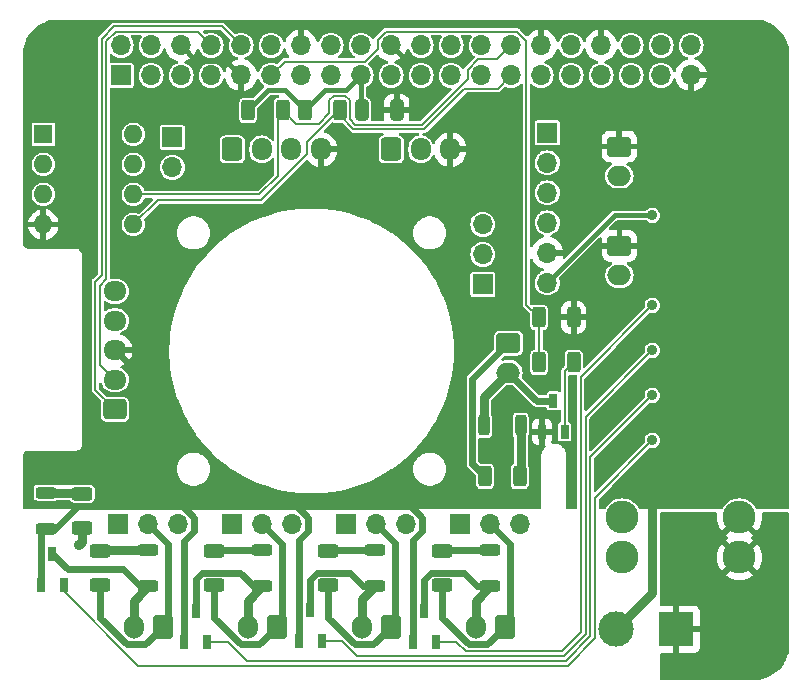
<source format=gbl>
G04 #@! TF.GenerationSoftware,KiCad,Pcbnew,(7.0.0-0)*
G04 #@! TF.CreationDate,2023-03-30T13:11:26+01:00*
G04 #@! TF.ProjectId,Klipper Fan Hat,4b6c6970-7065-4722-9046-616e20486174,rev?*
G04 #@! TF.SameCoordinates,Original*
G04 #@! TF.FileFunction,Copper,L2,Bot*
G04 #@! TF.FilePolarity,Positive*
%FSLAX46Y46*%
G04 Gerber Fmt 4.6, Leading zero omitted, Abs format (unit mm)*
G04 Created by KiCad (PCBNEW (7.0.0-0)) date 2023-03-30 13:11:26*
%MOMM*%
%LPD*%
G01*
G04 APERTURE LIST*
G04 Aperture macros list*
%AMRoundRect*
0 Rectangle with rounded corners*
0 $1 Rounding radius*
0 $2 $3 $4 $5 $6 $7 $8 $9 X,Y pos of 4 corners*
0 Add a 4 corners polygon primitive as box body*
4,1,4,$2,$3,$4,$5,$6,$7,$8,$9,$2,$3,0*
0 Add four circle primitives for the rounded corners*
1,1,$1+$1,$2,$3*
1,1,$1+$1,$4,$5*
1,1,$1+$1,$6,$7*
1,1,$1+$1,$8,$9*
0 Add four rect primitives between the rounded corners*
20,1,$1+$1,$2,$3,$4,$5,0*
20,1,$1+$1,$4,$5,$6,$7,0*
20,1,$1+$1,$6,$7,$8,$9,0*
20,1,$1+$1,$8,$9,$2,$3,0*%
G04 Aperture macros list end*
G04 #@! TA.AperFunction,ComponentPad*
%ADD10C,2.780000*%
G04 #@! TD*
G04 #@! TA.AperFunction,ComponentPad*
%ADD11RoundRect,0.250000X0.725000X-0.600000X0.725000X0.600000X-0.725000X0.600000X-0.725000X-0.600000X0*%
G04 #@! TD*
G04 #@! TA.AperFunction,ComponentPad*
%ADD12O,1.950000X1.700000*%
G04 #@! TD*
G04 #@! TA.AperFunction,ComponentPad*
%ADD13RoundRect,0.250000X-0.750000X0.600000X-0.750000X-0.600000X0.750000X-0.600000X0.750000X0.600000X0*%
G04 #@! TD*
G04 #@! TA.AperFunction,ComponentPad*
%ADD14O,2.000000X1.700000*%
G04 #@! TD*
G04 #@! TA.AperFunction,ComponentPad*
%ADD15R,1.700000X1.700000*%
G04 #@! TD*
G04 #@! TA.AperFunction,ComponentPad*
%ADD16O,1.700000X1.700000*%
G04 #@! TD*
G04 #@! TA.AperFunction,ComponentPad*
%ADD17RoundRect,0.250000X-0.600000X-0.725000X0.600000X-0.725000X0.600000X0.725000X-0.600000X0.725000X0*%
G04 #@! TD*
G04 #@! TA.AperFunction,ComponentPad*
%ADD18O,1.700000X1.950000*%
G04 #@! TD*
G04 #@! TA.AperFunction,ComponentPad*
%ADD19RoundRect,0.250000X0.600000X0.750000X-0.600000X0.750000X-0.600000X-0.750000X0.600000X-0.750000X0*%
G04 #@! TD*
G04 #@! TA.AperFunction,ComponentPad*
%ADD20O,1.700000X2.000000*%
G04 #@! TD*
G04 #@! TA.AperFunction,ComponentPad*
%ADD21R,1.600000X1.600000*%
G04 #@! TD*
G04 #@! TA.AperFunction,ComponentPad*
%ADD22O,1.600000X1.600000*%
G04 #@! TD*
G04 #@! TA.AperFunction,ComponentPad*
%ADD23R,3.000000X3.000000*%
G04 #@! TD*
G04 #@! TA.AperFunction,ComponentPad*
%ADD24C,3.000000*%
G04 #@! TD*
G04 #@! TA.AperFunction,SMDPad,CuDef*
%ADD25R,0.650000X1.220000*%
G04 #@! TD*
G04 #@! TA.AperFunction,SMDPad,CuDef*
%ADD26RoundRect,0.190000X0.685000X-0.285000X0.685000X0.285000X-0.685000X0.285000X-0.685000X-0.285000X0*%
G04 #@! TD*
G04 #@! TA.AperFunction,SMDPad,CuDef*
%ADD27RoundRect,0.250000X0.625000X-0.312500X0.625000X0.312500X-0.625000X0.312500X-0.625000X-0.312500X0*%
G04 #@! TD*
G04 #@! TA.AperFunction,SMDPad,CuDef*
%ADD28RoundRect,0.250000X-0.312500X-0.625000X0.312500X-0.625000X0.312500X0.625000X-0.312500X0.625000X0*%
G04 #@! TD*
G04 #@! TA.AperFunction,SMDPad,CuDef*
%ADD29RoundRect,0.250000X-0.325000X-0.650000X0.325000X-0.650000X0.325000X0.650000X-0.325000X0.650000X0*%
G04 #@! TD*
G04 #@! TA.AperFunction,SMDPad,CuDef*
%ADD30RoundRect,0.190000X-0.285000X-0.685000X0.285000X-0.685000X0.285000X0.685000X-0.285000X0.685000X0*%
G04 #@! TD*
G04 #@! TA.AperFunction,ViaPad*
%ADD31C,0.900000*%
G04 #@! TD*
G04 #@! TA.AperFunction,Conductor*
%ADD32C,0.600000*%
G04 #@! TD*
G04 #@! TA.AperFunction,Conductor*
%ADD33C,0.800000*%
G04 #@! TD*
G04 #@! TA.AperFunction,Conductor*
%ADD34C,0.400000*%
G04 #@! TD*
G04 #@! TA.AperFunction,Conductor*
%ADD35C,0.200000*%
G04 #@! TD*
G04 APERTURE END LIST*
D10*
X150800000Y-86186000D03*
X150800000Y-89586000D03*
X160720000Y-86186000D03*
X160720000Y-89586000D03*
D11*
X107857000Y-77060000D03*
D12*
X107856999Y-74559999D03*
X107856999Y-72059999D03*
X107856999Y-69559999D03*
X107856999Y-67059999D03*
D13*
X150563000Y-63210000D03*
D14*
X150562999Y-65709999D03*
D15*
X127431999Y-86791999D03*
D16*
X129971999Y-86791999D03*
X132511999Y-86791999D03*
D17*
X117780000Y-55042000D03*
D18*
X120279999Y-55041999D03*
X122779999Y-55041999D03*
X125279999Y-55041999D03*
D15*
X138988999Y-66471999D03*
D16*
X138988999Y-63931999D03*
X138988999Y-61391999D03*
D15*
X112699999Y-54025999D03*
D16*
X112699999Y-56565999D03*
D13*
X141165000Y-71445000D03*
D14*
X141164999Y-73944999D03*
D15*
X117779999Y-86791999D03*
D16*
X120319999Y-86791999D03*
X122859999Y-86791999D03*
D13*
X150546000Y-54802600D03*
D14*
X150545999Y-57302599D03*
D19*
X111918000Y-95445000D03*
D20*
X109417999Y-95444999D03*
D15*
X108142999Y-86791999D03*
D16*
X110682999Y-86791999D03*
X113222999Y-86791999D03*
D17*
X131242000Y-55042000D03*
D18*
X133741999Y-55041999D03*
X136241999Y-55041999D03*
D21*
X101787999Y-53781999D03*
D22*
X101787999Y-56321999D03*
X101787999Y-58861999D03*
X101787999Y-61401999D03*
X109407999Y-61401999D03*
X109407999Y-58861999D03*
X109407999Y-56321999D03*
X109407999Y-53781999D03*
D15*
X137083999Y-86791999D03*
D16*
X139623999Y-86791999D03*
X142163999Y-86791999D03*
D19*
X121570000Y-95445000D03*
D20*
X119069999Y-95444999D03*
D15*
X144449999Y-53644999D03*
D16*
X144449999Y-56184999D03*
X144449999Y-58724999D03*
X144449999Y-61264999D03*
X144449999Y-63804999D03*
X144449999Y-66344999D03*
D19*
X131222000Y-95445000D03*
D20*
X128721999Y-95444999D03*
D23*
X155371999Y-95681999D03*
D24*
X150292000Y-95682000D03*
D19*
X140874000Y-95445000D03*
D20*
X138373999Y-95444999D03*
D15*
X108369999Y-48769999D03*
D16*
X108369999Y-46229999D03*
X110909999Y-48769999D03*
X110909999Y-46229999D03*
X113449999Y-48769999D03*
X113449999Y-46229999D03*
X115989999Y-48769999D03*
X115989999Y-46229999D03*
X118529999Y-48769999D03*
X118529999Y-46229999D03*
X121069999Y-48769999D03*
X121069999Y-46229999D03*
X123609999Y-48769999D03*
X123609999Y-46229999D03*
X126149999Y-48769999D03*
X126149999Y-46229999D03*
X128689999Y-48769999D03*
X128689999Y-46229999D03*
X131229999Y-48769999D03*
X131229999Y-46229999D03*
X133769999Y-48769999D03*
X133769999Y-46229999D03*
X136309999Y-48769999D03*
X136309999Y-46229999D03*
X138849999Y-48769999D03*
X138849999Y-46229999D03*
X141389999Y-48769999D03*
X141389999Y-46229999D03*
X143929999Y-48769999D03*
X143929999Y-46229999D03*
X146469999Y-48769999D03*
X146469999Y-46229999D03*
X149009999Y-48769999D03*
X149009999Y-46229999D03*
X151549999Y-48769999D03*
X151549999Y-46229999D03*
X154089999Y-48769999D03*
X154089999Y-46229999D03*
X156629999Y-48769999D03*
X156629999Y-46229999D03*
D25*
X103489999Y-91911999D03*
X101589999Y-91911999D03*
X102539999Y-89291999D03*
D26*
X110668000Y-92025000D03*
X110668000Y-88925000D03*
X139624000Y-92025000D03*
X139624000Y-88925000D03*
D27*
X116256000Y-91937500D03*
X116256000Y-89012500D03*
X106604000Y-91937500D03*
X106604000Y-89012500D03*
D26*
X102032000Y-87199000D03*
X102032000Y-84099000D03*
D27*
X105080000Y-87111500D03*
X105080000Y-84186500D03*
D26*
X120320000Y-92025000D03*
X120320000Y-88925000D03*
D25*
X125333999Y-96697999D03*
X123433999Y-96697999D03*
X124383999Y-94077999D03*
D28*
X143749500Y-69266000D03*
X146674500Y-69266000D03*
D29*
X128751000Y-51740000D03*
X131701000Y-51740000D03*
D25*
X145907999Y-78957999D03*
X144007999Y-78957999D03*
X144957999Y-76337999D03*
D27*
X135560000Y-91937500D03*
X135560000Y-89012500D03*
D25*
X134985999Y-96737999D03*
X133085999Y-96737999D03*
X134035999Y-94117999D03*
X115615999Y-96737999D03*
X113715999Y-96737999D03*
X114665999Y-94117999D03*
D27*
X125908000Y-91937500D03*
X125908000Y-89012500D03*
D28*
X143749500Y-73076000D03*
X146674500Y-73076000D03*
D30*
X139090000Y-78410000D03*
X142190000Y-78410000D03*
D28*
X139177500Y-82728000D03*
X142102500Y-82728000D03*
X119111500Y-51740000D03*
X122036500Y-51740000D03*
X123937500Y-51740000D03*
X126862500Y-51740000D03*
D26*
X129845000Y-92025000D03*
X129845000Y-88925000D03*
D31*
X153340000Y-51994000D03*
X153340000Y-83490000D03*
X153340000Y-60630000D03*
X104826000Y-88570000D03*
X153340000Y-79680000D03*
X153340000Y-75870000D03*
X153340000Y-72060000D03*
X153340000Y-68250000D03*
D32*
X109332000Y-85202000D02*
X109398000Y-85268000D01*
D33*
X153340000Y-92634000D02*
X153340000Y-83490000D01*
D32*
X114573000Y-86232811D02*
X114573000Y-87351189D01*
X123245189Y-85268000D02*
X132897189Y-85268000D01*
X109332000Y-83490000D02*
X109332000Y-85202000D01*
X111430000Y-85268000D02*
X109398000Y-85268000D01*
X111430000Y-85268000D02*
X113608189Y-85268000D01*
X104692899Y-85268000D02*
X102761899Y-87199000D01*
D33*
X150292000Y-95682000D02*
X153340000Y-92634000D01*
D32*
X133862000Y-87351189D02*
X133862000Y-86232810D01*
D34*
X114740000Y-47520000D02*
X117280000Y-47520000D01*
D32*
X101590000Y-91912000D02*
X101590000Y-87641000D01*
X109398000Y-85268000D02*
X104692899Y-85268000D01*
X113608189Y-85268000D02*
X123245189Y-85268000D01*
X107857000Y-72060000D02*
X109332000Y-73535000D01*
X133086000Y-88127189D02*
X133862000Y-87351189D01*
X102761899Y-87199000D02*
X102032000Y-87199000D01*
D34*
X131701000Y-51740000D02*
X131701000Y-50066767D01*
D32*
X101590000Y-87641000D02*
X102032000Y-87199000D01*
X123434000Y-88127189D02*
X123434000Y-96698000D01*
X123245189Y-85268000D02*
X124210000Y-86232811D01*
X133086000Y-96738000D02*
X133086000Y-88127189D01*
X123434000Y-88127189D02*
X124210000Y-87351189D01*
D34*
X117280000Y-47520000D02*
X118530000Y-48770000D01*
X113450000Y-46230000D02*
X114740000Y-47520000D01*
D32*
X124210000Y-87351189D02*
X124210000Y-86232811D01*
X132897189Y-85268000D02*
X133862000Y-86232811D01*
X133862000Y-86232810D02*
X132897189Y-85268000D01*
D34*
X132480000Y-47480000D02*
X131230000Y-46230000D01*
D32*
X109332000Y-73535000D02*
X109332000Y-83490000D01*
D34*
X131701000Y-50066767D02*
X132480000Y-49287767D01*
D32*
X113716000Y-88208189D02*
X113716000Y-96738000D01*
X113608189Y-85268000D02*
X114573000Y-86232811D01*
X114573000Y-87351189D02*
X113716000Y-88208189D01*
D34*
X132480000Y-49287767D02*
X132480000Y-47480000D01*
D35*
X115990000Y-46230000D02*
X114840000Y-45080000D01*
X114840000Y-45080000D02*
X107893654Y-45080000D01*
X107112000Y-66053654D02*
X106582000Y-66583654D01*
X106582000Y-73285000D02*
X107857000Y-74560000D01*
X106582000Y-66583654D02*
X106582000Y-73285000D01*
X107112000Y-45861654D02*
X107112000Y-66053654D01*
X107893654Y-45080000D02*
X107112000Y-45861654D01*
X118530000Y-46230000D02*
X116928000Y-44628000D01*
X106182000Y-75385000D02*
X107857000Y-77060000D01*
X106712000Y-45695969D02*
X106712000Y-65710000D01*
X106182000Y-66240000D02*
X106182000Y-75385000D01*
X116928000Y-44628000D02*
X107779969Y-44628000D01*
X107779969Y-44628000D02*
X106712000Y-45695969D01*
X106712000Y-65710000D02*
X106182000Y-66240000D01*
X142672000Y-68188500D02*
X143749500Y-69266000D01*
X129012000Y-47620000D02*
X130080000Y-46552000D01*
X130080000Y-46552000D02*
X130080000Y-45753654D01*
X130753654Y-45080000D02*
X141866346Y-45080000D01*
X130080000Y-45753654D02*
X130753654Y-45080000D01*
X143749500Y-69266000D02*
X143749500Y-73076000D01*
X142672000Y-45885654D02*
X142672000Y-68188500D01*
X121070000Y-48770000D02*
X122220000Y-47620000D01*
X141866346Y-45080000D02*
X142672000Y-45885654D01*
X122220000Y-47620000D02*
X129012000Y-47620000D01*
X140240000Y-49920000D02*
X141390000Y-48770000D01*
X126862500Y-51740000D02*
X126862500Y-52170003D01*
X124130000Y-55443346D02*
X124130000Y-54440654D01*
X128032498Y-53340000D02*
X134017686Y-53340000D01*
X109408000Y-61402000D02*
X111450000Y-59360000D01*
X134017686Y-53340000D02*
X137437686Y-49920000D01*
X126830654Y-51740000D02*
X126862500Y-51740000D01*
X124130000Y-54440654D02*
X126830654Y-51740000D01*
X126862500Y-52170003D02*
X128032498Y-53340000D01*
X111450000Y-59360000D02*
X120213346Y-59360000D01*
X120213346Y-59360000D02*
X124130000Y-55443346D01*
X137437686Y-49920000D02*
X140240000Y-49920000D01*
X123211500Y-52915000D02*
X122036500Y-51740000D01*
X133852000Y-52940000D02*
X128198183Y-52940000D01*
X138571654Y-47422000D02*
X137700000Y-48293654D01*
X141390000Y-46230000D02*
X140198000Y-47422000D01*
X125089968Y-52915000D02*
X123211500Y-52915000D01*
X126000000Y-52004968D02*
X125089968Y-52915000D01*
X127725000Y-50887183D02*
X127357817Y-50520000D01*
X140198000Y-47422000D02*
X138571654Y-47422000D01*
X127357817Y-50520000D02*
X126366000Y-50520000D01*
X128198183Y-52940000D02*
X127725000Y-52466817D01*
X137700000Y-48293654D02*
X137700000Y-49092000D01*
X127725000Y-52466817D02*
X127725000Y-50887183D01*
X120056000Y-58862000D02*
X121630000Y-57288000D01*
X126000000Y-50886000D02*
X126000000Y-52004968D01*
X121630000Y-57288000D02*
X121630000Y-52146500D01*
X109408000Y-58862000D02*
X120056000Y-58862000D01*
X121630000Y-52146500D02*
X122036500Y-51740000D01*
X137700000Y-49092000D02*
X133852000Y-52940000D01*
X126366000Y-50520000D02*
X126000000Y-50886000D01*
D34*
X120831500Y-50020000D02*
X122217500Y-50020000D01*
X150165000Y-60630000D02*
X153340000Y-60630000D01*
X144450000Y-66345000D02*
X150165000Y-60630000D01*
X128690000Y-51679000D02*
X128751000Y-51740000D01*
X128690000Y-48770000D02*
X128690000Y-51679000D01*
X127440000Y-50020000D02*
X125657500Y-50020000D01*
X128690000Y-48770000D02*
X127440000Y-50020000D01*
X125657500Y-50020000D02*
X123937500Y-51740000D01*
X119111500Y-51740000D02*
X120831500Y-50020000D01*
X122217500Y-50020000D02*
X123937500Y-51740000D01*
D32*
X141165000Y-71445000D02*
X138115000Y-74495000D01*
X138115000Y-74495000D02*
X138115000Y-81665500D01*
X138115000Y-81665500D02*
X139177500Y-82728000D01*
D33*
X139090000Y-78410000D02*
X139090000Y-76020000D01*
D32*
X143558000Y-76338000D02*
X141165000Y-73945000D01*
D33*
X139090000Y-76020000D02*
X141165000Y-73945000D01*
D32*
X144958000Y-76338000D02*
X143558000Y-76338000D01*
X120320000Y-86792000D02*
X122020000Y-88492000D01*
X116256000Y-91937500D02*
X116256000Y-94690188D01*
X116256000Y-94690188D02*
X118510812Y-96945000D01*
X118510812Y-96945000D02*
X120070000Y-96945000D01*
X122020000Y-88492000D02*
X122020000Y-94995000D01*
X122020000Y-94995000D02*
X121570000Y-95445000D01*
X120070000Y-96945000D02*
X121570000Y-95445000D01*
X128162812Y-96945000D02*
X129722000Y-96945000D01*
X129722000Y-96945000D02*
X131222000Y-95445000D01*
X125908000Y-91937500D02*
X125908000Y-94690188D01*
X125908000Y-94690188D02*
X128162812Y-96945000D01*
X129972000Y-86792000D02*
X131545000Y-88365000D01*
X131545000Y-95122000D02*
X131222000Y-95445000D01*
X131545000Y-88365000D02*
X131545000Y-95122000D01*
X141324000Y-88492000D02*
X141324000Y-94995000D01*
X135560000Y-91937500D02*
X135560000Y-94690188D01*
X139374000Y-96945000D02*
X140874000Y-95445000D01*
X141324000Y-94995000D02*
X140874000Y-95445000D01*
X137814812Y-96945000D02*
X139374000Y-96945000D01*
X135560000Y-94690188D02*
X137814812Y-96945000D01*
X139624000Y-86792000D02*
X141324000Y-88492000D01*
D33*
X110668000Y-88925000D02*
X106691500Y-88925000D01*
X106691500Y-88925000D02*
X106604000Y-89012500D01*
D32*
X116343500Y-88925000D02*
X116256000Y-89012500D01*
X120320000Y-88925000D02*
X116343500Y-88925000D01*
X125995500Y-88925000D02*
X125908000Y-89012500D01*
X129845000Y-88925000D02*
X125995500Y-88925000D01*
X139624000Y-88925000D02*
X135647500Y-88925000D01*
X135647500Y-88925000D02*
X135560000Y-89012500D01*
D33*
X105080000Y-88316000D02*
X104826000Y-88570000D01*
X105080000Y-87111500D02*
X105080000Y-88316000D01*
D32*
X108515101Y-90602000D02*
X109938101Y-92025000D01*
D33*
X109418000Y-93275000D02*
X109418000Y-95445000D01*
X110668000Y-92025000D02*
X109418000Y-93275000D01*
D32*
X109938101Y-92025000D02*
X110668000Y-92025000D01*
X103850000Y-90602000D02*
X108515101Y-90602000D01*
X102540000Y-89292000D02*
X103850000Y-90602000D01*
X114666000Y-94118000D02*
X114666000Y-91430000D01*
D33*
X119070000Y-93275000D02*
X119070000Y-95445000D01*
D32*
X118440101Y-90875000D02*
X119590101Y-92025000D01*
X119590101Y-92025000D02*
X120320000Y-92025000D01*
X114666000Y-91430000D02*
X115221000Y-90875000D01*
X115221000Y-90875000D02*
X118440101Y-90875000D01*
D33*
X120320000Y-92025000D02*
X119070000Y-93275000D01*
X128722000Y-95445000D02*
X128722000Y-93148000D01*
D32*
X124384000Y-94078000D02*
X124384000Y-91463340D01*
X127705000Y-90875000D02*
X128855000Y-92025000D01*
D33*
X128722000Y-93148000D02*
X129845000Y-92025000D01*
D32*
X124972340Y-90875000D02*
X127705000Y-90875000D01*
X128855000Y-92025000D02*
X129845000Y-92025000D01*
X124384000Y-91463340D02*
X124972340Y-90875000D01*
X138507000Y-92025000D02*
X139624000Y-92025000D01*
D33*
X138374000Y-93275000D02*
X139624000Y-92025000D01*
D32*
X134036000Y-91463340D02*
X134624340Y-90875000D01*
X134036000Y-94118000D02*
X134036000Y-91463340D01*
X134624340Y-90875000D02*
X137357000Y-90875000D01*
D33*
X138374000Y-95445000D02*
X138374000Y-93275000D01*
D32*
X137357000Y-90875000D02*
X138507000Y-92025000D01*
D35*
X148492000Y-84528000D02*
X153340000Y-79680000D01*
X103490000Y-91912000D02*
X103490000Y-92424716D01*
X146174586Y-98745000D02*
X148492000Y-96427585D01*
X148492000Y-96427585D02*
X148492000Y-84528000D01*
X109810284Y-98745000D02*
X146174586Y-98745000D01*
X103490000Y-92424716D02*
X109810284Y-98745000D01*
X119062284Y-98345000D02*
X146008898Y-98345000D01*
X148092000Y-96261899D02*
X148092000Y-81118000D01*
X146008898Y-98345000D02*
X148092000Y-96261899D01*
X148092000Y-81118000D02*
X153340000Y-75870000D01*
X117455284Y-96738000D02*
X119062284Y-98345000D01*
X115616000Y-96738000D02*
X117455284Y-96738000D01*
X125334000Y-96698000D02*
X127067284Y-96698000D01*
X145843212Y-97945000D02*
X147692000Y-96096213D01*
X127067284Y-96698000D02*
X128314284Y-97945000D01*
X128314284Y-97945000D02*
X145843212Y-97945000D01*
X147692000Y-96096213D02*
X147692000Y-77708000D01*
X147692000Y-77708000D02*
X153340000Y-72060000D01*
X145677526Y-97545000D02*
X147292000Y-95930527D01*
X147292000Y-74298000D02*
X153340000Y-68250000D01*
X147292000Y-95930527D02*
X147292000Y-74298000D01*
X137566284Y-97545000D02*
X145677526Y-97545000D01*
X136759284Y-96738000D02*
X137566284Y-97545000D01*
X134986000Y-96738000D02*
X136759284Y-96738000D01*
D33*
X142102500Y-82728000D02*
X142190000Y-82640500D01*
X142190000Y-82640500D02*
X142190000Y-78410000D01*
D35*
X146674500Y-73076000D02*
X145908000Y-73842500D01*
X145908000Y-73842500D02*
X145908000Y-78958000D01*
D33*
X104992500Y-84099000D02*
X105080000Y-84186500D01*
X102032000Y-84099000D02*
X104992500Y-84099000D01*
D32*
X110418000Y-96945000D02*
X111918000Y-95445000D01*
X106604000Y-91937500D02*
X106604000Y-94690188D01*
X108858812Y-96945000D02*
X110418000Y-96945000D01*
X112368000Y-94995000D02*
X111918000Y-95445000D01*
X106604000Y-94690188D02*
X108858812Y-96945000D01*
X112368000Y-88477000D02*
X112368000Y-94995000D01*
X110683000Y-86792000D02*
X112368000Y-88477000D01*
G04 #@! TA.AperFunction,Conductor*
G36*
X158788891Y-85795684D02*
G01*
X158834646Y-85848487D01*
X158844401Y-85916333D01*
X158844459Y-85916338D01*
X158844440Y-85916601D01*
X158844590Y-85917644D01*
X158844143Y-85920750D01*
X158825488Y-86181582D01*
X158825488Y-86190418D01*
X158844142Y-86451239D01*
X158845401Y-86459995D01*
X158900985Y-86715509D01*
X158903471Y-86723978D01*
X158994856Y-86968991D01*
X158998527Y-86977029D01*
X159123842Y-87206527D01*
X159128626Y-87213970D01*
X159207780Y-87319706D01*
X159218891Y-87328024D01*
X159231072Y-87321372D01*
X160632318Y-85920127D01*
X160687905Y-85888033D01*
X160752093Y-85888033D01*
X160807680Y-85920127D01*
X162208926Y-87321372D01*
X162221107Y-87328024D01*
X162232219Y-87319705D01*
X162311374Y-87213969D01*
X162316154Y-87206532D01*
X162441472Y-86977029D01*
X162445143Y-86968991D01*
X162536528Y-86723978D01*
X162539014Y-86715509D01*
X162594598Y-86459995D01*
X162595857Y-86451239D01*
X162614512Y-86190418D01*
X162614512Y-86181582D01*
X162595856Y-85920750D01*
X162595410Y-85917644D01*
X162595559Y-85916601D01*
X162595541Y-85916338D01*
X162595598Y-85916333D01*
X162605354Y-85848487D01*
X162651109Y-85795684D01*
X162718148Y-85776000D01*
X164825500Y-85776000D01*
X164887500Y-85792613D01*
X164932887Y-85838000D01*
X164949500Y-85900000D01*
X164949500Y-96996519D01*
X164949305Y-97003472D01*
X164931344Y-97323287D01*
X164929787Y-97337105D01*
X164876716Y-97649457D01*
X164873622Y-97663014D01*
X164785910Y-97967469D01*
X164781317Y-97980593D01*
X164660073Y-98273304D01*
X164654040Y-98285833D01*
X164500778Y-98563139D01*
X164493380Y-98574913D01*
X164310043Y-98833302D01*
X164301372Y-98844174D01*
X164090250Y-99080418D01*
X164080418Y-99090250D01*
X163844174Y-99301372D01*
X163833302Y-99310043D01*
X163574913Y-99493380D01*
X163563139Y-99500778D01*
X163285833Y-99654040D01*
X163273304Y-99660073D01*
X162980593Y-99781317D01*
X162967469Y-99785910D01*
X162663014Y-99873622D01*
X162649457Y-99876716D01*
X162337105Y-99929787D01*
X162323287Y-99931344D01*
X162003472Y-99949305D01*
X161996519Y-99949500D01*
X154099000Y-99949500D01*
X154037000Y-99932887D01*
X153991613Y-99887500D01*
X153975000Y-99825500D01*
X153975000Y-97806000D01*
X153991613Y-97744000D01*
X154037000Y-97698613D01*
X154099000Y-97682000D01*
X155105674Y-97682000D01*
X155118549Y-97678549D01*
X155122000Y-97665674D01*
X155622000Y-97665674D01*
X155625450Y-97678549D01*
X155638326Y-97682000D01*
X156916518Y-97682000D01*
X156923114Y-97681646D01*
X156971667Y-97676426D01*
X156986641Y-97672888D01*
X157105777Y-97628452D01*
X157121189Y-97620037D01*
X157222092Y-97544501D01*
X157234501Y-97532092D01*
X157310037Y-97431189D01*
X157318452Y-97415777D01*
X157362888Y-97296641D01*
X157366426Y-97281667D01*
X157371646Y-97233114D01*
X157372000Y-97226518D01*
X157372000Y-95948326D01*
X157368549Y-95935450D01*
X157355674Y-95932000D01*
X155638326Y-95932000D01*
X155625450Y-95935450D01*
X155622000Y-95948326D01*
X155622000Y-97665674D01*
X155122000Y-97665674D01*
X155122000Y-95415674D01*
X155622000Y-95415674D01*
X155625450Y-95428549D01*
X155638326Y-95432000D01*
X157355674Y-95432000D01*
X157368549Y-95428549D01*
X157372000Y-95415674D01*
X157372000Y-94137482D01*
X157371646Y-94130885D01*
X157366426Y-94082332D01*
X157362888Y-94067358D01*
X157318452Y-93948222D01*
X157310037Y-93932810D01*
X157234501Y-93831907D01*
X157222092Y-93819498D01*
X157121189Y-93743962D01*
X157105777Y-93735547D01*
X156986641Y-93691111D01*
X156971667Y-93687573D01*
X156923114Y-93682353D01*
X156916518Y-93682000D01*
X155638326Y-93682000D01*
X155625450Y-93685450D01*
X155622000Y-93698326D01*
X155622000Y-95415674D01*
X155122000Y-95415674D01*
X155122000Y-93698326D01*
X155118549Y-93685450D01*
X155105674Y-93682000D01*
X154099000Y-93682000D01*
X154037000Y-93665387D01*
X153991613Y-93620000D01*
X153975000Y-93558000D01*
X153975000Y-91087107D01*
X159577974Y-91087107D01*
X159586292Y-91098218D01*
X159692029Y-91177373D01*
X159699472Y-91182157D01*
X159928970Y-91307472D01*
X159937008Y-91311143D01*
X160182021Y-91402528D01*
X160190490Y-91405014D01*
X160446004Y-91460598D01*
X160454760Y-91461857D01*
X160715582Y-91480512D01*
X160724418Y-91480512D01*
X160985239Y-91461857D01*
X160993995Y-91460598D01*
X161249509Y-91405014D01*
X161257978Y-91402528D01*
X161502991Y-91311143D01*
X161511029Y-91307472D01*
X161740532Y-91182154D01*
X161747969Y-91177374D01*
X161853705Y-91098219D01*
X161862024Y-91087107D01*
X161855372Y-91074926D01*
X160731542Y-89951095D01*
X160719999Y-89944431D01*
X160708457Y-89951095D01*
X159584626Y-91074926D01*
X159577974Y-91087107D01*
X153975000Y-91087107D01*
X153975000Y-89590418D01*
X158825488Y-89590418D01*
X158844142Y-89851239D01*
X158845401Y-89859995D01*
X158900985Y-90115509D01*
X158903471Y-90123978D01*
X158994856Y-90368991D01*
X158998527Y-90377029D01*
X159123842Y-90606527D01*
X159128626Y-90613970D01*
X159207780Y-90719706D01*
X159218891Y-90728024D01*
X159231072Y-90721372D01*
X160354903Y-89597542D01*
X160361567Y-89586000D01*
X161078431Y-89586000D01*
X161085095Y-89597542D01*
X162208926Y-90721372D01*
X162221107Y-90728024D01*
X162232219Y-90719705D01*
X162311374Y-90613969D01*
X162316154Y-90606532D01*
X162441472Y-90377029D01*
X162445143Y-90368991D01*
X162536528Y-90123978D01*
X162539014Y-90115509D01*
X162594598Y-89859995D01*
X162595857Y-89851239D01*
X162614512Y-89590418D01*
X162614512Y-89581582D01*
X162595857Y-89320760D01*
X162594598Y-89312004D01*
X162539014Y-89056490D01*
X162536528Y-89048021D01*
X162445143Y-88803008D01*
X162441472Y-88794970D01*
X162316157Y-88565472D01*
X162311373Y-88558029D01*
X162232218Y-88452292D01*
X162221107Y-88443974D01*
X162208926Y-88450626D01*
X161085095Y-89574457D01*
X161078431Y-89586000D01*
X160361567Y-89586000D01*
X160354903Y-89574457D01*
X159231072Y-88450626D01*
X159218890Y-88443974D01*
X159207781Y-88452291D01*
X159128626Y-88558029D01*
X159123842Y-88565472D01*
X158998527Y-88794970D01*
X158994856Y-88803008D01*
X158903471Y-89048021D01*
X158900985Y-89056490D01*
X158845401Y-89312004D01*
X158844142Y-89320760D01*
X158825488Y-89581582D01*
X158825488Y-89590418D01*
X153975000Y-89590418D01*
X153975000Y-88084890D01*
X159577974Y-88084890D01*
X159584626Y-88097072D01*
X160708457Y-89220903D01*
X160720000Y-89227567D01*
X160731542Y-89220903D01*
X161855372Y-88097072D01*
X161862024Y-88084891D01*
X161853706Y-88073780D01*
X161747962Y-87994620D01*
X161741262Y-87990314D01*
X161699469Y-87945424D01*
X161684302Y-87885995D01*
X161699473Y-87826567D01*
X161741269Y-87781679D01*
X161747979Y-87777366D01*
X161853705Y-87698219D01*
X161862024Y-87687107D01*
X161855372Y-87674926D01*
X160731542Y-86551095D01*
X160720000Y-86544431D01*
X160708457Y-86551095D01*
X159584626Y-87674926D01*
X159577974Y-87687107D01*
X159586292Y-87698218D01*
X159692036Y-87777379D01*
X159698727Y-87781678D01*
X159740525Y-87826564D01*
X159755697Y-87885991D01*
X159740533Y-87945420D01*
X159698741Y-87990311D01*
X159692043Y-87994615D01*
X159586291Y-88073781D01*
X159577974Y-88084890D01*
X153975000Y-88084890D01*
X153975000Y-85900000D01*
X153991613Y-85838000D01*
X154037000Y-85792613D01*
X154099000Y-85776000D01*
X158721852Y-85776000D01*
X158788891Y-85795684D01*
G37*
G04 #@! TD.AperFunction*
G04 #@! TA.AperFunction,Conductor*
G36*
X135452358Y-45399738D02*
G01*
X135498113Y-45451483D01*
X135509086Y-45519678D01*
X135481872Y-45583164D01*
X135436178Y-45638842D01*
X135436174Y-45638846D01*
X135432315Y-45643550D01*
X135429447Y-45648915D01*
X135429444Y-45648920D01*
X135337640Y-45820671D01*
X135337636Y-45820679D01*
X135334768Y-45826046D01*
X135332999Y-45831875D01*
X135332999Y-45831877D01*
X135276468Y-46018235D01*
X135276466Y-46018242D01*
X135274700Y-46024066D01*
X135274103Y-46030122D01*
X135274102Y-46030130D01*
X135273866Y-46032530D01*
X135254417Y-46230000D01*
X135255014Y-46236061D01*
X135274102Y-46429869D01*
X135274103Y-46429875D01*
X135274700Y-46435934D01*
X135276467Y-46441759D01*
X135276468Y-46441764D01*
X135315778Y-46571351D01*
X135334768Y-46633954D01*
X135337638Y-46639323D01*
X135337640Y-46639328D01*
X135385731Y-46729298D01*
X135432315Y-46816450D01*
X135436178Y-46821157D01*
X135553011Y-46963520D01*
X135563590Y-46976410D01*
X135723550Y-47107685D01*
X135906046Y-47205232D01*
X136104066Y-47265300D01*
X136310000Y-47285583D01*
X136515934Y-47265300D01*
X136713954Y-47205232D01*
X136896450Y-47107685D01*
X137056410Y-46976410D01*
X137187685Y-46816450D01*
X137285232Y-46633954D01*
X137345300Y-46435934D01*
X137365583Y-46230000D01*
X137345300Y-46024066D01*
X137285232Y-45826046D01*
X137187685Y-45643550D01*
X137139004Y-45584232D01*
X137138128Y-45583164D01*
X137110914Y-45519678D01*
X137121887Y-45451483D01*
X137167642Y-45399738D01*
X137233982Y-45380500D01*
X137926018Y-45380500D01*
X137992358Y-45399738D01*
X138038113Y-45451483D01*
X138049086Y-45519678D01*
X138021872Y-45583164D01*
X137976178Y-45638842D01*
X137976174Y-45638846D01*
X137972315Y-45643550D01*
X137969447Y-45648915D01*
X137969444Y-45648920D01*
X137877640Y-45820671D01*
X137877636Y-45820679D01*
X137874768Y-45826046D01*
X137872999Y-45831875D01*
X137872999Y-45831877D01*
X137816468Y-46018235D01*
X137816466Y-46018242D01*
X137814700Y-46024066D01*
X137814103Y-46030122D01*
X137814102Y-46030130D01*
X137813866Y-46032530D01*
X137794417Y-46230000D01*
X137795014Y-46236061D01*
X137814102Y-46429869D01*
X137814103Y-46429875D01*
X137814700Y-46435934D01*
X137816467Y-46441759D01*
X137816468Y-46441764D01*
X137855778Y-46571351D01*
X137874768Y-46633954D01*
X137877638Y-46639323D01*
X137877640Y-46639328D01*
X137925731Y-46729298D01*
X137972315Y-46816450D01*
X137976178Y-46821157D01*
X138093011Y-46963520D01*
X138103590Y-46976410D01*
X138108296Y-46980272D01*
X138263550Y-47107685D01*
X138262713Y-47108704D01*
X138294173Y-47141742D01*
X138311222Y-47193339D01*
X138304573Y-47247270D01*
X138275501Y-47293180D01*
X137524187Y-48044494D01*
X137521471Y-48046857D01*
X137515772Y-48049696D01*
X137508039Y-48058177D01*
X137508034Y-48058182D01*
X137484521Y-48083974D01*
X137480575Y-48088106D01*
X137471877Y-48096805D01*
X137471873Y-48096809D01*
X137467826Y-48100857D01*
X137464592Y-48105575D01*
X137464006Y-48106282D01*
X137460259Y-48110588D01*
X137448796Y-48123164D01*
X137440084Y-48132721D01*
X137435935Y-48143427D01*
X137431956Y-48149855D01*
X137429894Y-48153768D01*
X137426834Y-48160697D01*
X137420344Y-48170173D01*
X137417714Y-48181352D01*
X137415932Y-48185389D01*
X137372130Y-48237905D01*
X137307150Y-48259215D01*
X137240755Y-48242837D01*
X137193139Y-48193753D01*
X137190557Y-48188923D01*
X137190555Y-48188920D01*
X137187685Y-48183550D01*
X137056410Y-48023590D01*
X136896450Y-47892315D01*
X136809650Y-47845919D01*
X136719328Y-47797640D01*
X136719323Y-47797638D01*
X136713954Y-47794768D01*
X136650264Y-47775448D01*
X136521764Y-47736468D01*
X136521759Y-47736467D01*
X136515934Y-47734700D01*
X136509875Y-47734103D01*
X136509869Y-47734102D01*
X136316061Y-47715014D01*
X136310000Y-47714417D01*
X136303939Y-47715014D01*
X136110130Y-47734102D01*
X136110122Y-47734103D01*
X136104066Y-47734700D01*
X136098242Y-47736466D01*
X136098235Y-47736468D01*
X135911877Y-47792999D01*
X135911875Y-47792999D01*
X135906046Y-47794768D01*
X135900679Y-47797636D01*
X135900671Y-47797640D01*
X135728920Y-47889444D01*
X135728915Y-47889447D01*
X135723550Y-47892315D01*
X135718846Y-47896174D01*
X135718842Y-47896178D01*
X135568296Y-48019727D01*
X135568290Y-48019732D01*
X135563590Y-48023590D01*
X135559732Y-48028290D01*
X135559727Y-48028296D01*
X135436178Y-48178842D01*
X135436174Y-48178846D01*
X135432315Y-48183550D01*
X135429447Y-48188915D01*
X135429444Y-48188920D01*
X135337640Y-48360671D01*
X135337636Y-48360679D01*
X135334768Y-48366046D01*
X135332999Y-48371875D01*
X135332999Y-48371877D01*
X135276468Y-48558235D01*
X135276466Y-48558242D01*
X135274700Y-48564066D01*
X135274103Y-48570122D01*
X135274102Y-48570130D01*
X135266827Y-48644000D01*
X135254417Y-48770000D01*
X135255014Y-48776061D01*
X135274102Y-48969869D01*
X135274103Y-48969875D01*
X135274700Y-48975934D01*
X135276467Y-48981759D01*
X135276468Y-48981764D01*
X135315778Y-49111351D01*
X135334768Y-49173954D01*
X135337638Y-49179323D01*
X135337640Y-49179328D01*
X135385731Y-49269298D01*
X135432315Y-49356450D01*
X135436178Y-49361157D01*
X135553011Y-49503520D01*
X135563590Y-49516410D01*
X135723550Y-49647685D01*
X135906046Y-49745232D01*
X136104066Y-49805300D01*
X136259782Y-49820636D01*
X136323914Y-49846284D01*
X136364377Y-49902264D01*
X136368613Y-49971207D01*
X136335307Y-50031720D01*
X133763848Y-52603181D01*
X133723620Y-52630061D01*
X133676167Y-52639500D01*
X132892930Y-52639500D01*
X132827322Y-52620722D01*
X132781585Y-52570074D01*
X132769572Y-52502897D01*
X132775680Y-52443108D01*
X132776000Y-52436832D01*
X132776000Y-52006326D01*
X132772549Y-51993450D01*
X132759674Y-51990000D01*
X130642327Y-51990000D01*
X130629451Y-51993450D01*
X130626001Y-52006326D01*
X130626001Y-52436829D01*
X130626320Y-52443108D01*
X130632429Y-52502898D01*
X130620416Y-52570074D01*
X130574679Y-52620722D01*
X130509071Y-52639500D01*
X129640721Y-52639500D01*
X129587181Y-52627346D01*
X129544137Y-52593265D01*
X129520026Y-52543940D01*
X129519577Y-52489039D01*
X129521152Y-52481825D01*
X129523646Y-52474699D01*
X129526500Y-52444266D01*
X129526500Y-51473674D01*
X130626000Y-51473674D01*
X130629450Y-51486549D01*
X130642326Y-51490000D01*
X131434674Y-51490000D01*
X131447549Y-51486549D01*
X131451000Y-51473674D01*
X131951000Y-51473674D01*
X131954450Y-51486549D01*
X131967326Y-51490000D01*
X132759673Y-51490000D01*
X132772548Y-51486549D01*
X132775999Y-51473674D01*
X132775999Y-51043171D01*
X132775678Y-51036888D01*
X132766194Y-50944040D01*
X132763376Y-50930877D01*
X132712629Y-50777732D01*
X132706567Y-50764733D01*
X132622109Y-50627805D01*
X132613205Y-50616544D01*
X132499455Y-50502794D01*
X132488194Y-50493890D01*
X132351266Y-50409432D01*
X132338267Y-50403370D01*
X132185125Y-50352624D01*
X132171958Y-50349805D01*
X132079109Y-50340319D01*
X132072832Y-50340000D01*
X131967326Y-50340000D01*
X131954450Y-50343450D01*
X131951000Y-50356326D01*
X131951000Y-51473674D01*
X131451000Y-51473674D01*
X131451000Y-50356327D01*
X131447549Y-50343451D01*
X131434674Y-50340001D01*
X131329171Y-50340001D01*
X131322888Y-50340321D01*
X131230040Y-50349805D01*
X131216877Y-50352623D01*
X131063732Y-50403370D01*
X131050733Y-50409432D01*
X130913805Y-50493890D01*
X130902544Y-50502794D01*
X130788794Y-50616544D01*
X130779890Y-50627805D01*
X130695432Y-50764733D01*
X130689370Y-50777732D01*
X130638624Y-50930874D01*
X130635805Y-50944041D01*
X130626319Y-51036890D01*
X130626000Y-51043168D01*
X130626000Y-51473674D01*
X129526500Y-51473674D01*
X129526500Y-51035734D01*
X129523646Y-51005301D01*
X129478793Y-50877118D01*
X129398150Y-50767850D01*
X129356312Y-50736972D01*
X129296358Y-50692724D01*
X129296355Y-50692722D01*
X129288882Y-50687207D01*
X129280115Y-50684139D01*
X129280109Y-50684136D01*
X129173545Y-50646848D01*
X129130158Y-50620705D01*
X129100846Y-50579394D01*
X129090500Y-50529807D01*
X129090500Y-49821401D01*
X129108142Y-49757653D01*
X129156046Y-49712043D01*
X129189298Y-49694269D01*
X129276450Y-49647685D01*
X129436410Y-49516410D01*
X129567685Y-49356450D01*
X129665232Y-49173954D01*
X129725300Y-48975934D01*
X129745583Y-48770000D01*
X129725300Y-48564066D01*
X129665232Y-48366046D01*
X129567685Y-48183550D01*
X129436410Y-48023590D01*
X129320804Y-47928715D01*
X129282050Y-47872721D01*
X129278708Y-47804705D01*
X129311786Y-47745183D01*
X129990207Y-47066762D01*
X130035472Y-47037925D01*
X130088689Y-47030919D01*
X130139881Y-47047059D01*
X130179456Y-47083322D01*
X130188779Y-47096637D01*
X130195719Y-47104907D01*
X130355090Y-47264278D01*
X130363356Y-47271215D01*
X130547991Y-47400498D01*
X130557323Y-47405886D01*
X130761602Y-47501143D01*
X130771738Y-47504832D01*
X130888648Y-47536158D01*
X130943660Y-47567680D01*
X130975899Y-47622274D01*
X130976937Y-47685668D01*
X130946502Y-47741289D01*
X130892551Y-47774593D01*
X130831883Y-47792996D01*
X130831870Y-47793001D01*
X130826046Y-47794768D01*
X130820679Y-47797636D01*
X130820671Y-47797640D01*
X130648920Y-47889444D01*
X130648915Y-47889447D01*
X130643550Y-47892315D01*
X130638846Y-47896174D01*
X130638842Y-47896178D01*
X130488296Y-48019727D01*
X130488290Y-48019732D01*
X130483590Y-48023590D01*
X130479732Y-48028290D01*
X130479727Y-48028296D01*
X130356178Y-48178842D01*
X130356174Y-48178846D01*
X130352315Y-48183550D01*
X130349447Y-48188915D01*
X130349444Y-48188920D01*
X130257640Y-48360671D01*
X130257636Y-48360679D01*
X130254768Y-48366046D01*
X130252999Y-48371875D01*
X130252999Y-48371877D01*
X130196468Y-48558235D01*
X130196466Y-48558242D01*
X130194700Y-48564066D01*
X130194103Y-48570122D01*
X130194102Y-48570130D01*
X130186827Y-48644000D01*
X130174417Y-48770000D01*
X130175014Y-48776061D01*
X130194102Y-48969869D01*
X130194103Y-48969875D01*
X130194700Y-48975934D01*
X130196467Y-48981759D01*
X130196468Y-48981764D01*
X130235778Y-49111351D01*
X130254768Y-49173954D01*
X130257638Y-49179323D01*
X130257640Y-49179328D01*
X130305731Y-49269298D01*
X130352315Y-49356450D01*
X130356178Y-49361157D01*
X130473011Y-49503520D01*
X130483590Y-49516410D01*
X130643550Y-49647685D01*
X130826046Y-49745232D01*
X131024066Y-49805300D01*
X131230000Y-49825583D01*
X131435934Y-49805300D01*
X131633954Y-49745232D01*
X131816450Y-49647685D01*
X131976410Y-49516410D01*
X132107685Y-49356450D01*
X132205232Y-49173954D01*
X132265300Y-48975934D01*
X132285583Y-48770000D01*
X132714417Y-48770000D01*
X132715014Y-48776061D01*
X132734102Y-48969869D01*
X132734103Y-48969875D01*
X132734700Y-48975934D01*
X132736467Y-48981759D01*
X132736468Y-48981764D01*
X132775778Y-49111351D01*
X132794768Y-49173954D01*
X132797638Y-49179323D01*
X132797640Y-49179328D01*
X132845731Y-49269298D01*
X132892315Y-49356450D01*
X132896178Y-49361157D01*
X133013011Y-49503520D01*
X133023590Y-49516410D01*
X133183550Y-49647685D01*
X133366046Y-49745232D01*
X133564066Y-49805300D01*
X133770000Y-49825583D01*
X133975934Y-49805300D01*
X134173954Y-49745232D01*
X134356450Y-49647685D01*
X134516410Y-49516410D01*
X134647685Y-49356450D01*
X134745232Y-49173954D01*
X134805300Y-48975934D01*
X134825583Y-48770000D01*
X134805300Y-48564066D01*
X134745232Y-48366046D01*
X134647685Y-48183550D01*
X134516410Y-48023590D01*
X134356450Y-47892315D01*
X134269650Y-47845919D01*
X134179328Y-47797640D01*
X134179323Y-47797638D01*
X134173954Y-47794768D01*
X134110264Y-47775448D01*
X133981764Y-47736468D01*
X133981759Y-47736467D01*
X133975934Y-47734700D01*
X133969875Y-47734103D01*
X133969869Y-47734102D01*
X133776061Y-47715014D01*
X133770000Y-47714417D01*
X133763939Y-47715014D01*
X133570130Y-47734102D01*
X133570122Y-47734103D01*
X133564066Y-47734700D01*
X133558242Y-47736466D01*
X133558235Y-47736468D01*
X133371877Y-47792999D01*
X133371875Y-47792999D01*
X133366046Y-47794768D01*
X133360679Y-47797636D01*
X133360671Y-47797640D01*
X133188920Y-47889444D01*
X133188915Y-47889447D01*
X133183550Y-47892315D01*
X133178846Y-47896174D01*
X133178842Y-47896178D01*
X133028296Y-48019727D01*
X133028290Y-48019732D01*
X133023590Y-48023590D01*
X133019732Y-48028290D01*
X133019727Y-48028296D01*
X132896178Y-48178842D01*
X132896174Y-48178846D01*
X132892315Y-48183550D01*
X132889447Y-48188915D01*
X132889444Y-48188920D01*
X132797640Y-48360671D01*
X132797636Y-48360679D01*
X132794768Y-48366046D01*
X132792999Y-48371875D01*
X132792999Y-48371877D01*
X132736468Y-48558235D01*
X132736466Y-48558242D01*
X132734700Y-48564066D01*
X132734103Y-48570122D01*
X132734102Y-48570130D01*
X132726827Y-48644000D01*
X132714417Y-48770000D01*
X132285583Y-48770000D01*
X132265300Y-48564066D01*
X132205232Y-48366046D01*
X132107685Y-48183550D01*
X131976410Y-48023590D01*
X131816450Y-47892315D01*
X131729650Y-47845919D01*
X131639328Y-47797640D01*
X131639323Y-47797638D01*
X131633954Y-47794768D01*
X131570264Y-47775448D01*
X131567449Y-47774594D01*
X131513498Y-47741289D01*
X131483062Y-47685669D01*
X131484100Y-47622274D01*
X131516339Y-47567679D01*
X131571351Y-47536158D01*
X131688261Y-47504832D01*
X131698397Y-47501143D01*
X131902676Y-47405886D01*
X131912008Y-47400498D01*
X132096643Y-47271215D01*
X132104909Y-47264278D01*
X132264278Y-47104909D01*
X132271215Y-47096643D01*
X132400498Y-46912008D01*
X132405886Y-46902676D01*
X132501143Y-46698397D01*
X132504832Y-46688261D01*
X132536158Y-46571351D01*
X132567679Y-46516339D01*
X132622274Y-46484100D01*
X132685669Y-46483062D01*
X132741289Y-46513498D01*
X132774594Y-46567449D01*
X132775778Y-46571351D01*
X132794768Y-46633954D01*
X132797638Y-46639323D01*
X132797640Y-46639328D01*
X132845731Y-46729298D01*
X132892315Y-46816450D01*
X132896178Y-46821157D01*
X133013011Y-46963520D01*
X133023590Y-46976410D01*
X133183550Y-47107685D01*
X133366046Y-47205232D01*
X133564066Y-47265300D01*
X133770000Y-47285583D01*
X133975934Y-47265300D01*
X134173954Y-47205232D01*
X134356450Y-47107685D01*
X134516410Y-46976410D01*
X134647685Y-46816450D01*
X134745232Y-46633954D01*
X134805300Y-46435934D01*
X134825583Y-46230000D01*
X134805300Y-46024066D01*
X134745232Y-45826046D01*
X134647685Y-45643550D01*
X134599004Y-45584232D01*
X134598128Y-45583164D01*
X134570914Y-45519678D01*
X134581887Y-45451483D01*
X134627642Y-45399738D01*
X134693982Y-45380500D01*
X135386018Y-45380500D01*
X135452358Y-45399738D01*
G37*
G04 #@! TD.AperFunction*
G04 #@! TA.AperFunction,Conductor*
G36*
X162003472Y-44050695D02*
G01*
X162323297Y-44068656D01*
X162337094Y-44070210D01*
X162649457Y-44123283D01*
X162663014Y-44126377D01*
X162967469Y-44214089D01*
X162980593Y-44218682D01*
X163124416Y-44278255D01*
X163246404Y-44328784D01*
X163273304Y-44339926D01*
X163285826Y-44345955D01*
X163474397Y-44450175D01*
X163563139Y-44499221D01*
X163574900Y-44506611D01*
X163833314Y-44689966D01*
X163844174Y-44698627D01*
X164080418Y-44909749D01*
X164090250Y-44919581D01*
X164301372Y-45155825D01*
X164310035Y-45166687D01*
X164493385Y-45425094D01*
X164500778Y-45436860D01*
X164582228Y-45584232D01*
X164644818Y-45697481D01*
X164654040Y-45714166D01*
X164660073Y-45726695D01*
X164781317Y-46019406D01*
X164785910Y-46032530D01*
X164873622Y-46336985D01*
X164876716Y-46350542D01*
X164929787Y-46662894D01*
X164931344Y-46676712D01*
X164949305Y-46996528D01*
X164949500Y-47003481D01*
X164949500Y-85398000D01*
X164932887Y-85460000D01*
X164887500Y-85505387D01*
X164825500Y-85522000D01*
X162247813Y-85522000D01*
X162183026Y-85503729D01*
X162143212Y-85460662D01*
X162141528Y-85461695D01*
X162010720Y-85248237D01*
X161848131Y-85057869D01*
X161721247Y-84949500D01*
X161661473Y-84898448D01*
X161661468Y-84898444D01*
X161657763Y-84895280D01*
X161653607Y-84892733D01*
X161653604Y-84892731D01*
X161448463Y-84767020D01*
X161448462Y-84767019D01*
X161444305Y-84764472D01*
X161213011Y-84668667D01*
X161208282Y-84667531D01*
X161208274Y-84667529D01*
X160974311Y-84611360D01*
X160974307Y-84611359D01*
X160969578Y-84610224D01*
X160964727Y-84609842D01*
X160964726Y-84609842D01*
X160724854Y-84590964D01*
X160720000Y-84590582D01*
X160715146Y-84590964D01*
X160475273Y-84609842D01*
X160475270Y-84609842D01*
X160470422Y-84610224D01*
X160465694Y-84611358D01*
X160465688Y-84611360D01*
X160231725Y-84667529D01*
X160231713Y-84667532D01*
X160226989Y-84668667D01*
X160222492Y-84670529D01*
X160222488Y-84670531D01*
X160000199Y-84762606D01*
X160000194Y-84762608D01*
X159995695Y-84764472D01*
X159991542Y-84767016D01*
X159991536Y-84767020D01*
X159786395Y-84892731D01*
X159786386Y-84892737D01*
X159782237Y-84895280D01*
X159778537Y-84898439D01*
X159778526Y-84898448D01*
X159595576Y-85054702D01*
X159595569Y-85054708D01*
X159591869Y-85057869D01*
X159588708Y-85061569D01*
X159588702Y-85061576D01*
X159432448Y-85244526D01*
X159432439Y-85244537D01*
X159429280Y-85248237D01*
X159426737Y-85252386D01*
X159426731Y-85252395D01*
X159298472Y-85461695D01*
X159296787Y-85460662D01*
X159256974Y-85503729D01*
X159192187Y-85522000D01*
X152327813Y-85522000D01*
X152263026Y-85503729D01*
X152223212Y-85460662D01*
X152221528Y-85461695D01*
X152090720Y-85248237D01*
X151928131Y-85057869D01*
X151801247Y-84949500D01*
X151741473Y-84898448D01*
X151741468Y-84898444D01*
X151737763Y-84895280D01*
X151733607Y-84892733D01*
X151733604Y-84892731D01*
X151528463Y-84767020D01*
X151528462Y-84767019D01*
X151524305Y-84764472D01*
X151293011Y-84668667D01*
X151288282Y-84667531D01*
X151288274Y-84667529D01*
X151054311Y-84611360D01*
X151054307Y-84611359D01*
X151049578Y-84610224D01*
X151044727Y-84609842D01*
X151044726Y-84609842D01*
X150804854Y-84590964D01*
X150800000Y-84590582D01*
X150795146Y-84590964D01*
X150555273Y-84609842D01*
X150555270Y-84609842D01*
X150550422Y-84610224D01*
X150545694Y-84611358D01*
X150545688Y-84611360D01*
X150311725Y-84667529D01*
X150311713Y-84667532D01*
X150306989Y-84668667D01*
X150302492Y-84670529D01*
X150302488Y-84670531D01*
X150080199Y-84762606D01*
X150080194Y-84762608D01*
X150075695Y-84764472D01*
X150071542Y-84767016D01*
X150071536Y-84767020D01*
X149866395Y-84892731D01*
X149866386Y-84892737D01*
X149862237Y-84895280D01*
X149858537Y-84898439D01*
X149858526Y-84898448D01*
X149675576Y-85054702D01*
X149675569Y-85054708D01*
X149671869Y-85057869D01*
X149668708Y-85061569D01*
X149668702Y-85061576D01*
X149512448Y-85244526D01*
X149512439Y-85244537D01*
X149509280Y-85248237D01*
X149506737Y-85252386D01*
X149506731Y-85252395D01*
X149378472Y-85461695D01*
X149376787Y-85460662D01*
X149336974Y-85503729D01*
X149272187Y-85522000D01*
X148916500Y-85522000D01*
X148854500Y-85505387D01*
X148809113Y-85460000D01*
X148792500Y-85398000D01*
X148792500Y-84703833D01*
X148801939Y-84656380D01*
X148828819Y-84616152D01*
X149893121Y-83551850D01*
X153093997Y-80350972D01*
X153148379Y-80319209D01*
X153211351Y-80318259D01*
X153261015Y-80330500D01*
X153411485Y-80330500D01*
X153418985Y-80330500D01*
X153572365Y-80292696D01*
X153712240Y-80219283D01*
X153830483Y-80114530D01*
X153920220Y-79984523D01*
X153976237Y-79836818D01*
X153995278Y-79680000D01*
X153976237Y-79523182D01*
X153920220Y-79375477D01*
X153830483Y-79245470D01*
X153779153Y-79199996D01*
X153717856Y-79145692D01*
X153717854Y-79145690D01*
X153712240Y-79140717D01*
X153705595Y-79137229D01*
X153705593Y-79137228D01*
X153579006Y-79070789D01*
X153579002Y-79070787D01*
X153572365Y-79067304D01*
X153565087Y-79065510D01*
X153565084Y-79065509D01*
X153426267Y-79031294D01*
X153426260Y-79031293D01*
X153418985Y-79029500D01*
X153261015Y-79029500D01*
X153253740Y-79031292D01*
X153253732Y-79031294D01*
X153114915Y-79065509D01*
X153114909Y-79065510D01*
X153107635Y-79067304D01*
X153101000Y-79070786D01*
X153100993Y-79070789D01*
X152974406Y-79137228D01*
X152974400Y-79137231D01*
X152967760Y-79140717D01*
X152962148Y-79145687D01*
X152962143Y-79145692D01*
X152855127Y-79240499D01*
X152855122Y-79240503D01*
X152849517Y-79245470D01*
X152845262Y-79251634D01*
X152845257Y-79251640D01*
X152764043Y-79369300D01*
X152764040Y-79369303D01*
X152759780Y-79375477D01*
X152757120Y-79382488D01*
X152757118Y-79382494D01*
X152708289Y-79511248D01*
X152703763Y-79523182D01*
X152702859Y-79530622D01*
X152702858Y-79530629D01*
X152692115Y-79619114D01*
X152684722Y-79680000D01*
X152685626Y-79687445D01*
X152702380Y-79825434D01*
X152696501Y-79880829D01*
X152666965Y-79928061D01*
X148604181Y-83990848D01*
X148554818Y-84021098D01*
X148497102Y-84025640D01*
X148443615Y-84003485D01*
X148406015Y-83959462D01*
X148392500Y-83903167D01*
X148392500Y-81293833D01*
X148401939Y-81246380D01*
X148428819Y-81206152D01*
X149584471Y-80050500D01*
X153093997Y-76540972D01*
X153148379Y-76509209D01*
X153211351Y-76508259D01*
X153261015Y-76520500D01*
X153411485Y-76520500D01*
X153418985Y-76520500D01*
X153572365Y-76482696D01*
X153712240Y-76409283D01*
X153830483Y-76304530D01*
X153920220Y-76174523D01*
X153976237Y-76026818D01*
X153995278Y-75870000D01*
X153976237Y-75713182D01*
X153920220Y-75565477D01*
X153853196Y-75468375D01*
X153834742Y-75441640D01*
X153834741Y-75441639D01*
X153830483Y-75435470D01*
X153812697Y-75419713D01*
X153717856Y-75335692D01*
X153717854Y-75335690D01*
X153712240Y-75330717D01*
X153705595Y-75327229D01*
X153705593Y-75327228D01*
X153579006Y-75260789D01*
X153579002Y-75260787D01*
X153572365Y-75257304D01*
X153565087Y-75255510D01*
X153565084Y-75255509D01*
X153426267Y-75221294D01*
X153426260Y-75221293D01*
X153418985Y-75219500D01*
X153261015Y-75219500D01*
X153253740Y-75221292D01*
X153253732Y-75221294D01*
X153114915Y-75255509D01*
X153114909Y-75255510D01*
X153107635Y-75257304D01*
X153101000Y-75260786D01*
X153100993Y-75260789D01*
X152974406Y-75327228D01*
X152974400Y-75327231D01*
X152967760Y-75330717D01*
X152962148Y-75335687D01*
X152962143Y-75335692D01*
X152855127Y-75430499D01*
X152855122Y-75430503D01*
X152849517Y-75435470D01*
X152845262Y-75441634D01*
X152845257Y-75441640D01*
X152764043Y-75559300D01*
X152764040Y-75559303D01*
X152759780Y-75565477D01*
X152757120Y-75572488D01*
X152757118Y-75572494D01*
X152707901Y-75702271D01*
X152703763Y-75713182D01*
X152702859Y-75720622D01*
X152702858Y-75720629D01*
X152696196Y-75775500D01*
X152684722Y-75870000D01*
X152685626Y-75877445D01*
X152685626Y-75877446D01*
X152702380Y-76015435D01*
X152696501Y-76070831D01*
X152666965Y-76118062D01*
X148204181Y-80580848D01*
X148154818Y-80611098D01*
X148097102Y-80615640D01*
X148043615Y-80593485D01*
X148006015Y-80549462D01*
X147992500Y-80493167D01*
X147992500Y-77883833D01*
X148001939Y-77836380D01*
X148028819Y-77796152D01*
X149283997Y-76540974D01*
X153093997Y-72730972D01*
X153148379Y-72699209D01*
X153211351Y-72698259D01*
X153261015Y-72710500D01*
X153411485Y-72710500D01*
X153418985Y-72710500D01*
X153572365Y-72672696D01*
X153712240Y-72599283D01*
X153830483Y-72494530D01*
X153920220Y-72364523D01*
X153976237Y-72216818D01*
X153995278Y-72060000D01*
X153976237Y-71903182D01*
X153920220Y-71755477D01*
X153830483Y-71625470D01*
X153712240Y-71520717D01*
X153705595Y-71517229D01*
X153705593Y-71517228D01*
X153579006Y-71450789D01*
X153579002Y-71450787D01*
X153572365Y-71447304D01*
X153565087Y-71445510D01*
X153565084Y-71445509D01*
X153426267Y-71411294D01*
X153426260Y-71411293D01*
X153418985Y-71409500D01*
X153261015Y-71409500D01*
X153253740Y-71411292D01*
X153253732Y-71411294D01*
X153114915Y-71445509D01*
X153114909Y-71445510D01*
X153107635Y-71447304D01*
X153101000Y-71450786D01*
X153100993Y-71450789D01*
X152974406Y-71517228D01*
X152974400Y-71517231D01*
X152967760Y-71520717D01*
X152962148Y-71525687D01*
X152962143Y-71525692D01*
X152855127Y-71620499D01*
X152855122Y-71620503D01*
X152849517Y-71625470D01*
X152845262Y-71631634D01*
X152845257Y-71631640D01*
X152764043Y-71749300D01*
X152764040Y-71749303D01*
X152759780Y-71755477D01*
X152757120Y-71762488D01*
X152757118Y-71762494D01*
X152710156Y-71886325D01*
X152703763Y-71903182D01*
X152702859Y-71910622D01*
X152702858Y-71910629D01*
X152686527Y-72045138D01*
X152684722Y-72060000D01*
X152685626Y-72067445D01*
X152685626Y-72067446D01*
X152702380Y-72205435D01*
X152696501Y-72260831D01*
X152666965Y-72308062D01*
X147804181Y-77170848D01*
X147754818Y-77201098D01*
X147697102Y-77205640D01*
X147643615Y-77183485D01*
X147606015Y-77139462D01*
X147592500Y-77083167D01*
X147592500Y-74473833D01*
X147601939Y-74426380D01*
X147628819Y-74386152D01*
X150265671Y-71749300D01*
X153093997Y-68920973D01*
X153148378Y-68889210D01*
X153211350Y-68888259D01*
X153261015Y-68900500D01*
X153411485Y-68900500D01*
X153418985Y-68900500D01*
X153572365Y-68862696D01*
X153712240Y-68789283D01*
X153830483Y-68684530D01*
X153920220Y-68554523D01*
X153976237Y-68406818D01*
X153995278Y-68250000D01*
X153976237Y-68093182D01*
X153920220Y-67945477D01*
X153830483Y-67815470D01*
X153712240Y-67710717D01*
X153705595Y-67707229D01*
X153705593Y-67707228D01*
X153579006Y-67640789D01*
X153579002Y-67640787D01*
X153572365Y-67637304D01*
X153565087Y-67635510D01*
X153565084Y-67635509D01*
X153426267Y-67601294D01*
X153426260Y-67601293D01*
X153418985Y-67599500D01*
X153261015Y-67599500D01*
X153253740Y-67601292D01*
X153253732Y-67601294D01*
X153114915Y-67635509D01*
X153114909Y-67635510D01*
X153107635Y-67637304D01*
X153101000Y-67640786D01*
X153100993Y-67640789D01*
X152974406Y-67707228D01*
X152974400Y-67707231D01*
X152967760Y-67710717D01*
X152962148Y-67715687D01*
X152962143Y-67715692D01*
X152855127Y-67810499D01*
X152855122Y-67810503D01*
X152849517Y-67815470D01*
X152845262Y-67821634D01*
X152845257Y-67821640D01*
X152764043Y-67939300D01*
X152764040Y-67939303D01*
X152759780Y-67945477D01*
X152757120Y-67952488D01*
X152757118Y-67952494D01*
X152715291Y-68062785D01*
X152703763Y-68093182D01*
X152702859Y-68100622D01*
X152702858Y-68100629D01*
X152687324Y-68228572D01*
X152684722Y-68250000D01*
X152685626Y-68257445D01*
X152685626Y-68257446D01*
X152702380Y-68395435D01*
X152696501Y-68450831D01*
X152666965Y-68498062D01*
X147649181Y-73515848D01*
X147599818Y-73546098D01*
X147542102Y-73550640D01*
X147488615Y-73528485D01*
X147451015Y-73484462D01*
X147437500Y-73428167D01*
X147437500Y-72399627D01*
X147437500Y-72396734D01*
X147434646Y-72366301D01*
X147389793Y-72238118D01*
X147309150Y-72128850D01*
X147300122Y-72122187D01*
X147207358Y-72053724D01*
X147207355Y-72053722D01*
X147199882Y-72048207D01*
X147191116Y-72045139D01*
X147191113Y-72045138D01*
X147078817Y-72005844D01*
X147078811Y-72005842D01*
X147071699Y-72003354D01*
X147064191Y-72002649D01*
X147064187Y-72002649D01*
X147044149Y-72000770D01*
X147044141Y-72000769D01*
X147041266Y-72000500D01*
X146307734Y-72000500D01*
X146304859Y-72000769D01*
X146304850Y-72000770D01*
X146284812Y-72002649D01*
X146284807Y-72002650D01*
X146277301Y-72003354D01*
X146270189Y-72005842D01*
X146270182Y-72005844D01*
X146157886Y-72045138D01*
X146157880Y-72045140D01*
X146149118Y-72048207D01*
X146141646Y-72053720D01*
X146141641Y-72053724D01*
X146047327Y-72123331D01*
X146047324Y-72123333D01*
X146039850Y-72128850D01*
X146034333Y-72136324D01*
X146034331Y-72136327D01*
X145964724Y-72230641D01*
X145964720Y-72230646D01*
X145959207Y-72238118D01*
X145956140Y-72246880D01*
X145956138Y-72246886D01*
X145916844Y-72359182D01*
X145916842Y-72359189D01*
X145914354Y-72366301D01*
X145913650Y-72373807D01*
X145913649Y-72373812D01*
X145911770Y-72393850D01*
X145911500Y-72396734D01*
X145911500Y-72399627D01*
X145911500Y-73362667D01*
X145902061Y-73410120D01*
X145875183Y-73450345D01*
X145753227Y-73572301D01*
X145732187Y-73593341D01*
X145729473Y-73595702D01*
X145723772Y-73598542D01*
X145716039Y-73607023D01*
X145716034Y-73607028D01*
X145692521Y-73632820D01*
X145688575Y-73636952D01*
X145679877Y-73645651D01*
X145679873Y-73645655D01*
X145675826Y-73649703D01*
X145672592Y-73654421D01*
X145672006Y-73655128D01*
X145668259Y-73659434D01*
X145655822Y-73673078D01*
X145648084Y-73681567D01*
X145643935Y-73692273D01*
X145639956Y-73698701D01*
X145637895Y-73702612D01*
X145634834Y-73709543D01*
X145628344Y-73719019D01*
X145625714Y-73730196D01*
X145625711Y-73730205D01*
X145622228Y-73745016D01*
X145617150Y-73761415D01*
X145611651Y-73775609D01*
X145611650Y-73775614D01*
X145607500Y-73786327D01*
X145607500Y-73797817D01*
X145606103Y-73805291D01*
X145605603Y-73809594D01*
X145605251Y-73817197D01*
X145602621Y-73828381D01*
X145604208Y-73839758D01*
X145604208Y-73839762D01*
X145606311Y-73854833D01*
X145607500Y-73871965D01*
X145607500Y-75471698D01*
X145589858Y-75535447D01*
X145541953Y-75581057D01*
X145477414Y-75595549D01*
X145414608Y-75574799D01*
X145371385Y-75545917D01*
X145371381Y-75545915D01*
X145361231Y-75539133D01*
X145349253Y-75536750D01*
X145349252Y-75536750D01*
X145308728Y-75528689D01*
X145308723Y-75528688D01*
X145302748Y-75527500D01*
X144613252Y-75527500D01*
X144607277Y-75528688D01*
X144607271Y-75528689D01*
X144566747Y-75536750D01*
X144566745Y-75536750D01*
X144554769Y-75539133D01*
X144544618Y-75545915D01*
X144544615Y-75545917D01*
X144498601Y-75576663D01*
X144498598Y-75576665D01*
X144488448Y-75583448D01*
X144481665Y-75593598D01*
X144481663Y-75593601D01*
X144450917Y-75639615D01*
X144450915Y-75639618D01*
X144444133Y-75649769D01*
X144441750Y-75661745D01*
X144441750Y-75661747D01*
X144433689Y-75702271D01*
X144433688Y-75702277D01*
X144432500Y-75708252D01*
X144432500Y-75714345D01*
X144431903Y-75720408D01*
X144430681Y-75720287D01*
X144415887Y-75775500D01*
X144370500Y-75820887D01*
X144308500Y-75837500D01*
X143816676Y-75837500D01*
X143769223Y-75828061D01*
X143728995Y-75801181D01*
X142339652Y-74411838D01*
X142307049Y-74354286D01*
X142308671Y-74288165D01*
X142350300Y-74150934D01*
X142370583Y-73945000D01*
X142350300Y-73739066D01*
X142290232Y-73541046D01*
X142192685Y-73358550D01*
X142061410Y-73198590D01*
X141901450Y-73067315D01*
X141896079Y-73064444D01*
X141724328Y-72972640D01*
X141724323Y-72972638D01*
X141718954Y-72969768D01*
X141682356Y-72958666D01*
X141526764Y-72911468D01*
X141526759Y-72911467D01*
X141520934Y-72909700D01*
X141514875Y-72909103D01*
X141514869Y-72909102D01*
X141369641Y-72894798D01*
X141369626Y-72894797D01*
X141366608Y-72894500D01*
X140963392Y-72894500D01*
X140960374Y-72894797D01*
X140960358Y-72894798D01*
X140815130Y-72909102D01*
X140815122Y-72909103D01*
X140809066Y-72909700D01*
X140803240Y-72911467D01*
X140803231Y-72911469D01*
X140707243Y-72940586D01*
X140642301Y-72942499D01*
X140585305Y-72911310D01*
X140551904Y-72855583D01*
X140551267Y-72790616D01*
X140583566Y-72734246D01*
X140785994Y-72531818D01*
X140826222Y-72504939D01*
X140873675Y-72495500D01*
X141966373Y-72495500D01*
X141969266Y-72495500D01*
X141999699Y-72492646D01*
X142127882Y-72447793D01*
X142237150Y-72367150D01*
X142317793Y-72257882D01*
X142362646Y-72129699D01*
X142365500Y-72099266D01*
X142365500Y-70790734D01*
X142362646Y-70760301D01*
X142317793Y-70632118D01*
X142237150Y-70522850D01*
X142229672Y-70517331D01*
X142135358Y-70447724D01*
X142135355Y-70447722D01*
X142127882Y-70442207D01*
X142119116Y-70439139D01*
X142119113Y-70439138D01*
X142006817Y-70399844D01*
X142006811Y-70399842D01*
X141999699Y-70397354D01*
X141992191Y-70396649D01*
X141992187Y-70396649D01*
X141972149Y-70394770D01*
X141972141Y-70394769D01*
X141969266Y-70394500D01*
X140360734Y-70394500D01*
X140357859Y-70394769D01*
X140357850Y-70394770D01*
X140337812Y-70396649D01*
X140337807Y-70396650D01*
X140330301Y-70397354D01*
X140323189Y-70399842D01*
X140323182Y-70399844D01*
X140210886Y-70439138D01*
X140210880Y-70439140D01*
X140202118Y-70442207D01*
X140194646Y-70447720D01*
X140194641Y-70447724D01*
X140100327Y-70517331D01*
X140100324Y-70517333D01*
X140092850Y-70522850D01*
X140087333Y-70530324D01*
X140087331Y-70530327D01*
X140017724Y-70624641D01*
X140017720Y-70624646D01*
X140012207Y-70632118D01*
X140009140Y-70640880D01*
X140009138Y-70640886D01*
X139969844Y-70753182D01*
X139969842Y-70753189D01*
X139967354Y-70760301D01*
X139966650Y-70767807D01*
X139966649Y-70767812D01*
X139964770Y-70787850D01*
X139964500Y-70790734D01*
X139964500Y-70793627D01*
X139964500Y-71886325D01*
X139955061Y-71933778D01*
X139928181Y-71974006D01*
X137808570Y-74093614D01*
X137797957Y-74102167D01*
X137798033Y-74102255D01*
X137791328Y-74108064D01*
X137783872Y-74112857D01*
X137778067Y-74119555D01*
X137778066Y-74119557D01*
X137751353Y-74150385D01*
X137745327Y-74156858D01*
X137738907Y-74163278D01*
X137738902Y-74163283D01*
X137735779Y-74166407D01*
X137733132Y-74169942D01*
X137733117Y-74169960D01*
X137727674Y-74177230D01*
X137722132Y-74184107D01*
X137695429Y-74214925D01*
X137695425Y-74214930D01*
X137689623Y-74221627D01*
X137685940Y-74229689D01*
X137681144Y-74237153D01*
X137681048Y-74237091D01*
X137680667Y-74237732D01*
X137680768Y-74237787D01*
X137676519Y-74245568D01*
X137671204Y-74252669D01*
X137668105Y-74260976D01*
X137668104Y-74260979D01*
X137653852Y-74299191D01*
X137650466Y-74307366D01*
X137633518Y-74344476D01*
X137633516Y-74344482D01*
X137629835Y-74352543D01*
X137628572Y-74361319D01*
X137626075Y-74369827D01*
X137625964Y-74369794D01*
X137625779Y-74370520D01*
X137625892Y-74370545D01*
X137624007Y-74379208D01*
X137620909Y-74387517D01*
X137620276Y-74396360D01*
X137620276Y-74396362D01*
X137617365Y-74437054D01*
X137616420Y-74445843D01*
X137614500Y-74459201D01*
X137614500Y-74463630D01*
X137614500Y-74472692D01*
X137614184Y-74481539D01*
X137611273Y-74522226D01*
X137611273Y-74522231D01*
X137610641Y-74531073D01*
X137612525Y-74539737D01*
X137613159Y-74548586D01*
X137613043Y-74548594D01*
X137614500Y-74562144D01*
X137614500Y-81598356D01*
X137613043Y-81611905D01*
X137613159Y-81611914D01*
X137612525Y-81620762D01*
X137610641Y-81629427D01*
X137611273Y-81638267D01*
X137611273Y-81638273D01*
X137614184Y-81678961D01*
X137614500Y-81687808D01*
X137614500Y-81701299D01*
X137615130Y-81705680D01*
X137616420Y-81714655D01*
X137617365Y-81723446D01*
X137620909Y-81772983D01*
X137624006Y-81781289D01*
X137625892Y-81789955D01*
X137625779Y-81789979D01*
X137625964Y-81790703D01*
X137626075Y-81790671D01*
X137628572Y-81799176D01*
X137629835Y-81807957D01*
X137633519Y-81816024D01*
X137633520Y-81816027D01*
X137650457Y-81853113D01*
X137653845Y-81861290D01*
X137668104Y-81899521D01*
X137668105Y-81899523D01*
X137671204Y-81907831D01*
X137676519Y-81914931D01*
X137680768Y-81922712D01*
X137680666Y-81922767D01*
X137681046Y-81923407D01*
X137681143Y-81923345D01*
X137685939Y-81930807D01*
X137689623Y-81938873D01*
X137722147Y-81976407D01*
X137727688Y-81983285D01*
X137735779Y-81994093D01*
X137738915Y-81997229D01*
X137738916Y-81997230D01*
X137745322Y-82003636D01*
X137751354Y-82010115D01*
X137778065Y-82040942D01*
X137778067Y-82040944D01*
X137783872Y-82047643D01*
X137791328Y-82052434D01*
X137798037Y-82058248D01*
X137797961Y-82058335D01*
X137808571Y-82066885D01*
X138378181Y-82636495D01*
X138405061Y-82676723D01*
X138414500Y-82724176D01*
X138414500Y-83407266D01*
X138414769Y-83410141D01*
X138414770Y-83410149D01*
X138416649Y-83430187D01*
X138416649Y-83430191D01*
X138417354Y-83437699D01*
X138419842Y-83444811D01*
X138419844Y-83444817D01*
X138459138Y-83557113D01*
X138459139Y-83557116D01*
X138462207Y-83565882D01*
X138467722Y-83573355D01*
X138467724Y-83573358D01*
X138472170Y-83579382D01*
X138542850Y-83675150D01*
X138652118Y-83755793D01*
X138780301Y-83800646D01*
X138810734Y-83803500D01*
X139541373Y-83803500D01*
X139544266Y-83803500D01*
X139574699Y-83800646D01*
X139702882Y-83755793D01*
X139812150Y-83675150D01*
X139892793Y-83565882D01*
X139937646Y-83437699D01*
X139940500Y-83407266D01*
X141339500Y-83407266D01*
X141339769Y-83410141D01*
X141339770Y-83410149D01*
X141341649Y-83430187D01*
X141341649Y-83430191D01*
X141342354Y-83437699D01*
X141344842Y-83444811D01*
X141344844Y-83444817D01*
X141384138Y-83557113D01*
X141384139Y-83557116D01*
X141387207Y-83565882D01*
X141392722Y-83573355D01*
X141392724Y-83573358D01*
X141397170Y-83579382D01*
X141467850Y-83675150D01*
X141577118Y-83755793D01*
X141705301Y-83800646D01*
X141735734Y-83803500D01*
X142466373Y-83803500D01*
X142469266Y-83803500D01*
X142499699Y-83800646D01*
X142627882Y-83755793D01*
X142737150Y-83675150D01*
X142817793Y-83565882D01*
X142862646Y-83437699D01*
X142865500Y-83407266D01*
X142865500Y-82048734D01*
X142862646Y-82018301D01*
X142817793Y-81890118D01*
X142812275Y-81882641D01*
X142807934Y-81874428D01*
X142808589Y-81874081D01*
X142796714Y-81851095D01*
X142790500Y-81812335D01*
X142790500Y-79612518D01*
X143183000Y-79612518D01*
X143183353Y-79619114D01*
X143188573Y-79667667D01*
X143192111Y-79682641D01*
X143236547Y-79801777D01*
X143244962Y-79817189D01*
X143320498Y-79918092D01*
X143332907Y-79930501D01*
X143433810Y-80006037D01*
X143449222Y-80014452D01*
X143568358Y-80058888D01*
X143583332Y-80062426D01*
X143631885Y-80067646D01*
X143638482Y-80068000D01*
X143741674Y-80068000D01*
X143754549Y-80064549D01*
X143758000Y-80051674D01*
X143758000Y-79224326D01*
X143754549Y-79211450D01*
X143741674Y-79208000D01*
X143199326Y-79208000D01*
X143186450Y-79211450D01*
X143183000Y-79224326D01*
X143183000Y-79612518D01*
X142790500Y-79612518D01*
X142790500Y-79365716D01*
X142804015Y-79309421D01*
X142846586Y-79225871D01*
X142846585Y-79225871D01*
X142851017Y-79217175D01*
X142865500Y-79125735D01*
X142865500Y-78691674D01*
X143183000Y-78691674D01*
X143186450Y-78704549D01*
X143199326Y-78708000D01*
X143741674Y-78708000D01*
X143754549Y-78704549D01*
X143758000Y-78691674D01*
X144258000Y-78691674D01*
X144261450Y-78704549D01*
X144274326Y-78708000D01*
X144816674Y-78708000D01*
X144829549Y-78704549D01*
X144833000Y-78691674D01*
X144833000Y-78303482D01*
X144832646Y-78296885D01*
X144827426Y-78248330D01*
X144823888Y-78233358D01*
X144779452Y-78114222D01*
X144771037Y-78098810D01*
X144695501Y-77997907D01*
X144683092Y-77985498D01*
X144582189Y-77909962D01*
X144566777Y-77901547D01*
X144447641Y-77857111D01*
X144432667Y-77853573D01*
X144384114Y-77848353D01*
X144377518Y-77848000D01*
X144274326Y-77848000D01*
X144261450Y-77851450D01*
X144258000Y-77864326D01*
X144258000Y-78691674D01*
X143758000Y-78691674D01*
X143758000Y-77864326D01*
X143754549Y-77851450D01*
X143741674Y-77848000D01*
X143638482Y-77848000D01*
X143631885Y-77848353D01*
X143583332Y-77853573D01*
X143568358Y-77857111D01*
X143449222Y-77901547D01*
X143433810Y-77909962D01*
X143332907Y-77985498D01*
X143320498Y-77997907D01*
X143244962Y-78098810D01*
X143236547Y-78114222D01*
X143192111Y-78233358D01*
X143188574Y-78248330D01*
X143183353Y-78296885D01*
X143183000Y-78303482D01*
X143183000Y-78691674D01*
X142865500Y-78691674D01*
X142865499Y-77694266D01*
X142851017Y-77602825D01*
X142794859Y-77492609D01*
X142707391Y-77405141D01*
X142597175Y-77348983D01*
X142587537Y-77347456D01*
X142587533Y-77347455D01*
X142510555Y-77335263D01*
X142510549Y-77335262D01*
X142505735Y-77334500D01*
X142500856Y-77334500D01*
X141879135Y-77334500D01*
X141879122Y-77334500D01*
X141874266Y-77334501D01*
X141869462Y-77335261D01*
X141869459Y-77335262D01*
X141792461Y-77347456D01*
X141792455Y-77347457D01*
X141782825Y-77348983D01*
X141774135Y-77353410D01*
X141774131Y-77353412D01*
X141681304Y-77400710D01*
X141681300Y-77400712D01*
X141672609Y-77405141D01*
X141665710Y-77412039D01*
X141665707Y-77412042D01*
X141592042Y-77485707D01*
X141592039Y-77485710D01*
X141585141Y-77492609D01*
X141580712Y-77501300D01*
X141580710Y-77501304D01*
X141533414Y-77594128D01*
X141528983Y-77602825D01*
X141527456Y-77612460D01*
X141527455Y-77612466D01*
X141515263Y-77689444D01*
X141515262Y-77689451D01*
X141514500Y-77694265D01*
X141514500Y-77699142D01*
X141514500Y-77699143D01*
X141514500Y-79120864D01*
X141514500Y-79120876D01*
X141514501Y-79125734D01*
X141515261Y-79130538D01*
X141515262Y-79130540D01*
X141527456Y-79207538D01*
X141527457Y-79207542D01*
X141528983Y-79217175D01*
X141533411Y-79225866D01*
X141533412Y-79225868D01*
X141575985Y-79309421D01*
X141589500Y-79365716D01*
X141589500Y-81628471D01*
X141576195Y-81684352D01*
X141539133Y-81728241D01*
X141475327Y-81775331D01*
X141475324Y-81775333D01*
X141467850Y-81780850D01*
X141462333Y-81788324D01*
X141462331Y-81788327D01*
X141392724Y-81882641D01*
X141392720Y-81882646D01*
X141387207Y-81890118D01*
X141384140Y-81898880D01*
X141384138Y-81898886D01*
X141344844Y-82011182D01*
X141344842Y-82011189D01*
X141342354Y-82018301D01*
X141341650Y-82025807D01*
X141341649Y-82025812D01*
X141339770Y-82045850D01*
X141339500Y-82048734D01*
X141339500Y-83407266D01*
X139940500Y-83407266D01*
X139940500Y-82048734D01*
X139937646Y-82018301D01*
X139892793Y-81890118D01*
X139881213Y-81874428D01*
X139817668Y-81788327D01*
X139812150Y-81780850D01*
X139734370Y-81723446D01*
X139710358Y-81705724D01*
X139710355Y-81705722D01*
X139702882Y-81700207D01*
X139694116Y-81697139D01*
X139694113Y-81697138D01*
X139581817Y-81657844D01*
X139581811Y-81657842D01*
X139574699Y-81655354D01*
X139567191Y-81654649D01*
X139567187Y-81654649D01*
X139547149Y-81652770D01*
X139547141Y-81652769D01*
X139544266Y-81652500D01*
X138861176Y-81652500D01*
X138813723Y-81643061D01*
X138773495Y-81616181D01*
X138651819Y-81494505D01*
X138624939Y-81454277D01*
X138615500Y-81406824D01*
X138615500Y-79605539D01*
X138626890Y-79553625D01*
X138658969Y-79511248D01*
X138705842Y-79486194D01*
X138758898Y-79483066D01*
X138774265Y-79485500D01*
X139405734Y-79485499D01*
X139497175Y-79471017D01*
X139607391Y-79414859D01*
X139694859Y-79327391D01*
X139751017Y-79217175D01*
X139765500Y-79125735D01*
X139765499Y-77694266D01*
X139751017Y-77602825D01*
X139704014Y-77510578D01*
X139690500Y-77454284D01*
X139690500Y-76320097D01*
X139699939Y-76272644D01*
X139726819Y-76232416D01*
X140927416Y-75031819D01*
X140967644Y-75004939D01*
X141015097Y-74995500D01*
X141363559Y-74995500D01*
X141366608Y-74995500D01*
X141436673Y-74988598D01*
X141490598Y-74995249D01*
X141536506Y-75024320D01*
X143156613Y-76644427D01*
X143165164Y-76655038D01*
X143165252Y-76654963D01*
X143171063Y-76661668D01*
X143175857Y-76669128D01*
X143213400Y-76701658D01*
X143219862Y-76707676D01*
X143229407Y-76717221D01*
X143237390Y-76723197D01*
X143240207Y-76725306D01*
X143247099Y-76730860D01*
X143277919Y-76757566D01*
X143277925Y-76757570D01*
X143284627Y-76763377D01*
X143292694Y-76767061D01*
X143300154Y-76771855D01*
X143300090Y-76771953D01*
X143300729Y-76772332D01*
X143300785Y-76772230D01*
X143308565Y-76776478D01*
X143315669Y-76781796D01*
X143362222Y-76799159D01*
X143370360Y-76802530D01*
X143415543Y-76823165D01*
X143424326Y-76824427D01*
X143432832Y-76826925D01*
X143432798Y-76827037D01*
X143433515Y-76827220D01*
X143433540Y-76827106D01*
X143442204Y-76828990D01*
X143450517Y-76832091D01*
X143500052Y-76835633D01*
X143508837Y-76836578D01*
X143522201Y-76838500D01*
X143535692Y-76838500D01*
X143544538Y-76838815D01*
X143594073Y-76842359D01*
X143602739Y-76840473D01*
X143611586Y-76839841D01*
X143611594Y-76839956D01*
X143625144Y-76838500D01*
X144308500Y-76838500D01*
X144370500Y-76855113D01*
X144415887Y-76900500D01*
X144430681Y-76955712D01*
X144431903Y-76955592D01*
X144432500Y-76961654D01*
X144432500Y-76967748D01*
X144444133Y-77026231D01*
X144488448Y-77092552D01*
X144554769Y-77136867D01*
X144613252Y-77148500D01*
X145296652Y-77148500D01*
X145302748Y-77148500D01*
X145361231Y-77136867D01*
X145414608Y-77101200D01*
X145477414Y-77080451D01*
X145541953Y-77094943D01*
X145589858Y-77140553D01*
X145607500Y-77204302D01*
X145607500Y-78036935D01*
X145594711Y-78091782D01*
X145558982Y-78135314D01*
X145527074Y-78149769D01*
X145528030Y-78152077D01*
X145516746Y-78156750D01*
X145504769Y-78159133D01*
X145494618Y-78165915D01*
X145494615Y-78165917D01*
X145448601Y-78196663D01*
X145448598Y-78196665D01*
X145438448Y-78203448D01*
X145431665Y-78213598D01*
X145431663Y-78213601D01*
X145400917Y-78259615D01*
X145400915Y-78259618D01*
X145394133Y-78269769D01*
X145391750Y-78281745D01*
X145391750Y-78281747D01*
X145383689Y-78322271D01*
X145383688Y-78322277D01*
X145382500Y-78328252D01*
X145382500Y-79587748D01*
X145383688Y-79593723D01*
X145383689Y-79593728D01*
X145387427Y-79612518D01*
X145394133Y-79646231D01*
X145438448Y-79712552D01*
X145504769Y-79756867D01*
X145563252Y-79768500D01*
X146246652Y-79768500D01*
X146252748Y-79768500D01*
X146311231Y-79756867D01*
X146377552Y-79712552D01*
X146421867Y-79646231D01*
X146433500Y-79587748D01*
X146433500Y-78328252D01*
X146421867Y-78269769D01*
X146377552Y-78203448D01*
X146311231Y-78159133D01*
X146299253Y-78156750D01*
X146287970Y-78152077D01*
X146288925Y-78149769D01*
X146257018Y-78135314D01*
X146221289Y-78091782D01*
X146208500Y-78036935D01*
X146208500Y-74275500D01*
X146225113Y-74213500D01*
X146270500Y-74168113D01*
X146332500Y-74151500D01*
X146864990Y-74151500D01*
X146928637Y-74169081D01*
X146974236Y-74216838D01*
X146988065Y-74277739D01*
X146986621Y-74283881D01*
X146988208Y-74295258D01*
X146988208Y-74295263D01*
X146990311Y-74310333D01*
X146991500Y-74327465D01*
X146991500Y-85398000D01*
X146974887Y-85460000D01*
X146929500Y-85505387D01*
X146867500Y-85522000D01*
X146174500Y-85522000D01*
X146112500Y-85505387D01*
X146067113Y-85460000D01*
X146050500Y-85398000D01*
X146050500Y-80908386D01*
X146050500Y-80902657D01*
X146014726Y-80711286D01*
X145944397Y-80529746D01*
X145841908Y-80364220D01*
X145778566Y-80294737D01*
X145714615Y-80224586D01*
X145714610Y-80224582D01*
X145710749Y-80220346D01*
X145706176Y-80216892D01*
X145706171Y-80216888D01*
X145570626Y-80114530D01*
X145555386Y-80103021D01*
X145381110Y-80016242D01*
X145375597Y-80014673D01*
X145375591Y-80014671D01*
X145199377Y-79964533D01*
X145199367Y-79964531D01*
X145193856Y-79962963D01*
X145188143Y-79962433D01*
X145188140Y-79962433D01*
X145005709Y-79945529D01*
X145000000Y-79945000D01*
X144994291Y-79945529D01*
X144994290Y-79945529D01*
X144912858Y-79953074D01*
X144851688Y-79943194D01*
X144802936Y-79904951D01*
X144778774Y-79847893D01*
X144785236Y-79786269D01*
X144823888Y-79682638D01*
X144827426Y-79667667D01*
X144832646Y-79619114D01*
X144833000Y-79612518D01*
X144833000Y-79224326D01*
X144829549Y-79211450D01*
X144816674Y-79208000D01*
X144274326Y-79208000D01*
X144261450Y-79211450D01*
X144258000Y-79224326D01*
X144258000Y-80051674D01*
X144261788Y-80065813D01*
X144266127Y-80070152D01*
X144297712Y-80123899D01*
X144299152Y-80186223D01*
X144270083Y-80241371D01*
X144161952Y-80359985D01*
X144161948Y-80359989D01*
X144158092Y-80364220D01*
X144155080Y-80369083D01*
X144155075Y-80369091D01*
X144058621Y-80524871D01*
X144055603Y-80529746D01*
X144053535Y-80535083D01*
X144053533Y-80535088D01*
X143987345Y-80705938D01*
X143987342Y-80705946D01*
X143985274Y-80711286D01*
X143984220Y-80716920D01*
X143984220Y-80716923D01*
X143951330Y-80892869D01*
X143949500Y-80902657D01*
X143949500Y-80908386D01*
X143949500Y-85398000D01*
X143932887Y-85460000D01*
X143887500Y-85505387D01*
X143825500Y-85522000D01*
X100174500Y-85522000D01*
X100112500Y-85505387D01*
X100067113Y-85460000D01*
X100050500Y-85398000D01*
X100050500Y-84409876D01*
X100956500Y-84409876D01*
X100956501Y-84414734D01*
X100957261Y-84419538D01*
X100957262Y-84419540D01*
X100969456Y-84496538D01*
X100969457Y-84496542D01*
X100970983Y-84506175D01*
X100975411Y-84514866D01*
X100975412Y-84514868D01*
X101014110Y-84590817D01*
X101027141Y-84616391D01*
X101114609Y-84703859D01*
X101224825Y-84760017D01*
X101316265Y-84774500D01*
X102747734Y-84774499D01*
X102839175Y-84760017D01*
X102931421Y-84713014D01*
X102987716Y-84699500D01*
X103980471Y-84699500D01*
X104036352Y-84712805D01*
X104080241Y-84749867D01*
X104132850Y-84821150D01*
X104242118Y-84901793D01*
X104370301Y-84946646D01*
X104400734Y-84949500D01*
X105756373Y-84949500D01*
X105759266Y-84949500D01*
X105789699Y-84946646D01*
X105917882Y-84901793D01*
X106027150Y-84821150D01*
X106107793Y-84711882D01*
X106152646Y-84583699D01*
X106155500Y-84553266D01*
X106155500Y-83819734D01*
X106152646Y-83789301D01*
X106107793Y-83661118D01*
X106027150Y-83551850D01*
X106019672Y-83546331D01*
X105925358Y-83476724D01*
X105925355Y-83476722D01*
X105917882Y-83471207D01*
X105909116Y-83468139D01*
X105909113Y-83468138D01*
X105796817Y-83428844D01*
X105796811Y-83428842D01*
X105789699Y-83426354D01*
X105782191Y-83425649D01*
X105782187Y-83425649D01*
X105762149Y-83423770D01*
X105762141Y-83423769D01*
X105759266Y-83423500D01*
X104400734Y-83423500D01*
X104397859Y-83423769D01*
X104397850Y-83423770D01*
X104377812Y-83425649D01*
X104377807Y-83425650D01*
X104370301Y-83426354D01*
X104363189Y-83428842D01*
X104363182Y-83428844D01*
X104250886Y-83468138D01*
X104250880Y-83468140D01*
X104242118Y-83471207D01*
X104234643Y-83476723D01*
X104226428Y-83481066D01*
X104226081Y-83480410D01*
X104203095Y-83492286D01*
X104164335Y-83498500D01*
X102987716Y-83498500D01*
X102931421Y-83484985D01*
X102847871Y-83442413D01*
X102847866Y-83442411D01*
X102839175Y-83437983D01*
X102829537Y-83436456D01*
X102829533Y-83436455D01*
X102752555Y-83424263D01*
X102752549Y-83424262D01*
X102747735Y-83423500D01*
X102742856Y-83423500D01*
X101321135Y-83423500D01*
X101321122Y-83423500D01*
X101316266Y-83423501D01*
X101311462Y-83424261D01*
X101311459Y-83424262D01*
X101234461Y-83436456D01*
X101234455Y-83436457D01*
X101224825Y-83437983D01*
X101216135Y-83442410D01*
X101216131Y-83442412D01*
X101123304Y-83489710D01*
X101123300Y-83489712D01*
X101114609Y-83494141D01*
X101107710Y-83501039D01*
X101107707Y-83501042D01*
X101034042Y-83574707D01*
X101034039Y-83574710D01*
X101027141Y-83581609D01*
X101022712Y-83590300D01*
X101022710Y-83590304D01*
X100975414Y-83683128D01*
X100970983Y-83691825D01*
X100969456Y-83701460D01*
X100969455Y-83701466D01*
X100957263Y-83778444D01*
X100957262Y-83778451D01*
X100956500Y-83783265D01*
X100956500Y-83788142D01*
X100956500Y-83788143D01*
X100956500Y-84409864D01*
X100956500Y-84409876D01*
X100050500Y-84409876D01*
X100050500Y-82114000D01*
X113094700Y-82114000D01*
X113095124Y-82119117D01*
X113113441Y-82340186D01*
X113113442Y-82340195D01*
X113113866Y-82345305D01*
X113115123Y-82350272D01*
X113115125Y-82350279D01*
X113167843Y-82558455D01*
X113170843Y-82570300D01*
X113172903Y-82574996D01*
X113262016Y-82778154D01*
X113262019Y-82778159D01*
X113264076Y-82782849D01*
X113327548Y-82880001D01*
X113388219Y-82972865D01*
X113388222Y-82972869D01*
X113391021Y-82977153D01*
X113548216Y-83147913D01*
X113731374Y-83290470D01*
X113935497Y-83400936D01*
X114155019Y-83476298D01*
X114383951Y-83514500D01*
X114610916Y-83514500D01*
X114616049Y-83514500D01*
X114844981Y-83476298D01*
X115064503Y-83400936D01*
X115268626Y-83290470D01*
X115451784Y-83147913D01*
X115608979Y-82977153D01*
X115735924Y-82782849D01*
X115829157Y-82570300D01*
X115886134Y-82345305D01*
X115905300Y-82114000D01*
X115886134Y-81882695D01*
X115829157Y-81657700D01*
X115735924Y-81445151D01*
X115608979Y-81250847D01*
X115451784Y-81080087D01*
X115268626Y-80937530D01*
X115169318Y-80883787D01*
X115069007Y-80829501D01*
X115069002Y-80829499D01*
X115064503Y-80827064D01*
X115059657Y-80825400D01*
X115059654Y-80825399D01*
X114849834Y-80753368D01*
X114849833Y-80753367D01*
X114844981Y-80751702D01*
X114839931Y-80750859D01*
X114839922Y-80750857D01*
X114621111Y-80714344D01*
X114621102Y-80714343D01*
X114616049Y-80713500D01*
X114383951Y-80713500D01*
X114378898Y-80714343D01*
X114378888Y-80714344D01*
X114160077Y-80750857D01*
X114160065Y-80750859D01*
X114155019Y-80751702D01*
X114150169Y-80753366D01*
X114150165Y-80753368D01*
X113940345Y-80825399D01*
X113940337Y-80825402D01*
X113935497Y-80827064D01*
X113931001Y-80829496D01*
X113930992Y-80829501D01*
X113735882Y-80935090D01*
X113735878Y-80935092D01*
X113731374Y-80937530D01*
X113727334Y-80940674D01*
X113727327Y-80940679D01*
X113552263Y-81076936D01*
X113552255Y-81076943D01*
X113548216Y-81080087D01*
X113544746Y-81083855D01*
X113544742Y-81083860D01*
X113394491Y-81247077D01*
X113394488Y-81247080D01*
X113391021Y-81250847D01*
X113388226Y-81255124D01*
X113388219Y-81255134D01*
X113289116Y-81406824D01*
X113264076Y-81445151D01*
X113262021Y-81449835D01*
X113262016Y-81449845D01*
X113172903Y-81653003D01*
X113170843Y-81657700D01*
X113169585Y-81662665D01*
X113169584Y-81662670D01*
X113115125Y-81877720D01*
X113115123Y-81877729D01*
X113113866Y-81882695D01*
X113113442Y-81887802D01*
X113113441Y-81887813D01*
X113098726Y-82065407D01*
X113094700Y-82114000D01*
X100050500Y-82114000D01*
X100050500Y-81008115D01*
X100051557Y-80991961D01*
X100063657Y-80899945D01*
X100072013Y-80868726D01*
X100104360Y-80790538D01*
X100120506Y-80762535D01*
X100171963Y-80695373D01*
X100194803Y-80672494D01*
X100261872Y-80620922D01*
X100289850Y-80604724D01*
X100367979Y-80572242D01*
X100399189Y-80563832D01*
X100457896Y-80556007D01*
X100491069Y-80551587D01*
X100507449Y-80550500D01*
X104555065Y-80550500D01*
X104562026Y-80550500D01*
X104682969Y-80522895D01*
X104794737Y-80469071D01*
X104891725Y-80391725D01*
X104969071Y-80294737D01*
X105022895Y-80182969D01*
X105050500Y-80062026D01*
X105050500Y-80000000D01*
X105050500Y-79983592D01*
X105050500Y-66225881D01*
X105876621Y-66225881D01*
X105878208Y-66237258D01*
X105878208Y-66237262D01*
X105880311Y-66252333D01*
X105881500Y-66269465D01*
X105881500Y-75333144D01*
X105881251Y-75336724D01*
X105879227Y-75342765D01*
X105879757Y-75354239D01*
X105879757Y-75354243D01*
X105881368Y-75389080D01*
X105881500Y-75394806D01*
X105881500Y-75412844D01*
X105882552Y-75418471D01*
X105882635Y-75419368D01*
X105883031Y-75425072D01*
X105883884Y-75443516D01*
X105884415Y-75454992D01*
X105889054Y-75465499D01*
X105890792Y-75472888D01*
X105892082Y-75477052D01*
X105894827Y-75484137D01*
X105896939Y-75495433D01*
X105911001Y-75518146D01*
X105919003Y-75533327D01*
X105925152Y-75547254D01*
X105925153Y-75547256D01*
X105929794Y-75557765D01*
X105937917Y-75565888D01*
X105942209Y-75572153D01*
X105944915Y-75575569D01*
X105950031Y-75581181D01*
X105956081Y-75590952D01*
X105965249Y-75597875D01*
X105977396Y-75607048D01*
X105990351Y-75618322D01*
X106648533Y-76276504D01*
X106677505Y-76322137D01*
X106684310Y-76375759D01*
X106681500Y-76405734D01*
X106681500Y-77714266D01*
X106681769Y-77717141D01*
X106681770Y-77717149D01*
X106683649Y-77737187D01*
X106683649Y-77737191D01*
X106684354Y-77744699D01*
X106686842Y-77751811D01*
X106686844Y-77751817D01*
X106726138Y-77864113D01*
X106726139Y-77864116D01*
X106729207Y-77872882D01*
X106734722Y-77880355D01*
X106734724Y-77880358D01*
X106756573Y-77909962D01*
X106809850Y-77982150D01*
X106919118Y-78062793D01*
X107047301Y-78107646D01*
X107077734Y-78110500D01*
X108633373Y-78110500D01*
X108636266Y-78110500D01*
X108666699Y-78107646D01*
X108794882Y-78062793D01*
X108904150Y-77982150D01*
X108984793Y-77872882D01*
X109029646Y-77744699D01*
X109032500Y-77714266D01*
X109032500Y-76405734D01*
X109029646Y-76375301D01*
X108984793Y-76247118D01*
X108973942Y-76232416D01*
X108909668Y-76145327D01*
X108904150Y-76137850D01*
X108877338Y-76118062D01*
X108802358Y-76062724D01*
X108802355Y-76062722D01*
X108794882Y-76057207D01*
X108786116Y-76054139D01*
X108786113Y-76054138D01*
X108673817Y-76014844D01*
X108673811Y-76014842D01*
X108666699Y-76012354D01*
X108659191Y-76011649D01*
X108659187Y-76011649D01*
X108639149Y-76009770D01*
X108639141Y-76009769D01*
X108636266Y-76009500D01*
X108633373Y-76009500D01*
X107282833Y-76009500D01*
X107235380Y-76000061D01*
X107195152Y-75973181D01*
X106518819Y-75296848D01*
X106491939Y-75256620D01*
X106482500Y-75209167D01*
X106482500Y-74895753D01*
X106502065Y-74828900D01*
X106554586Y-74783143D01*
X106623490Y-74772922D01*
X106687032Y-74801463D01*
X106725160Y-74859757D01*
X106756768Y-74963954D01*
X106759638Y-74969323D01*
X106759640Y-74969328D01*
X106793043Y-75031819D01*
X106854315Y-75146450D01*
X106985590Y-75306410D01*
X107145550Y-75437685D01*
X107328046Y-75535232D01*
X107526066Y-75595300D01*
X107680392Y-75610500D01*
X108030558Y-75610500D01*
X108033608Y-75610500D01*
X108187934Y-75595300D01*
X108385954Y-75535232D01*
X108568450Y-75437685D01*
X108728410Y-75306410D01*
X108859685Y-75146450D01*
X108957232Y-74963954D01*
X109017300Y-74765934D01*
X109037583Y-74560000D01*
X109017300Y-74354066D01*
X108957232Y-74156046D01*
X108859685Y-73973550D01*
X108728410Y-73813590D01*
X108721157Y-73807638D01*
X108591755Y-73701441D01*
X108568450Y-73682315D01*
X108518219Y-73655466D01*
X108484127Y-73637243D01*
X108385954Y-73584768D01*
X108380129Y-73583001D01*
X108377435Y-73581885D01*
X108328523Y-73545359D01*
X108302966Y-73489920D01*
X108306959Y-73429005D01*
X108339535Y-73377378D01*
X108392798Y-73347550D01*
X108440258Y-73334833D01*
X108450397Y-73331143D01*
X108654667Y-73235889D01*
X108664017Y-73230491D01*
X108848642Y-73101215D01*
X108856907Y-73094280D01*
X109016278Y-72934909D01*
X109023215Y-72926643D01*
X109152498Y-72742008D01*
X109157886Y-72732676D01*
X109253143Y-72528397D01*
X109256831Y-72518263D01*
X109308943Y-72323780D01*
X109309311Y-72312551D01*
X109298369Y-72310000D01*
X107731000Y-72310000D01*
X107669000Y-72293387D01*
X107623613Y-72248000D01*
X107607000Y-72186000D01*
X107607000Y-72114000D01*
X112444584Y-72114000D01*
X112444635Y-72115785D01*
X112461624Y-72710500D01*
X112464245Y-72802229D01*
X112464396Y-72803998D01*
X112464397Y-72803999D01*
X112498288Y-73198590D01*
X112523164Y-73488214D01*
X112523413Y-73489947D01*
X112523414Y-73489954D01*
X112619184Y-74156046D01*
X112621150Y-74169716D01*
X112621502Y-74171456D01*
X112621505Y-74171470D01*
X112757524Y-74842755D01*
X112757530Y-74842781D01*
X112757881Y-74844513D01*
X112758331Y-74846228D01*
X112758336Y-74846246D01*
X112932460Y-75508683D01*
X112932468Y-75508711D01*
X112932913Y-75510403D01*
X112933456Y-75512076D01*
X112933461Y-75512091D01*
X113139212Y-76145327D01*
X113145674Y-76165215D01*
X113146306Y-76166839D01*
X113146317Y-76166869D01*
X113394820Y-76805143D01*
X113394830Y-76805167D01*
X113395471Y-76806813D01*
X113396207Y-76808426D01*
X113396214Y-76808441D01*
X113671870Y-77412042D01*
X113681489Y-77433104D01*
X113682309Y-77434659D01*
X113682310Y-77434660D01*
X113917480Y-77880358D01*
X114002794Y-78042045D01*
X114059037Y-78135314D01*
X114357427Y-78630139D01*
X114357440Y-78630160D01*
X114358339Y-78631650D01*
X114359320Y-78633084D01*
X114359326Y-78633094D01*
X114692849Y-79120856D01*
X114746964Y-79199996D01*
X114748051Y-79201406D01*
X114748052Y-79201407D01*
X114966532Y-79484737D01*
X115167401Y-79745228D01*
X115168542Y-79746545D01*
X115168552Y-79746557D01*
X115448949Y-80070152D01*
X115618279Y-80265570D01*
X115619510Y-80266837D01*
X115619514Y-80266841D01*
X115953966Y-80610983D01*
X116098128Y-80759322D01*
X116099428Y-80760515D01*
X116099432Y-80760519D01*
X116174593Y-80829501D01*
X116605381Y-81224876D01*
X117138386Y-81660711D01*
X117695402Y-82065407D01*
X117696896Y-82066367D01*
X117696909Y-82066376D01*
X118138671Y-82350279D01*
X118274614Y-82437644D01*
X118874131Y-82776207D01*
X119491999Y-83079992D01*
X120126202Y-83348009D01*
X120774672Y-83579382D01*
X121435292Y-83773358D01*
X122105909Y-83929303D01*
X122784335Y-84046709D01*
X123468358Y-84125193D01*
X124155745Y-84164500D01*
X124842470Y-84164500D01*
X124844255Y-84164500D01*
X125531642Y-84125193D01*
X126215665Y-84046709D01*
X126894091Y-83929303D01*
X127564708Y-83773358D01*
X128225328Y-83579382D01*
X128873798Y-83348009D01*
X129508001Y-83079992D01*
X130125869Y-82776207D01*
X130725386Y-82437644D01*
X131228986Y-82114000D01*
X133094700Y-82114000D01*
X133095124Y-82119117D01*
X133113441Y-82340186D01*
X133113442Y-82340195D01*
X133113866Y-82345305D01*
X133115123Y-82350272D01*
X133115125Y-82350279D01*
X133167843Y-82558455D01*
X133170843Y-82570300D01*
X133172903Y-82574996D01*
X133262016Y-82778154D01*
X133262019Y-82778159D01*
X133264076Y-82782849D01*
X133327548Y-82880001D01*
X133388219Y-82972865D01*
X133388222Y-82972869D01*
X133391021Y-82977153D01*
X133548216Y-83147913D01*
X133731374Y-83290470D01*
X133935497Y-83400936D01*
X134155019Y-83476298D01*
X134383951Y-83514500D01*
X134610916Y-83514500D01*
X134616049Y-83514500D01*
X134844981Y-83476298D01*
X135064503Y-83400936D01*
X135268626Y-83290470D01*
X135451784Y-83147913D01*
X135608979Y-82977153D01*
X135735924Y-82782849D01*
X135829157Y-82570300D01*
X135886134Y-82345305D01*
X135905300Y-82114000D01*
X135886134Y-81882695D01*
X135829157Y-81657700D01*
X135735924Y-81445151D01*
X135608979Y-81250847D01*
X135451784Y-81080087D01*
X135268626Y-80937530D01*
X135169318Y-80883787D01*
X135069007Y-80829501D01*
X135069002Y-80829499D01*
X135064503Y-80827064D01*
X135059657Y-80825400D01*
X135059654Y-80825399D01*
X134849834Y-80753368D01*
X134849833Y-80753367D01*
X134844981Y-80751702D01*
X134839931Y-80750859D01*
X134839922Y-80750857D01*
X134621111Y-80714344D01*
X134621102Y-80714343D01*
X134616049Y-80713500D01*
X134383951Y-80713500D01*
X134378898Y-80714343D01*
X134378888Y-80714344D01*
X134160077Y-80750857D01*
X134160065Y-80750859D01*
X134155019Y-80751702D01*
X134150169Y-80753366D01*
X134150165Y-80753368D01*
X133940345Y-80825399D01*
X133940337Y-80825402D01*
X133935497Y-80827064D01*
X133931001Y-80829496D01*
X133930992Y-80829501D01*
X133735882Y-80935090D01*
X133735878Y-80935092D01*
X133731374Y-80937530D01*
X133727334Y-80940674D01*
X133727327Y-80940679D01*
X133552263Y-81076936D01*
X133552255Y-81076943D01*
X133548216Y-81080087D01*
X133544746Y-81083855D01*
X133544742Y-81083860D01*
X133394491Y-81247077D01*
X133394488Y-81247080D01*
X133391021Y-81250847D01*
X133388226Y-81255124D01*
X133388219Y-81255134D01*
X133289116Y-81406824D01*
X133264076Y-81445151D01*
X133262021Y-81449835D01*
X133262016Y-81449845D01*
X133172903Y-81653003D01*
X133170843Y-81657700D01*
X133169585Y-81662665D01*
X133169584Y-81662670D01*
X133115125Y-81877720D01*
X133115123Y-81877729D01*
X133113866Y-81882695D01*
X133113442Y-81887802D01*
X133113441Y-81887813D01*
X133098726Y-82065407D01*
X133094700Y-82114000D01*
X131228986Y-82114000D01*
X131304598Y-82065407D01*
X131861614Y-81660711D01*
X132394619Y-81224876D01*
X132901872Y-80759322D01*
X133381721Y-80265570D01*
X133832599Y-79745228D01*
X134253036Y-79199996D01*
X134641661Y-78631650D01*
X134997206Y-78042045D01*
X135318511Y-77433104D01*
X135604529Y-76806813D01*
X135854326Y-76165215D01*
X136067087Y-75510403D01*
X136242119Y-74844513D01*
X136378850Y-74169716D01*
X136476836Y-73488214D01*
X136535755Y-72802229D01*
X136555416Y-72114000D01*
X136535755Y-71425771D01*
X136476836Y-70739786D01*
X136378850Y-70058284D01*
X136242119Y-69383487D01*
X136107547Y-68871523D01*
X136067539Y-68719316D01*
X136067537Y-68719311D01*
X136067087Y-68717597D01*
X135854326Y-68062785D01*
X135853288Y-68060120D01*
X135605179Y-67422856D01*
X135605176Y-67422850D01*
X135604529Y-67421187D01*
X135568250Y-67341748D01*
X137938500Y-67341748D01*
X137939688Y-67347723D01*
X137939689Y-67347728D01*
X137946168Y-67380300D01*
X137950133Y-67400231D01*
X137956916Y-67410383D01*
X137956917Y-67410384D01*
X137964135Y-67421187D01*
X137994448Y-67466552D01*
X138060769Y-67510867D01*
X138119252Y-67522500D01*
X139852652Y-67522500D01*
X139858748Y-67522500D01*
X139917231Y-67510867D01*
X139983552Y-67466552D01*
X140027867Y-67400231D01*
X140039500Y-67341748D01*
X140039500Y-65602252D01*
X140027867Y-65543769D01*
X139983552Y-65477448D01*
X139964090Y-65464444D01*
X139927384Y-65439917D01*
X139927383Y-65439916D01*
X139917231Y-65433133D01*
X139905253Y-65430750D01*
X139905252Y-65430750D01*
X139864728Y-65422689D01*
X139864723Y-65422688D01*
X139858748Y-65421500D01*
X138119252Y-65421500D01*
X138113277Y-65422688D01*
X138113271Y-65422689D01*
X138072747Y-65430750D01*
X138072745Y-65430750D01*
X138060769Y-65433133D01*
X138050618Y-65439915D01*
X138050615Y-65439917D01*
X138004601Y-65470663D01*
X138004598Y-65470665D01*
X137994448Y-65477448D01*
X137987665Y-65487598D01*
X137987663Y-65487601D01*
X137956917Y-65533615D01*
X137956915Y-65533618D01*
X137950133Y-65543769D01*
X137947750Y-65555745D01*
X137947750Y-65555747D01*
X137939689Y-65596271D01*
X137939688Y-65596277D01*
X137938500Y-65602252D01*
X137938500Y-67341748D01*
X135568250Y-67341748D01*
X135318511Y-66794896D01*
X134997206Y-66185955D01*
X134770198Y-65809505D01*
X134642572Y-65597860D01*
X134642564Y-65597848D01*
X134641661Y-65596350D01*
X134253036Y-65028004D01*
X133832599Y-64482772D01*
X133828183Y-64477676D01*
X133473872Y-64068778D01*
X133381721Y-63962430D01*
X133352148Y-63932000D01*
X137933417Y-63932000D01*
X137934014Y-63938061D01*
X137953102Y-64131869D01*
X137953103Y-64131875D01*
X137953700Y-64137934D01*
X137955467Y-64143759D01*
X137955468Y-64143764D01*
X137992116Y-64264576D01*
X138013768Y-64335954D01*
X138016638Y-64341323D01*
X138016640Y-64341328D01*
X138092991Y-64484169D01*
X138111315Y-64518450D01*
X138242590Y-64678410D01*
X138402550Y-64809685D01*
X138585046Y-64907232D01*
X138783066Y-64967300D01*
X138989000Y-64987583D01*
X139194934Y-64967300D01*
X139392954Y-64907232D01*
X139575450Y-64809685D01*
X139735410Y-64678410D01*
X139866685Y-64518450D01*
X139964232Y-64335954D01*
X140024300Y-64137934D01*
X140044583Y-63932000D01*
X140024300Y-63726066D01*
X139964232Y-63528046D01*
X139866685Y-63345550D01*
X139735410Y-63185590D01*
X139693338Y-63151063D01*
X139580157Y-63058178D01*
X139575450Y-63054315D01*
X139481904Y-63004313D01*
X139398328Y-62959640D01*
X139398323Y-62959638D01*
X139392954Y-62956768D01*
X139349788Y-62943674D01*
X139200764Y-62898468D01*
X139200759Y-62898467D01*
X139194934Y-62896700D01*
X139188875Y-62896103D01*
X139188869Y-62896102D01*
X138995061Y-62877014D01*
X138989000Y-62876417D01*
X138982939Y-62877014D01*
X138789130Y-62896102D01*
X138789122Y-62896103D01*
X138783066Y-62896700D01*
X138777242Y-62898466D01*
X138777235Y-62898468D01*
X138590877Y-62954999D01*
X138590875Y-62954999D01*
X138585046Y-62956768D01*
X138579679Y-62959636D01*
X138579671Y-62959640D01*
X138407920Y-63051444D01*
X138407915Y-63051447D01*
X138402550Y-63054315D01*
X138397846Y-63058174D01*
X138397842Y-63058178D01*
X138247296Y-63181727D01*
X138247290Y-63181732D01*
X138242590Y-63185590D01*
X138238732Y-63190290D01*
X138238727Y-63190296D01*
X138115178Y-63340842D01*
X138115174Y-63340846D01*
X138111315Y-63345550D01*
X138108447Y-63350915D01*
X138108444Y-63350920D01*
X138016640Y-63522671D01*
X138016636Y-63522679D01*
X138013768Y-63528046D01*
X138011999Y-63533875D01*
X138011999Y-63533877D01*
X137955468Y-63720235D01*
X137955466Y-63720242D01*
X137953700Y-63726066D01*
X137953103Y-63732122D01*
X137953102Y-63732130D01*
X137940202Y-63863109D01*
X137933417Y-63932000D01*
X133352148Y-63932000D01*
X133279096Y-63856832D01*
X132903114Y-63469956D01*
X132901872Y-63468678D01*
X132880976Y-63449500D01*
X132652058Y-63239400D01*
X132394619Y-63003124D01*
X132390798Y-63000000D01*
X132240393Y-62877014D01*
X131861614Y-62567289D01*
X131304598Y-62162593D01*
X131303110Y-62161637D01*
X131303090Y-62161623D01*
X131228987Y-62114000D01*
X133094700Y-62114000D01*
X133095124Y-62119117D01*
X133113441Y-62340186D01*
X133113442Y-62340195D01*
X133113866Y-62345305D01*
X133115123Y-62350272D01*
X133115125Y-62350279D01*
X133167843Y-62558455D01*
X133170843Y-62570300D01*
X133172903Y-62574996D01*
X133262016Y-62778154D01*
X133262019Y-62778159D01*
X133264076Y-62782849D01*
X133325207Y-62876417D01*
X133388219Y-62972865D01*
X133388222Y-62972869D01*
X133391021Y-62977153D01*
X133548216Y-63147913D01*
X133731374Y-63290470D01*
X133935497Y-63400936D01*
X134155019Y-63476298D01*
X134383951Y-63514500D01*
X134610916Y-63514500D01*
X134616049Y-63514500D01*
X134844981Y-63476298D01*
X135064503Y-63400936D01*
X135268626Y-63290470D01*
X135451784Y-63147913D01*
X135608979Y-62977153D01*
X135735924Y-62782849D01*
X135829157Y-62570300D01*
X135886134Y-62345305D01*
X135905300Y-62114000D01*
X135886134Y-61882695D01*
X135829157Y-61657700D01*
X135735924Y-61445151D01*
X135701199Y-61392000D01*
X137933417Y-61392000D01*
X137934014Y-61398061D01*
X137953102Y-61591869D01*
X137953103Y-61591875D01*
X137953700Y-61597934D01*
X137955467Y-61603759D01*
X137955468Y-61603764D01*
X137983958Y-61697683D01*
X138013768Y-61795954D01*
X138016638Y-61801323D01*
X138016640Y-61801328D01*
X138057473Y-61877720D01*
X138111315Y-61978450D01*
X138242590Y-62138410D01*
X138402550Y-62269685D01*
X138585046Y-62367232D01*
X138783066Y-62427300D01*
X138989000Y-62447583D01*
X139194934Y-62427300D01*
X139392954Y-62367232D01*
X139575450Y-62269685D01*
X139735410Y-62138410D01*
X139866685Y-61978450D01*
X139964232Y-61795954D01*
X140024300Y-61597934D01*
X140044583Y-61392000D01*
X140024300Y-61186066D01*
X139964232Y-60988046D01*
X139866685Y-60805550D01*
X139735410Y-60645590D01*
X139716413Y-60630000D01*
X139580157Y-60518178D01*
X139575450Y-60514315D01*
X139522969Y-60486263D01*
X139398328Y-60419640D01*
X139398323Y-60419638D01*
X139392954Y-60416768D01*
X139326663Y-60396659D01*
X139200764Y-60358468D01*
X139200759Y-60358467D01*
X139194934Y-60356700D01*
X139188875Y-60356103D01*
X139188869Y-60356102D01*
X138995061Y-60337014D01*
X138989000Y-60336417D01*
X138982939Y-60337014D01*
X138789130Y-60356102D01*
X138789122Y-60356103D01*
X138783066Y-60356700D01*
X138777242Y-60358466D01*
X138777235Y-60358468D01*
X138590877Y-60414999D01*
X138590875Y-60414999D01*
X138585046Y-60416768D01*
X138579679Y-60419636D01*
X138579671Y-60419640D01*
X138407920Y-60511444D01*
X138407915Y-60511447D01*
X138402550Y-60514315D01*
X138397846Y-60518174D01*
X138397842Y-60518178D01*
X138247296Y-60641727D01*
X138247290Y-60641732D01*
X138242590Y-60645590D01*
X138238732Y-60650290D01*
X138238727Y-60650296D01*
X138115178Y-60800842D01*
X138115174Y-60800846D01*
X138111315Y-60805550D01*
X138108447Y-60810915D01*
X138108444Y-60810920D01*
X138016640Y-60982671D01*
X138016636Y-60982679D01*
X138013768Y-60988046D01*
X138011999Y-60993875D01*
X138011999Y-60993877D01*
X137955468Y-61180235D01*
X137955466Y-61180242D01*
X137953700Y-61186066D01*
X137953103Y-61192122D01*
X137953102Y-61192130D01*
X137944399Y-61280500D01*
X137933417Y-61392000D01*
X135701199Y-61392000D01*
X135627175Y-61278698D01*
X135611780Y-61255134D01*
X135611778Y-61255132D01*
X135608979Y-61250847D01*
X135451784Y-61080087D01*
X135434737Y-61066819D01*
X135272672Y-60940679D01*
X135272671Y-60940678D01*
X135268626Y-60937530D01*
X135186100Y-60892869D01*
X135069007Y-60829501D01*
X135069002Y-60829499D01*
X135064503Y-60827064D01*
X135059657Y-60825400D01*
X135059654Y-60825399D01*
X134849834Y-60753368D01*
X134849833Y-60753367D01*
X134844981Y-60751702D01*
X134839931Y-60750859D01*
X134839922Y-60750857D01*
X134621111Y-60714344D01*
X134621102Y-60714343D01*
X134616049Y-60713500D01*
X134383951Y-60713500D01*
X134378898Y-60714343D01*
X134378888Y-60714344D01*
X134160077Y-60750857D01*
X134160065Y-60750859D01*
X134155019Y-60751702D01*
X134150169Y-60753366D01*
X134150165Y-60753368D01*
X133940345Y-60825399D01*
X133940337Y-60825402D01*
X133935497Y-60827064D01*
X133931001Y-60829496D01*
X133930992Y-60829501D01*
X133735882Y-60935090D01*
X133735878Y-60935092D01*
X133731374Y-60937530D01*
X133727334Y-60940674D01*
X133727327Y-60940679D01*
X133552263Y-61076936D01*
X133552255Y-61076943D01*
X133548216Y-61080087D01*
X133544746Y-61083855D01*
X133544742Y-61083860D01*
X133394491Y-61247077D01*
X133394488Y-61247080D01*
X133391021Y-61250847D01*
X133388226Y-61255124D01*
X133388219Y-61255134D01*
X133302761Y-61385939D01*
X133264076Y-61445151D01*
X133262021Y-61449835D01*
X133262016Y-61449845D01*
X133174957Y-61648320D01*
X133170843Y-61657700D01*
X133169585Y-61662665D01*
X133169584Y-61662670D01*
X133115125Y-61877720D01*
X133115123Y-61877729D01*
X133113866Y-61882695D01*
X133113442Y-61887802D01*
X133113441Y-61887813D01*
X133095200Y-62107955D01*
X133094700Y-62114000D01*
X131228987Y-62114000D01*
X130726891Y-61791323D01*
X130726885Y-61791319D01*
X130725386Y-61790356D01*
X130125869Y-61451793D01*
X130124276Y-61451010D01*
X130124267Y-61451005D01*
X129709497Y-61247077D01*
X129508001Y-61148008D01*
X129506374Y-61147320D01*
X129506360Y-61147314D01*
X128875434Y-60880682D01*
X128875422Y-60880677D01*
X128873798Y-60879991D01*
X128744647Y-60833910D01*
X128227000Y-60649214D01*
X128226982Y-60649208D01*
X128225328Y-60648618D01*
X127621842Y-60471418D01*
X127566394Y-60455137D01*
X127566392Y-60455136D01*
X127564708Y-60454642D01*
X127563014Y-60454248D01*
X127562991Y-60454242D01*
X126895815Y-60299098D01*
X126895818Y-60299098D01*
X126894091Y-60298697D01*
X126892374Y-60298399D01*
X126892355Y-60298396D01*
X126217417Y-60181594D01*
X126217410Y-60181593D01*
X126215665Y-60181291D01*
X126213911Y-60181089D01*
X126213899Y-60181088D01*
X125533386Y-60103007D01*
X125533382Y-60103006D01*
X125531642Y-60102807D01*
X125529909Y-60102707D01*
X125529887Y-60102706D01*
X124846032Y-60063601D01*
X124846010Y-60063600D01*
X124844255Y-60063500D01*
X124155745Y-60063500D01*
X124153990Y-60063600D01*
X124153967Y-60063601D01*
X123470112Y-60102706D01*
X123470087Y-60102708D01*
X123468358Y-60102807D01*
X123466620Y-60103006D01*
X123466613Y-60103007D01*
X122786100Y-60181088D01*
X122786083Y-60181090D01*
X122784335Y-60181291D01*
X122782594Y-60181592D01*
X122782582Y-60181594D01*
X122107644Y-60298396D01*
X122107618Y-60298401D01*
X122105909Y-60298697D01*
X122104188Y-60299097D01*
X122104184Y-60299098D01*
X121437008Y-60454242D01*
X121436976Y-60454250D01*
X121435292Y-60454642D01*
X121433616Y-60455134D01*
X121433605Y-60455137D01*
X120776381Y-60648116D01*
X120776374Y-60648117D01*
X120774672Y-60648618D01*
X120773027Y-60649204D01*
X120772999Y-60649214D01*
X120127869Y-60879396D01*
X120127862Y-60879398D01*
X120126202Y-60879991D01*
X120124589Y-60880672D01*
X120124565Y-60880682D01*
X119493639Y-61147314D01*
X119493612Y-61147326D01*
X119491999Y-61148008D01*
X119490397Y-61148795D01*
X119490394Y-61148797D01*
X118875732Y-61451005D01*
X118875708Y-61451017D01*
X118874131Y-61451793D01*
X118872591Y-61452662D01*
X118872579Y-61452669D01*
X118276168Y-61789478D01*
X118276157Y-61789484D01*
X118274614Y-61790356D01*
X118273129Y-61791310D01*
X118273108Y-61791323D01*
X117696909Y-62161623D01*
X117696872Y-62161647D01*
X117695402Y-62162593D01*
X117693969Y-62163633D01*
X117693956Y-62163643D01*
X117152702Y-62556888D01*
X117138386Y-62567289D01*
X117137030Y-62568397D01*
X117137018Y-62568407D01*
X116606746Y-63002007D01*
X116606728Y-63002022D01*
X116605381Y-63003124D01*
X116604094Y-63004305D01*
X116604085Y-63004313D01*
X116099432Y-63467480D01*
X116099409Y-63467501D01*
X116098128Y-63468678D01*
X116096902Y-63469938D01*
X116096885Y-63469956D01*
X115619514Y-63961158D01*
X115619493Y-63961179D01*
X115618279Y-63962430D01*
X115617137Y-63963747D01*
X115617125Y-63963761D01*
X115168552Y-64481442D01*
X115168527Y-64481471D01*
X115167401Y-64482772D01*
X115166336Y-64484152D01*
X115166323Y-64484169D01*
X114748052Y-65026592D01*
X114748038Y-65026610D01*
X114746964Y-65028004D01*
X114745973Y-65029452D01*
X114745963Y-65029467D01*
X114359326Y-65594905D01*
X114359309Y-65594930D01*
X114358339Y-65596350D01*
X114357450Y-65597823D01*
X114357427Y-65597860D01*
X114010540Y-66173109D01*
X114002794Y-66185955D01*
X114001975Y-66187505D01*
X114001966Y-66187523D01*
X113682310Y-66793339D01*
X113682302Y-66793354D01*
X113681489Y-66794896D01*
X113680763Y-66796485D01*
X113680754Y-66796504D01*
X113396214Y-67419558D01*
X113396202Y-67419585D01*
X113395471Y-67421187D01*
X113394835Y-67422820D01*
X113394820Y-67422856D01*
X113146317Y-68061130D01*
X113146302Y-68061171D01*
X113145674Y-68062785D01*
X113145131Y-68064453D01*
X113145126Y-68064470D01*
X112933461Y-68715908D01*
X112933453Y-68715933D01*
X112932913Y-68717597D01*
X112932470Y-68719278D01*
X112932460Y-68719316D01*
X112758336Y-69381753D01*
X112758329Y-69381779D01*
X112757881Y-69383487D01*
X112757531Y-69385211D01*
X112757524Y-69385244D01*
X112621505Y-70056529D01*
X112621501Y-70056549D01*
X112621150Y-70058284D01*
X112620898Y-70060035D01*
X112620896Y-70060048D01*
X112523414Y-70738045D01*
X112523164Y-70739786D01*
X112523013Y-70741539D01*
X112523013Y-70741543D01*
X112465643Y-71409500D01*
X112464245Y-71425771D01*
X112464194Y-71427545D01*
X112464194Y-71427551D01*
X112452794Y-71826613D01*
X112444584Y-72114000D01*
X107607000Y-72114000D01*
X107607000Y-71934000D01*
X107623613Y-71872000D01*
X107669000Y-71826613D01*
X107731000Y-71810000D01*
X109298369Y-71810000D01*
X109309311Y-71807448D01*
X109308943Y-71796219D01*
X109256831Y-71601736D01*
X109253143Y-71591602D01*
X109157889Y-71387332D01*
X109152491Y-71377982D01*
X109023215Y-71193357D01*
X109016280Y-71185092D01*
X108856907Y-71025719D01*
X108848642Y-71018784D01*
X108664017Y-70889508D01*
X108654667Y-70884110D01*
X108450397Y-70788856D01*
X108440263Y-70785168D01*
X108392796Y-70772449D01*
X108339533Y-70742619D01*
X108306958Y-70690990D01*
X108302967Y-70630074D01*
X108328526Y-70574636D01*
X108377440Y-70538112D01*
X108380120Y-70537001D01*
X108385954Y-70535232D01*
X108568450Y-70437685D01*
X108728410Y-70306410D01*
X108859685Y-70146450D01*
X108957232Y-69963954D01*
X109017300Y-69765934D01*
X109037583Y-69560000D01*
X109017300Y-69354066D01*
X108957232Y-69156046D01*
X108859685Y-68973550D01*
X108728410Y-68813590D01*
X108568450Y-68682315D01*
X108561049Y-68678359D01*
X108391328Y-68587640D01*
X108391323Y-68587638D01*
X108385954Y-68584768D01*
X108316871Y-68563812D01*
X108193764Y-68526468D01*
X108193759Y-68526467D01*
X108187934Y-68524700D01*
X108181875Y-68524103D01*
X108181869Y-68524102D01*
X108036641Y-68509798D01*
X108036626Y-68509797D01*
X108033608Y-68509500D01*
X107680392Y-68509500D01*
X107677374Y-68509797D01*
X107677358Y-68509798D01*
X107532130Y-68524102D01*
X107532122Y-68524103D01*
X107526066Y-68524700D01*
X107520242Y-68526466D01*
X107520235Y-68526468D01*
X107333877Y-68582999D01*
X107333875Y-68582999D01*
X107328046Y-68584768D01*
X107322679Y-68587636D01*
X107322671Y-68587640D01*
X107150920Y-68679444D01*
X107150915Y-68679447D01*
X107145550Y-68682315D01*
X107140846Y-68686174D01*
X107140842Y-68686178D01*
X107085164Y-68731872D01*
X107021678Y-68759086D01*
X106953483Y-68748113D01*
X106901738Y-68702358D01*
X106882500Y-68636018D01*
X106882500Y-67983982D01*
X106901738Y-67917642D01*
X106953483Y-67871887D01*
X107021678Y-67860914D01*
X107085164Y-67888128D01*
X107089055Y-67891321D01*
X107145550Y-67937685D01*
X107328046Y-68035232D01*
X107526066Y-68095300D01*
X107680392Y-68110500D01*
X108030558Y-68110500D01*
X108033608Y-68110500D01*
X108187934Y-68095300D01*
X108385954Y-68035232D01*
X108568450Y-67937685D01*
X108728410Y-67806410D01*
X108859685Y-67646450D01*
X108957232Y-67463954D01*
X109017300Y-67265934D01*
X109037583Y-67060000D01*
X109017300Y-66854066D01*
X108957232Y-66656046D01*
X108859685Y-66473550D01*
X108728410Y-66313590D01*
X108568450Y-66182315D01*
X108524672Y-66158915D01*
X108391328Y-66087640D01*
X108391323Y-66087638D01*
X108385954Y-66084768D01*
X108339175Y-66070578D01*
X108193764Y-66026468D01*
X108193759Y-66026467D01*
X108187934Y-66024700D01*
X108181875Y-66024103D01*
X108181869Y-66024102D01*
X108036641Y-66009798D01*
X108036626Y-66009797D01*
X108033608Y-66009500D01*
X107680392Y-66009500D01*
X107677375Y-66009797D01*
X107677357Y-66009798D01*
X107548654Y-66022475D01*
X107481656Y-66010284D01*
X107431199Y-65964552D01*
X107412500Y-65899072D01*
X107412500Y-56322000D01*
X108402659Y-56322000D01*
X108403256Y-56328062D01*
X108421378Y-56512067D01*
X108421379Y-56512073D01*
X108421976Y-56518132D01*
X108423743Y-56523957D01*
X108423744Y-56523962D01*
X108445090Y-56594328D01*
X108479186Y-56706727D01*
X108482055Y-56712095D01*
X108482057Y-56712099D01*
X108569215Y-56875161D01*
X108569219Y-56875167D01*
X108572090Y-56880538D01*
X108697117Y-57032883D01*
X108849462Y-57157910D01*
X108854834Y-57160781D01*
X108854838Y-57160784D01*
X108962876Y-57218531D01*
X109023273Y-57250814D01*
X109211868Y-57308024D01*
X109408000Y-57327341D01*
X109604132Y-57308024D01*
X109792727Y-57250814D01*
X109966538Y-57157910D01*
X110118883Y-57032883D01*
X110243910Y-56880538D01*
X110336814Y-56706727D01*
X110379503Y-56566000D01*
X111644417Y-56566000D01*
X111645014Y-56572061D01*
X111664102Y-56765869D01*
X111664103Y-56765875D01*
X111664700Y-56771934D01*
X111666467Y-56777759D01*
X111666468Y-56777764D01*
X111701507Y-56893271D01*
X111724768Y-56969954D01*
X111727638Y-56975323D01*
X111727640Y-56975328D01*
X111795739Y-57102730D01*
X111822315Y-57152450D01*
X111953590Y-57312410D01*
X112113550Y-57443685D01*
X112296046Y-57541232D01*
X112494066Y-57601300D01*
X112700000Y-57621583D01*
X112905934Y-57601300D01*
X113103954Y-57541232D01*
X113286450Y-57443685D01*
X113446410Y-57312410D01*
X113577685Y-57152450D01*
X113675232Y-56969954D01*
X113735300Y-56771934D01*
X113755583Y-56566000D01*
X113735300Y-56360066D01*
X113675232Y-56162046D01*
X113577685Y-55979550D01*
X113447785Y-55821266D01*
X116729500Y-55821266D01*
X116729769Y-55824141D01*
X116729770Y-55824149D01*
X116731649Y-55844187D01*
X116731649Y-55844191D01*
X116732354Y-55851699D01*
X116734842Y-55858811D01*
X116734844Y-55858817D01*
X116774138Y-55971113D01*
X116774139Y-55971116D01*
X116777207Y-55979882D01*
X116782722Y-55987355D01*
X116782724Y-55987358D01*
X116852331Y-56081672D01*
X116857850Y-56089150D01*
X116865327Y-56094668D01*
X116943388Y-56152280D01*
X116967118Y-56169793D01*
X117095301Y-56214646D01*
X117125734Y-56217500D01*
X118431373Y-56217500D01*
X118434266Y-56217500D01*
X118464699Y-56214646D01*
X118592882Y-56169793D01*
X118702150Y-56089150D01*
X118782793Y-55979882D01*
X118827646Y-55851699D01*
X118830500Y-55821266D01*
X118830500Y-54262734D01*
X118827646Y-54232301D01*
X118782793Y-54104118D01*
X118702150Y-53994850D01*
X118671280Y-53972067D01*
X118600358Y-53919724D01*
X118600355Y-53919722D01*
X118592882Y-53914207D01*
X118584116Y-53911139D01*
X118584113Y-53911138D01*
X118471817Y-53871844D01*
X118471811Y-53871842D01*
X118464699Y-53869354D01*
X118457191Y-53868649D01*
X118457187Y-53868649D01*
X118437149Y-53866770D01*
X118437141Y-53866769D01*
X118434266Y-53866500D01*
X117125734Y-53866500D01*
X117122859Y-53866769D01*
X117122850Y-53866770D01*
X117102812Y-53868649D01*
X117102807Y-53868650D01*
X117095301Y-53869354D01*
X117088189Y-53871842D01*
X117088182Y-53871844D01*
X116975886Y-53911138D01*
X116975880Y-53911140D01*
X116967118Y-53914207D01*
X116959646Y-53919720D01*
X116959641Y-53919724D01*
X116865327Y-53989331D01*
X116865324Y-53989333D01*
X116857850Y-53994850D01*
X116852333Y-54002324D01*
X116852331Y-54002327D01*
X116782724Y-54096641D01*
X116782720Y-54096646D01*
X116777207Y-54104118D01*
X116774140Y-54112880D01*
X116774138Y-54112886D01*
X116734844Y-54225182D01*
X116734842Y-54225189D01*
X116732354Y-54232301D01*
X116731650Y-54239807D01*
X116731649Y-54239812D01*
X116729770Y-54259850D01*
X116729500Y-54262734D01*
X116729500Y-55821266D01*
X113447785Y-55821266D01*
X113446410Y-55819590D01*
X113437144Y-55811986D01*
X113291157Y-55692178D01*
X113286450Y-55688315D01*
X113281079Y-55685444D01*
X113109328Y-55593640D01*
X113109323Y-55593638D01*
X113103954Y-55590768D01*
X113056341Y-55576325D01*
X112911764Y-55532468D01*
X112911759Y-55532467D01*
X112905934Y-55530700D01*
X112899875Y-55530103D01*
X112899869Y-55530102D01*
X112706061Y-55511014D01*
X112700000Y-55510417D01*
X112693939Y-55511014D01*
X112500130Y-55530102D01*
X112500122Y-55530103D01*
X112494066Y-55530700D01*
X112488242Y-55532466D01*
X112488235Y-55532468D01*
X112301877Y-55588999D01*
X112301875Y-55588999D01*
X112296046Y-55590768D01*
X112290679Y-55593636D01*
X112290671Y-55593640D01*
X112118920Y-55685444D01*
X112118915Y-55685447D01*
X112113550Y-55688315D01*
X112108846Y-55692174D01*
X112108842Y-55692178D01*
X111958296Y-55815727D01*
X111958290Y-55815732D01*
X111953590Y-55819590D01*
X111949732Y-55824290D01*
X111949727Y-55824296D01*
X111826178Y-55974842D01*
X111826174Y-55974846D01*
X111822315Y-55979550D01*
X111819447Y-55984915D01*
X111819444Y-55984920D01*
X111727640Y-56156671D01*
X111727636Y-56156679D01*
X111724768Y-56162046D01*
X111722999Y-56167875D01*
X111722999Y-56167877D01*
X111666468Y-56354235D01*
X111666466Y-56354242D01*
X111664700Y-56360066D01*
X111664103Y-56366122D01*
X111664102Y-56366130D01*
X111651514Y-56493943D01*
X111644417Y-56566000D01*
X110379503Y-56566000D01*
X110394024Y-56518132D01*
X110413341Y-56322000D01*
X110394024Y-56125868D01*
X110336814Y-55937273D01*
X110321543Y-55908703D01*
X110246784Y-55768838D01*
X110246781Y-55768834D01*
X110243910Y-55763462D01*
X110118883Y-55611117D01*
X110110551Y-55604279D01*
X109971250Y-55489957D01*
X109971249Y-55489956D01*
X109966538Y-55486090D01*
X109961167Y-55483219D01*
X109961161Y-55483215D01*
X109798099Y-55396057D01*
X109798095Y-55396055D01*
X109792727Y-55393186D01*
X109786899Y-55391418D01*
X109609962Y-55337744D01*
X109609957Y-55337743D01*
X109604132Y-55335976D01*
X109598073Y-55335379D01*
X109598067Y-55335378D01*
X109414062Y-55317256D01*
X109408000Y-55316659D01*
X109401938Y-55317256D01*
X109217932Y-55335378D01*
X109217924Y-55335379D01*
X109211868Y-55335976D01*
X109206044Y-55337742D01*
X109206037Y-55337744D01*
X109029100Y-55391418D01*
X109029096Y-55391419D01*
X109023273Y-55393186D01*
X109017907Y-55396053D01*
X109017900Y-55396057D01*
X108854838Y-55483215D01*
X108854827Y-55483222D01*
X108849462Y-55486090D01*
X108844754Y-55489953D01*
X108844749Y-55489957D01*
X108701823Y-55607254D01*
X108701818Y-55607258D01*
X108697117Y-55611117D01*
X108693258Y-55615818D01*
X108693254Y-55615823D01*
X108575957Y-55758749D01*
X108575953Y-55758754D01*
X108572090Y-55763462D01*
X108569222Y-55768827D01*
X108569215Y-55768838D01*
X108482057Y-55931900D01*
X108482053Y-55931907D01*
X108479186Y-55937273D01*
X108477419Y-55943096D01*
X108477418Y-55943100D01*
X108423744Y-56120037D01*
X108423742Y-56120044D01*
X108421976Y-56125868D01*
X108421379Y-56131924D01*
X108421378Y-56131932D01*
X108411168Y-56235603D01*
X108402659Y-56322000D01*
X107412500Y-56322000D01*
X107412500Y-54895748D01*
X111649500Y-54895748D01*
X111661133Y-54954231D01*
X111705448Y-55020552D01*
X111771769Y-55064867D01*
X111830252Y-55076500D01*
X113563652Y-55076500D01*
X113569748Y-55076500D01*
X113628231Y-55064867D01*
X113694552Y-55020552D01*
X113738867Y-54954231D01*
X113750500Y-54895748D01*
X113750500Y-53156252D01*
X113738867Y-53097769D01*
X113694552Y-53031448D01*
X113628231Y-52987133D01*
X113616253Y-52984750D01*
X113616252Y-52984750D01*
X113575728Y-52976689D01*
X113575723Y-52976688D01*
X113569748Y-52975500D01*
X111830252Y-52975500D01*
X111824277Y-52976688D01*
X111824271Y-52976689D01*
X111783747Y-52984750D01*
X111783745Y-52984750D01*
X111771769Y-52987133D01*
X111761618Y-52993915D01*
X111761615Y-52993917D01*
X111715601Y-53024663D01*
X111715598Y-53024665D01*
X111705448Y-53031448D01*
X111698665Y-53041598D01*
X111698663Y-53041601D01*
X111667917Y-53087615D01*
X111667915Y-53087618D01*
X111661133Y-53097769D01*
X111658750Y-53109745D01*
X111658750Y-53109747D01*
X111650689Y-53150271D01*
X111650688Y-53150277D01*
X111649500Y-53156252D01*
X111649500Y-54895748D01*
X107412500Y-54895748D01*
X107412500Y-53782000D01*
X108402659Y-53782000D01*
X108403256Y-53788062D01*
X108421378Y-53972067D01*
X108421379Y-53972073D01*
X108421976Y-53978132D01*
X108423743Y-53983957D01*
X108423744Y-53983962D01*
X108477418Y-54160899D01*
X108479186Y-54166727D01*
X108482055Y-54172095D01*
X108482057Y-54172099D01*
X108569215Y-54335161D01*
X108569219Y-54335167D01*
X108572090Y-54340538D01*
X108575956Y-54345249D01*
X108575957Y-54345250D01*
X108608153Y-54384481D01*
X108697117Y-54492883D01*
X108849462Y-54617910D01*
X108854834Y-54620781D01*
X108854838Y-54620784D01*
X108928639Y-54660231D01*
X109023273Y-54710814D01*
X109211868Y-54768024D01*
X109408000Y-54787341D01*
X109604132Y-54768024D01*
X109792727Y-54710814D01*
X109966538Y-54617910D01*
X110118883Y-54492883D01*
X110243910Y-54340538D01*
X110336814Y-54166727D01*
X110394024Y-53978132D01*
X110413341Y-53782000D01*
X110394024Y-53585868D01*
X110336814Y-53397273D01*
X110266976Y-53266615D01*
X110246784Y-53228838D01*
X110246781Y-53228834D01*
X110243910Y-53223462D01*
X110118883Y-53071117D01*
X110082918Y-53041601D01*
X109971250Y-52949957D01*
X109971249Y-52949956D01*
X109966538Y-52946090D01*
X109961167Y-52943219D01*
X109961161Y-52943215D01*
X109798099Y-52856057D01*
X109798095Y-52856055D01*
X109792727Y-52853186D01*
X109774316Y-52847601D01*
X109609962Y-52797744D01*
X109609957Y-52797743D01*
X109604132Y-52795976D01*
X109598073Y-52795379D01*
X109598067Y-52795378D01*
X109414062Y-52777256D01*
X109408000Y-52776659D01*
X109401938Y-52777256D01*
X109217932Y-52795378D01*
X109217924Y-52795379D01*
X109211868Y-52795976D01*
X109206044Y-52797742D01*
X109206037Y-52797744D01*
X109029100Y-52851418D01*
X109029096Y-52851419D01*
X109023273Y-52853186D01*
X109017907Y-52856053D01*
X109017900Y-52856057D01*
X108854838Y-52943215D01*
X108854827Y-52943222D01*
X108849462Y-52946090D01*
X108844754Y-52949953D01*
X108844749Y-52949957D01*
X108701823Y-53067254D01*
X108701818Y-53067258D01*
X108697117Y-53071117D01*
X108693258Y-53075818D01*
X108693254Y-53075823D01*
X108575957Y-53218749D01*
X108575953Y-53218754D01*
X108572090Y-53223462D01*
X108569222Y-53228827D01*
X108569215Y-53228838D01*
X108482057Y-53391900D01*
X108482053Y-53391907D01*
X108479186Y-53397273D01*
X108477419Y-53403096D01*
X108477418Y-53403100D01*
X108423744Y-53580037D01*
X108423742Y-53580044D01*
X108421976Y-53585868D01*
X108421379Y-53591924D01*
X108421378Y-53591932D01*
X108403256Y-53775938D01*
X108402659Y-53782000D01*
X107412500Y-53782000D01*
X107412500Y-49944500D01*
X107429113Y-49882500D01*
X107474500Y-49837113D01*
X107536500Y-49820500D01*
X109233652Y-49820500D01*
X109239748Y-49820500D01*
X109298231Y-49808867D01*
X109364552Y-49764552D01*
X109408867Y-49698231D01*
X109420500Y-49639748D01*
X109420500Y-48770000D01*
X109854417Y-48770000D01*
X109855014Y-48776061D01*
X109874102Y-48969869D01*
X109874103Y-48969875D01*
X109874700Y-48975934D01*
X109876467Y-48981759D01*
X109876468Y-48981764D01*
X109915778Y-49111351D01*
X109934768Y-49173954D01*
X109937638Y-49179323D01*
X109937640Y-49179328D01*
X109985731Y-49269298D01*
X110032315Y-49356450D01*
X110036178Y-49361157D01*
X110153011Y-49503520D01*
X110163590Y-49516410D01*
X110323550Y-49647685D01*
X110506046Y-49745232D01*
X110704066Y-49805300D01*
X110910000Y-49825583D01*
X111115934Y-49805300D01*
X111313954Y-49745232D01*
X111496450Y-49647685D01*
X111656410Y-49516410D01*
X111787685Y-49356450D01*
X111885232Y-49173954D01*
X111945300Y-48975934D01*
X111965583Y-48770000D01*
X111945300Y-48564066D01*
X111885232Y-48366046D01*
X111787685Y-48183550D01*
X111656410Y-48023590D01*
X111496450Y-47892315D01*
X111409650Y-47845919D01*
X111319328Y-47797640D01*
X111319323Y-47797638D01*
X111313954Y-47794768D01*
X111250264Y-47775448D01*
X111121764Y-47736468D01*
X111121759Y-47736467D01*
X111115934Y-47734700D01*
X111109875Y-47734103D01*
X111109869Y-47734102D01*
X110916061Y-47715014D01*
X110910000Y-47714417D01*
X110903939Y-47715014D01*
X110710130Y-47734102D01*
X110710122Y-47734103D01*
X110704066Y-47734700D01*
X110698242Y-47736466D01*
X110698235Y-47736468D01*
X110511877Y-47792999D01*
X110511875Y-47792999D01*
X110506046Y-47794768D01*
X110500679Y-47797636D01*
X110500671Y-47797640D01*
X110328920Y-47889444D01*
X110328915Y-47889447D01*
X110323550Y-47892315D01*
X110318846Y-47896174D01*
X110318842Y-47896178D01*
X110168296Y-48019727D01*
X110168290Y-48019732D01*
X110163590Y-48023590D01*
X110159732Y-48028290D01*
X110159727Y-48028296D01*
X110036178Y-48178842D01*
X110036174Y-48178846D01*
X110032315Y-48183550D01*
X110029447Y-48188915D01*
X110029444Y-48188920D01*
X109937640Y-48360671D01*
X109937636Y-48360679D01*
X109934768Y-48366046D01*
X109932999Y-48371875D01*
X109932999Y-48371877D01*
X109876468Y-48558235D01*
X109876466Y-48558242D01*
X109874700Y-48564066D01*
X109874103Y-48570122D01*
X109874102Y-48570130D01*
X109866827Y-48644000D01*
X109854417Y-48770000D01*
X109420500Y-48770000D01*
X109420500Y-47900252D01*
X109408867Y-47841769D01*
X109364552Y-47775448D01*
X109298231Y-47731133D01*
X109286253Y-47728750D01*
X109286252Y-47728750D01*
X109245728Y-47720689D01*
X109245723Y-47720688D01*
X109239748Y-47719500D01*
X107536500Y-47719500D01*
X107474500Y-47702887D01*
X107429113Y-47657500D01*
X107412500Y-47595500D01*
X107412500Y-47063838D01*
X107426015Y-47007543D01*
X107463615Y-46963520D01*
X107517102Y-46941365D01*
X107574818Y-46945907D01*
X107622574Y-46975172D01*
X107623590Y-46976410D01*
X107783550Y-47107685D01*
X107966046Y-47205232D01*
X108164066Y-47265300D01*
X108370000Y-47285583D01*
X108575934Y-47265300D01*
X108773954Y-47205232D01*
X108956450Y-47107685D01*
X109116410Y-46976410D01*
X109247685Y-46816450D01*
X109345232Y-46633954D01*
X109405300Y-46435934D01*
X109425583Y-46230000D01*
X109405300Y-46024066D01*
X109345232Y-45826046D01*
X109247685Y-45643550D01*
X109199004Y-45584232D01*
X109198128Y-45583164D01*
X109170914Y-45519678D01*
X109181887Y-45451483D01*
X109227642Y-45399738D01*
X109293982Y-45380500D01*
X109986018Y-45380500D01*
X110052358Y-45399738D01*
X110098113Y-45451483D01*
X110109086Y-45519678D01*
X110081872Y-45583164D01*
X110036178Y-45638842D01*
X110036174Y-45638846D01*
X110032315Y-45643550D01*
X110029447Y-45648915D01*
X110029444Y-45648920D01*
X109937640Y-45820671D01*
X109937636Y-45820679D01*
X109934768Y-45826046D01*
X109932999Y-45831875D01*
X109932999Y-45831877D01*
X109876468Y-46018235D01*
X109876466Y-46018242D01*
X109874700Y-46024066D01*
X109874103Y-46030122D01*
X109874102Y-46030130D01*
X109873866Y-46032530D01*
X109854417Y-46230000D01*
X109855014Y-46236061D01*
X109874102Y-46429869D01*
X109874103Y-46429875D01*
X109874700Y-46435934D01*
X109876467Y-46441759D01*
X109876468Y-46441764D01*
X109915778Y-46571351D01*
X109934768Y-46633954D01*
X109937638Y-46639323D01*
X109937640Y-46639328D01*
X109985731Y-46729298D01*
X110032315Y-46816450D01*
X110036178Y-46821157D01*
X110153011Y-46963520D01*
X110163590Y-46976410D01*
X110323550Y-47107685D01*
X110506046Y-47205232D01*
X110704066Y-47265300D01*
X110910000Y-47285583D01*
X111115934Y-47265300D01*
X111313954Y-47205232D01*
X111496450Y-47107685D01*
X111656410Y-46976410D01*
X111787685Y-46816450D01*
X111885232Y-46633954D01*
X111905406Y-46567448D01*
X111938709Y-46513499D01*
X111994329Y-46483062D01*
X112057724Y-46484099D01*
X112112319Y-46516338D01*
X112143841Y-46571350D01*
X112175168Y-46688263D01*
X112178856Y-46698397D01*
X112274113Y-46902676D01*
X112279501Y-46912008D01*
X112408784Y-47096643D01*
X112415721Y-47104909D01*
X112575090Y-47264278D01*
X112583356Y-47271215D01*
X112767991Y-47400498D01*
X112777323Y-47405886D01*
X112981602Y-47501143D01*
X112991738Y-47504832D01*
X113108648Y-47536158D01*
X113163660Y-47567680D01*
X113195899Y-47622274D01*
X113196937Y-47685668D01*
X113166502Y-47741289D01*
X113112551Y-47774593D01*
X113051883Y-47792996D01*
X113051870Y-47793001D01*
X113046046Y-47794768D01*
X113040679Y-47797636D01*
X113040671Y-47797640D01*
X112868920Y-47889444D01*
X112868915Y-47889447D01*
X112863550Y-47892315D01*
X112858846Y-47896174D01*
X112858842Y-47896178D01*
X112708296Y-48019727D01*
X112708290Y-48019732D01*
X112703590Y-48023590D01*
X112699732Y-48028290D01*
X112699727Y-48028296D01*
X112576178Y-48178842D01*
X112576174Y-48178846D01*
X112572315Y-48183550D01*
X112569447Y-48188915D01*
X112569444Y-48188920D01*
X112477640Y-48360671D01*
X112477636Y-48360679D01*
X112474768Y-48366046D01*
X112472999Y-48371875D01*
X112472999Y-48371877D01*
X112416468Y-48558235D01*
X112416466Y-48558242D01*
X112414700Y-48564066D01*
X112414103Y-48570122D01*
X112414102Y-48570130D01*
X112406827Y-48644000D01*
X112394417Y-48770000D01*
X112395014Y-48776061D01*
X112414102Y-48969869D01*
X112414103Y-48969875D01*
X112414700Y-48975934D01*
X112416467Y-48981759D01*
X112416468Y-48981764D01*
X112455778Y-49111351D01*
X112474768Y-49173954D01*
X112477638Y-49179323D01*
X112477640Y-49179328D01*
X112525731Y-49269298D01*
X112572315Y-49356450D01*
X112576178Y-49361157D01*
X112693011Y-49503520D01*
X112703590Y-49516410D01*
X112863550Y-49647685D01*
X113046046Y-49745232D01*
X113244066Y-49805300D01*
X113450000Y-49825583D01*
X113655934Y-49805300D01*
X113853954Y-49745232D01*
X114036450Y-49647685D01*
X114196410Y-49516410D01*
X114327685Y-49356450D01*
X114425232Y-49173954D01*
X114485300Y-48975934D01*
X114505583Y-48770000D01*
X114485300Y-48564066D01*
X114425232Y-48366046D01*
X114327685Y-48183550D01*
X114196410Y-48023590D01*
X114036450Y-47892315D01*
X113949650Y-47845919D01*
X113859328Y-47797640D01*
X113859323Y-47797638D01*
X113853954Y-47794768D01*
X113790264Y-47775448D01*
X113787449Y-47774594D01*
X113733498Y-47741289D01*
X113703062Y-47685669D01*
X113704100Y-47622274D01*
X113736339Y-47567679D01*
X113791351Y-47536158D01*
X113908261Y-47504832D01*
X113918397Y-47501143D01*
X114122676Y-47405886D01*
X114132008Y-47400498D01*
X114316643Y-47271215D01*
X114324909Y-47264278D01*
X114484278Y-47104909D01*
X114491215Y-47096643D01*
X114620498Y-46912008D01*
X114625886Y-46902676D01*
X114721143Y-46698397D01*
X114724832Y-46688261D01*
X114756158Y-46571351D01*
X114787679Y-46516339D01*
X114842274Y-46484100D01*
X114905669Y-46483062D01*
X114961289Y-46513498D01*
X114994594Y-46567449D01*
X114995778Y-46571351D01*
X115014768Y-46633954D01*
X115017638Y-46639323D01*
X115017640Y-46639328D01*
X115065731Y-46729298D01*
X115112315Y-46816450D01*
X115116178Y-46821157D01*
X115233011Y-46963520D01*
X115243590Y-46976410D01*
X115403550Y-47107685D01*
X115586046Y-47205232D01*
X115784066Y-47265300D01*
X115990000Y-47285583D01*
X116195934Y-47265300D01*
X116393954Y-47205232D01*
X116576450Y-47107685D01*
X116736410Y-46976410D01*
X116867685Y-46816450D01*
X116965232Y-46633954D01*
X117025300Y-46435934D01*
X117045583Y-46230000D01*
X117025300Y-46024066D01*
X116965232Y-45826046D01*
X116867685Y-45643550D01*
X116736410Y-45483590D01*
X116672049Y-45430771D01*
X116581157Y-45356178D01*
X116576450Y-45352315D01*
X116571079Y-45349444D01*
X116399328Y-45257640D01*
X116399323Y-45257638D01*
X116393954Y-45254768D01*
X116347581Y-45240701D01*
X116201764Y-45196468D01*
X116201759Y-45196467D01*
X116195934Y-45194700D01*
X116189875Y-45194103D01*
X116189869Y-45194102D01*
X116005087Y-45175903D01*
X115990000Y-45170365D01*
X115974913Y-45175903D01*
X115790130Y-45194102D01*
X115790122Y-45194103D01*
X115784066Y-45194700D01*
X115778242Y-45196466D01*
X115778235Y-45196468D01*
X115591873Y-45253000D01*
X115591869Y-45253001D01*
X115586046Y-45254768D01*
X115580679Y-45257636D01*
X115580666Y-45257642D01*
X115571800Y-45262381D01*
X115521459Y-45276755D01*
X115469672Y-45269072D01*
X115425672Y-45240701D01*
X115325152Y-45140181D01*
X115294902Y-45090818D01*
X115290360Y-45033102D01*
X115312515Y-44979615D01*
X115356538Y-44942015D01*
X115412833Y-44928500D01*
X115962759Y-44928500D01*
X115989999Y-44935560D01*
X116017241Y-44928500D01*
X116752167Y-44928500D01*
X116799620Y-44937939D01*
X116839848Y-44964819D01*
X117540701Y-45665672D01*
X117569072Y-45709672D01*
X117576755Y-45761459D01*
X117562381Y-45811800D01*
X117557642Y-45820666D01*
X117557636Y-45820679D01*
X117554768Y-45826046D01*
X117553001Y-45831869D01*
X117553000Y-45831873D01*
X117496468Y-46018235D01*
X117496466Y-46018242D01*
X117494700Y-46024066D01*
X117494103Y-46030122D01*
X117494102Y-46030130D01*
X117493866Y-46032530D01*
X117474417Y-46230000D01*
X117475014Y-46236061D01*
X117494102Y-46429869D01*
X117494103Y-46429875D01*
X117494700Y-46435934D01*
X117496467Y-46441759D01*
X117496468Y-46441764D01*
X117535778Y-46571351D01*
X117554768Y-46633954D01*
X117557638Y-46639323D01*
X117557640Y-46639328D01*
X117605731Y-46729298D01*
X117652315Y-46816450D01*
X117656178Y-46821157D01*
X117773011Y-46963520D01*
X117783590Y-46976410D01*
X117943550Y-47107685D01*
X118126046Y-47205232D01*
X118192549Y-47225405D01*
X118246501Y-47258709D01*
X118276937Y-47314329D01*
X118275900Y-47377724D01*
X118243661Y-47432319D01*
X118188649Y-47463841D01*
X118071736Y-47495168D01*
X118061602Y-47498856D01*
X117857332Y-47594110D01*
X117847982Y-47599508D01*
X117663357Y-47728784D01*
X117655092Y-47735719D01*
X117495719Y-47895092D01*
X117488784Y-47903357D01*
X117359508Y-48087982D01*
X117354110Y-48097332D01*
X117258856Y-48301602D01*
X117255168Y-48311736D01*
X117223841Y-48428649D01*
X117192319Y-48483661D01*
X117137724Y-48515900D01*
X117074329Y-48516937D01*
X117018709Y-48486501D01*
X116985405Y-48432549D01*
X116971500Y-48386709D01*
X116965232Y-48366046D01*
X116867685Y-48183550D01*
X116736410Y-48023590D01*
X116576450Y-47892315D01*
X116489650Y-47845919D01*
X116399328Y-47797640D01*
X116399323Y-47797638D01*
X116393954Y-47794768D01*
X116330264Y-47775448D01*
X116201764Y-47736468D01*
X116201759Y-47736467D01*
X116195934Y-47734700D01*
X116189875Y-47734103D01*
X116189869Y-47734102D01*
X115996061Y-47715014D01*
X115990000Y-47714417D01*
X115983939Y-47715014D01*
X115790130Y-47734102D01*
X115790122Y-47734103D01*
X115784066Y-47734700D01*
X115778242Y-47736466D01*
X115778235Y-47736468D01*
X115591877Y-47792999D01*
X115591875Y-47792999D01*
X115586046Y-47794768D01*
X115580679Y-47797636D01*
X115580671Y-47797640D01*
X115408920Y-47889444D01*
X115408915Y-47889447D01*
X115403550Y-47892315D01*
X115398846Y-47896174D01*
X115398842Y-47896178D01*
X115248296Y-48019727D01*
X115248290Y-48019732D01*
X115243590Y-48023590D01*
X115239732Y-48028290D01*
X115239727Y-48028296D01*
X115116178Y-48178842D01*
X115116174Y-48178846D01*
X115112315Y-48183550D01*
X115109447Y-48188915D01*
X115109444Y-48188920D01*
X115017640Y-48360671D01*
X115017636Y-48360679D01*
X115014768Y-48366046D01*
X115012999Y-48371875D01*
X115012999Y-48371877D01*
X114956468Y-48558235D01*
X114956466Y-48558242D01*
X114954700Y-48564066D01*
X114954103Y-48570122D01*
X114954102Y-48570130D01*
X114946827Y-48644000D01*
X114934417Y-48770000D01*
X114935014Y-48776061D01*
X114954102Y-48969869D01*
X114954103Y-48969875D01*
X114954700Y-48975934D01*
X114956467Y-48981759D01*
X114956468Y-48981764D01*
X114995778Y-49111351D01*
X115014768Y-49173954D01*
X115017638Y-49179323D01*
X115017640Y-49179328D01*
X115065731Y-49269298D01*
X115112315Y-49356450D01*
X115116178Y-49361157D01*
X115233011Y-49503520D01*
X115243590Y-49516410D01*
X115403550Y-49647685D01*
X115586046Y-49745232D01*
X115784066Y-49805300D01*
X115990000Y-49825583D01*
X116195934Y-49805300D01*
X116393954Y-49745232D01*
X116576450Y-49647685D01*
X116736410Y-49516410D01*
X116867685Y-49356450D01*
X116965232Y-49173954D01*
X116985406Y-49107448D01*
X117018709Y-49053499D01*
X117074329Y-49023062D01*
X117137724Y-49024099D01*
X117192319Y-49056338D01*
X117223841Y-49111350D01*
X117255168Y-49228263D01*
X117258856Y-49238397D01*
X117354113Y-49442676D01*
X117359501Y-49452008D01*
X117488784Y-49636643D01*
X117495721Y-49644909D01*
X117655090Y-49804278D01*
X117663356Y-49811215D01*
X117847991Y-49940498D01*
X117857323Y-49945886D01*
X118061602Y-50041143D01*
X118071736Y-50044831D01*
X118266219Y-50096943D01*
X118277448Y-50097311D01*
X118280000Y-50086369D01*
X118280000Y-48644000D01*
X118296613Y-48582000D01*
X118342000Y-48536613D01*
X118404000Y-48520000D01*
X118656000Y-48520000D01*
X118718000Y-48536613D01*
X118763387Y-48582000D01*
X118780000Y-48644000D01*
X118780000Y-50086369D01*
X118782551Y-50097311D01*
X118793780Y-50096943D01*
X118988263Y-50044831D01*
X118998397Y-50041143D01*
X119202676Y-49945886D01*
X119212008Y-49940498D01*
X119396643Y-49811215D01*
X119404909Y-49804278D01*
X119564278Y-49644909D01*
X119571215Y-49636643D01*
X119700498Y-49452008D01*
X119705886Y-49442676D01*
X119801143Y-49238397D01*
X119804832Y-49228261D01*
X119836158Y-49111351D01*
X119867679Y-49056339D01*
X119922274Y-49024100D01*
X119985669Y-49023062D01*
X120041289Y-49053498D01*
X120074594Y-49107449D01*
X120075778Y-49111351D01*
X120094768Y-49173954D01*
X120097638Y-49179323D01*
X120097640Y-49179328D01*
X120145731Y-49269298D01*
X120192315Y-49356450D01*
X120196178Y-49361157D01*
X120313011Y-49503520D01*
X120323590Y-49516410D01*
X120328296Y-49520272D01*
X120328297Y-49520273D01*
X120462306Y-49630251D01*
X120501060Y-49686245D01*
X120504402Y-49754261D01*
X120471322Y-49813785D01*
X119644578Y-50640528D01*
X119584488Y-50673738D01*
X119523444Y-50670308D01*
X119523194Y-50671456D01*
X119516034Y-50669892D01*
X119515939Y-50669887D01*
X119515820Y-50669845D01*
X119515814Y-50669843D01*
X119508699Y-50667354D01*
X119501191Y-50666649D01*
X119501187Y-50666649D01*
X119481149Y-50664770D01*
X119481141Y-50664769D01*
X119478266Y-50664500D01*
X118744734Y-50664500D01*
X118741859Y-50664769D01*
X118741850Y-50664770D01*
X118721812Y-50666649D01*
X118721807Y-50666650D01*
X118714301Y-50667354D01*
X118707189Y-50669842D01*
X118707182Y-50669844D01*
X118594886Y-50709138D01*
X118594880Y-50709140D01*
X118586118Y-50712207D01*
X118578646Y-50717720D01*
X118578641Y-50717724D01*
X118484327Y-50787331D01*
X118484324Y-50787333D01*
X118476850Y-50792850D01*
X118471333Y-50800324D01*
X118471331Y-50800327D01*
X118401724Y-50894641D01*
X118401720Y-50894646D01*
X118396207Y-50902118D01*
X118393140Y-50910880D01*
X118393138Y-50910886D01*
X118353844Y-51023182D01*
X118353842Y-51023189D01*
X118351354Y-51030301D01*
X118350650Y-51037807D01*
X118350649Y-51037812D01*
X118348770Y-51057850D01*
X118348500Y-51060734D01*
X118348500Y-52419266D01*
X118348769Y-52422141D01*
X118348770Y-52422149D01*
X118350649Y-52442187D01*
X118350649Y-52442191D01*
X118351354Y-52449699D01*
X118353842Y-52456811D01*
X118353844Y-52456817D01*
X118393138Y-52569113D01*
X118393139Y-52569116D01*
X118396207Y-52577882D01*
X118401722Y-52585355D01*
X118401724Y-52585358D01*
X118441683Y-52639500D01*
X118476850Y-52687150D01*
X118484327Y-52692668D01*
X118541561Y-52734909D01*
X118586118Y-52767793D01*
X118714301Y-52812646D01*
X118744734Y-52815500D01*
X119475373Y-52815500D01*
X119478266Y-52815500D01*
X119508699Y-52812646D01*
X119636882Y-52767793D01*
X119746150Y-52687150D01*
X119826793Y-52577882D01*
X119871646Y-52449699D01*
X119874500Y-52419266D01*
X119874500Y-51594754D01*
X119883939Y-51547302D01*
X119910819Y-51507074D01*
X120961073Y-50456819D01*
X121001301Y-50429939D01*
X121048754Y-50420500D01*
X121624958Y-50420500D01*
X121683070Y-50434960D01*
X121727629Y-50474969D01*
X121748242Y-50531194D01*
X121740101Y-50590522D01*
X121705105Y-50639117D01*
X121651417Y-50665644D01*
X121646812Y-50666649D01*
X121639301Y-50667354D01*
X121632183Y-50669844D01*
X121632181Y-50669845D01*
X121519886Y-50709138D01*
X121519880Y-50709140D01*
X121511118Y-50712207D01*
X121503646Y-50717720D01*
X121503641Y-50717724D01*
X121409327Y-50787331D01*
X121409324Y-50787333D01*
X121401850Y-50792850D01*
X121396333Y-50800324D01*
X121396331Y-50800327D01*
X121326724Y-50894641D01*
X121326720Y-50894646D01*
X121321207Y-50902118D01*
X121318140Y-50910880D01*
X121318138Y-50910886D01*
X121278844Y-51023182D01*
X121278842Y-51023189D01*
X121276354Y-51030301D01*
X121275650Y-51037807D01*
X121275649Y-51037812D01*
X121273770Y-51057850D01*
X121273500Y-51060734D01*
X121273500Y-52419266D01*
X121273769Y-52422141D01*
X121273770Y-52422149D01*
X121275649Y-52442187D01*
X121275649Y-52442191D01*
X121276354Y-52449699D01*
X121278842Y-52456811D01*
X121278844Y-52456817D01*
X121321207Y-52577882D01*
X121318915Y-52578683D01*
X121329500Y-52621362D01*
X121329500Y-54193350D01*
X121314858Y-54251803D01*
X121274391Y-54296452D01*
X121217654Y-54316753D01*
X121158047Y-54307911D01*
X121109646Y-54272014D01*
X121052812Y-54202761D01*
X121026410Y-54170590D01*
X121014601Y-54160899D01*
X120871157Y-54043178D01*
X120866450Y-54039315D01*
X120783263Y-53994850D01*
X120689328Y-53944640D01*
X120689323Y-53944638D01*
X120683954Y-53941768D01*
X120611284Y-53919724D01*
X120491764Y-53883468D01*
X120491759Y-53883467D01*
X120485934Y-53881700D01*
X120479875Y-53881103D01*
X120479869Y-53881102D01*
X120286061Y-53862014D01*
X120280000Y-53861417D01*
X120273939Y-53862014D01*
X120080130Y-53881102D01*
X120080122Y-53881103D01*
X120074066Y-53881700D01*
X120068242Y-53883466D01*
X120068235Y-53883468D01*
X119881877Y-53939999D01*
X119881875Y-53939999D01*
X119876046Y-53941768D01*
X119870679Y-53944636D01*
X119870671Y-53944640D01*
X119698920Y-54036444D01*
X119698915Y-54036447D01*
X119693550Y-54039315D01*
X119688846Y-54043174D01*
X119688842Y-54043178D01*
X119538296Y-54166727D01*
X119538290Y-54166732D01*
X119533590Y-54170590D01*
X119529732Y-54175290D01*
X119529727Y-54175296D01*
X119406178Y-54325842D01*
X119406174Y-54325846D01*
X119402315Y-54330550D01*
X119399447Y-54335915D01*
X119399444Y-54335920D01*
X119307640Y-54507671D01*
X119307638Y-54507677D01*
X119304768Y-54513046D01*
X119302999Y-54518875D01*
X119302999Y-54518877D01*
X119246468Y-54705235D01*
X119246466Y-54705242D01*
X119244700Y-54711066D01*
X119244103Y-54717122D01*
X119244102Y-54717130D01*
X119229798Y-54862358D01*
X119229797Y-54862374D01*
X119229500Y-54865392D01*
X119229500Y-55218608D01*
X119229797Y-55221626D01*
X119229798Y-55221641D01*
X119244102Y-55366869D01*
X119244103Y-55366875D01*
X119244700Y-55372934D01*
X119246467Y-55378759D01*
X119246468Y-55378764D01*
X119292376Y-55530102D01*
X119304768Y-55570954D01*
X119307638Y-55576323D01*
X119307640Y-55576328D01*
X119366959Y-55687304D01*
X119402315Y-55753450D01*
X119533590Y-55913410D01*
X119693550Y-56044685D01*
X119876046Y-56142232D01*
X120074066Y-56202300D01*
X120280000Y-56222583D01*
X120485934Y-56202300D01*
X120683954Y-56142232D01*
X120866450Y-56044685D01*
X121026410Y-55913410D01*
X121109646Y-55811985D01*
X121158047Y-55776089D01*
X121217654Y-55767247D01*
X121274391Y-55787548D01*
X121314858Y-55832197D01*
X121329500Y-55890650D01*
X121329500Y-57112167D01*
X121320061Y-57159620D01*
X121293181Y-57199848D01*
X119967848Y-58525181D01*
X119927620Y-58552061D01*
X119880167Y-58561500D01*
X110453910Y-58561500D01*
X110406458Y-58552061D01*
X110366230Y-58525183D01*
X110339350Y-58484955D01*
X110338581Y-58483100D01*
X110336814Y-58477273D01*
X110270442Y-58353100D01*
X110246784Y-58308838D01*
X110246781Y-58308834D01*
X110243910Y-58303462D01*
X110118883Y-58151117D01*
X110114176Y-58147254D01*
X109971250Y-58029957D01*
X109971249Y-58029956D01*
X109966538Y-58026090D01*
X109961167Y-58023219D01*
X109961161Y-58023215D01*
X109798099Y-57936057D01*
X109798095Y-57936055D01*
X109792727Y-57933186D01*
X109786899Y-57931418D01*
X109609962Y-57877744D01*
X109609957Y-57877743D01*
X109604132Y-57875976D01*
X109598073Y-57875379D01*
X109598067Y-57875378D01*
X109414062Y-57857256D01*
X109408000Y-57856659D01*
X109401938Y-57857256D01*
X109217932Y-57875378D01*
X109217924Y-57875379D01*
X109211868Y-57875976D01*
X109206044Y-57877742D01*
X109206037Y-57877744D01*
X109029100Y-57931418D01*
X109029096Y-57931419D01*
X109023273Y-57933186D01*
X109017907Y-57936053D01*
X109017900Y-57936057D01*
X108854838Y-58023215D01*
X108854827Y-58023222D01*
X108849462Y-58026090D01*
X108844754Y-58029953D01*
X108844749Y-58029957D01*
X108701823Y-58147254D01*
X108701818Y-58147258D01*
X108697117Y-58151117D01*
X108693258Y-58155818D01*
X108693254Y-58155823D01*
X108575957Y-58298749D01*
X108575953Y-58298754D01*
X108572090Y-58303462D01*
X108569222Y-58308827D01*
X108569215Y-58308838D01*
X108482057Y-58471900D01*
X108482053Y-58471907D01*
X108479186Y-58477273D01*
X108477419Y-58483096D01*
X108477418Y-58483100D01*
X108423744Y-58660037D01*
X108423742Y-58660044D01*
X108421976Y-58665868D01*
X108421379Y-58671924D01*
X108421378Y-58671932D01*
X108416152Y-58725000D01*
X108402659Y-58862000D01*
X108403256Y-58868062D01*
X108421378Y-59052067D01*
X108421379Y-59052073D01*
X108421976Y-59058132D01*
X108423743Y-59063957D01*
X108423744Y-59063962D01*
X108476856Y-59239045D01*
X108479186Y-59246727D01*
X108482055Y-59252095D01*
X108482057Y-59252099D01*
X108569215Y-59415161D01*
X108569219Y-59415167D01*
X108572090Y-59420538D01*
X108697117Y-59572883D01*
X108849462Y-59697910D01*
X108854834Y-59700781D01*
X108854838Y-59700784D01*
X108962876Y-59758531D01*
X109023273Y-59790814D01*
X109211868Y-59848024D01*
X109408000Y-59867341D01*
X109604132Y-59848024D01*
X109792727Y-59790814D01*
X109966538Y-59697910D01*
X110118883Y-59572883D01*
X110243910Y-59420538D01*
X110336814Y-59246727D01*
X110338581Y-59240899D01*
X110339350Y-59239045D01*
X110366230Y-59198817D01*
X110406458Y-59171939D01*
X110453910Y-59162500D01*
X110923167Y-59162500D01*
X110979462Y-59176015D01*
X111023485Y-59213615D01*
X111045640Y-59267102D01*
X111041098Y-59324818D01*
X111010848Y-59374181D01*
X109935083Y-60449944D01*
X109894854Y-60476824D01*
X109847400Y-60486263D01*
X109799947Y-60476823D01*
X109798099Y-60476057D01*
X109792727Y-60473186D01*
X109733228Y-60455137D01*
X109609962Y-60417744D01*
X109609957Y-60417743D01*
X109604132Y-60415976D01*
X109598073Y-60415379D01*
X109598067Y-60415378D01*
X109414062Y-60397256D01*
X109408000Y-60396659D01*
X109401938Y-60397256D01*
X109217932Y-60415378D01*
X109217924Y-60415379D01*
X109211868Y-60415976D01*
X109206044Y-60417742D01*
X109206037Y-60417744D01*
X109029100Y-60471418D01*
X109029096Y-60471419D01*
X109023273Y-60473186D01*
X109017907Y-60476053D01*
X109017900Y-60476057D01*
X108854838Y-60563215D01*
X108854827Y-60563222D01*
X108849462Y-60566090D01*
X108844754Y-60569953D01*
X108844749Y-60569957D01*
X108701823Y-60687254D01*
X108701818Y-60687258D01*
X108697117Y-60691117D01*
X108693258Y-60695818D01*
X108693254Y-60695823D01*
X108575957Y-60838749D01*
X108575953Y-60838754D01*
X108572090Y-60843462D01*
X108569222Y-60848827D01*
X108569215Y-60848838D01*
X108482057Y-61011900D01*
X108482053Y-61011907D01*
X108479186Y-61017273D01*
X108477419Y-61023096D01*
X108477418Y-61023100D01*
X108423744Y-61200037D01*
X108423742Y-61200044D01*
X108421976Y-61205868D01*
X108421379Y-61211924D01*
X108421378Y-61211932D01*
X108404241Y-61385939D01*
X108402659Y-61402000D01*
X108403256Y-61408062D01*
X108421378Y-61592067D01*
X108421379Y-61592073D01*
X108421976Y-61598132D01*
X108423743Y-61603957D01*
X108423744Y-61603962D01*
X108469683Y-61755399D01*
X108479186Y-61786727D01*
X108482055Y-61792095D01*
X108482057Y-61792099D01*
X108569215Y-61955161D01*
X108569219Y-61955167D01*
X108572090Y-61960538D01*
X108697117Y-62112883D01*
X108849462Y-62237910D01*
X108854834Y-62240781D01*
X108854838Y-62240784D01*
X108953854Y-62293709D01*
X109023273Y-62330814D01*
X109211868Y-62388024D01*
X109408000Y-62407341D01*
X109604132Y-62388024D01*
X109792727Y-62330814D01*
X109966538Y-62237910D01*
X110117522Y-62114000D01*
X113094700Y-62114000D01*
X113095124Y-62119117D01*
X113113441Y-62340186D01*
X113113442Y-62340195D01*
X113113866Y-62345305D01*
X113115123Y-62350272D01*
X113115125Y-62350279D01*
X113167843Y-62558455D01*
X113170843Y-62570300D01*
X113172903Y-62574996D01*
X113262016Y-62778154D01*
X113262019Y-62778159D01*
X113264076Y-62782849D01*
X113325207Y-62876417D01*
X113388219Y-62972865D01*
X113388222Y-62972869D01*
X113391021Y-62977153D01*
X113548216Y-63147913D01*
X113731374Y-63290470D01*
X113935497Y-63400936D01*
X114155019Y-63476298D01*
X114383951Y-63514500D01*
X114610916Y-63514500D01*
X114616049Y-63514500D01*
X114844981Y-63476298D01*
X115064503Y-63400936D01*
X115268626Y-63290470D01*
X115451784Y-63147913D01*
X115608979Y-62977153D01*
X115735924Y-62782849D01*
X115829157Y-62570300D01*
X115886134Y-62345305D01*
X115905300Y-62114000D01*
X115886134Y-61882695D01*
X115829157Y-61657700D01*
X115735924Y-61445151D01*
X115627175Y-61278698D01*
X115611780Y-61255134D01*
X115611778Y-61255132D01*
X115608979Y-61250847D01*
X115451784Y-61080087D01*
X115434737Y-61066819D01*
X115272672Y-60940679D01*
X115272671Y-60940678D01*
X115268626Y-60937530D01*
X115186100Y-60892869D01*
X115069007Y-60829501D01*
X115069002Y-60829499D01*
X115064503Y-60827064D01*
X115059657Y-60825400D01*
X115059654Y-60825399D01*
X114849834Y-60753368D01*
X114849833Y-60753367D01*
X114844981Y-60751702D01*
X114839931Y-60750859D01*
X114839922Y-60750857D01*
X114621111Y-60714344D01*
X114621102Y-60714343D01*
X114616049Y-60713500D01*
X114383951Y-60713500D01*
X114378898Y-60714343D01*
X114378888Y-60714344D01*
X114160077Y-60750857D01*
X114160065Y-60750859D01*
X114155019Y-60751702D01*
X114150169Y-60753366D01*
X114150165Y-60753368D01*
X113940345Y-60825399D01*
X113940337Y-60825402D01*
X113935497Y-60827064D01*
X113931001Y-60829496D01*
X113930992Y-60829501D01*
X113735882Y-60935090D01*
X113735878Y-60935092D01*
X113731374Y-60937530D01*
X113727334Y-60940674D01*
X113727327Y-60940679D01*
X113552263Y-61076936D01*
X113552255Y-61076943D01*
X113548216Y-61080087D01*
X113544746Y-61083855D01*
X113544742Y-61083860D01*
X113394491Y-61247077D01*
X113394488Y-61247080D01*
X113391021Y-61250847D01*
X113388226Y-61255124D01*
X113388219Y-61255134D01*
X113302761Y-61385939D01*
X113264076Y-61445151D01*
X113262021Y-61449835D01*
X113262016Y-61449845D01*
X113174957Y-61648320D01*
X113170843Y-61657700D01*
X113169585Y-61662665D01*
X113169584Y-61662670D01*
X113115125Y-61877720D01*
X113115123Y-61877729D01*
X113113866Y-61882695D01*
X113113442Y-61887802D01*
X113113441Y-61887813D01*
X113095200Y-62107955D01*
X113094700Y-62114000D01*
X110117522Y-62114000D01*
X110118883Y-62112883D01*
X110243910Y-61960538D01*
X110336814Y-61786727D01*
X110394024Y-61598132D01*
X110413341Y-61402000D01*
X110394024Y-61205868D01*
X110343690Y-61039939D01*
X110338583Y-61023104D01*
X110338582Y-61023102D01*
X110336814Y-61017273D01*
X110333940Y-61011897D01*
X110333175Y-61010049D01*
X110323736Y-60962596D01*
X110333175Y-60915143D01*
X110360052Y-60874917D01*
X111538151Y-59696819D01*
X111578380Y-59669939D01*
X111625833Y-59660500D01*
X120161490Y-59660500D01*
X120165070Y-59660748D01*
X120171111Y-59662773D01*
X120217425Y-59660632D01*
X120223152Y-59660500D01*
X120235457Y-59660500D01*
X120241190Y-59660500D01*
X120246824Y-59659445D01*
X120247697Y-59659365D01*
X120253418Y-59658967D01*
X120283338Y-59657585D01*
X120293852Y-59652941D01*
X120301254Y-59651201D01*
X120305384Y-59649922D01*
X120312481Y-59647172D01*
X120323779Y-59645061D01*
X120346490Y-59630998D01*
X120361665Y-59622999D01*
X120386111Y-59612206D01*
X120394238Y-59604077D01*
X120400521Y-59599774D01*
X120403901Y-59597096D01*
X120409522Y-59591970D01*
X120419298Y-59585919D01*
X120435399Y-59564595D01*
X120446660Y-59551655D01*
X124021405Y-55976910D01*
X124066670Y-55948073D01*
X124119888Y-55941067D01*
X124171080Y-55957207D01*
X124210655Y-55993471D01*
X124238782Y-56033640D01*
X124245719Y-56041907D01*
X124405090Y-56201278D01*
X124413356Y-56208215D01*
X124597991Y-56337498D01*
X124607323Y-56342886D01*
X124811602Y-56438143D01*
X124821736Y-56441831D01*
X125016219Y-56493943D01*
X125027448Y-56494311D01*
X125030000Y-56483369D01*
X125530000Y-56483369D01*
X125532551Y-56494311D01*
X125543780Y-56493943D01*
X125738263Y-56441831D01*
X125748397Y-56438143D01*
X125952667Y-56342889D01*
X125962017Y-56337491D01*
X126146642Y-56208215D01*
X126154907Y-56201280D01*
X126314280Y-56041907D01*
X126321215Y-56033642D01*
X126450491Y-55849017D01*
X126455889Y-55839667D01*
X126551143Y-55635397D01*
X126554831Y-55625263D01*
X126613166Y-55407553D01*
X126615041Y-55396921D01*
X126622718Y-55309176D01*
X126620146Y-55295734D01*
X126606978Y-55292000D01*
X125546326Y-55292000D01*
X125533450Y-55295450D01*
X125530000Y-55308326D01*
X125530000Y-56483369D01*
X125030000Y-56483369D01*
X125030000Y-54916000D01*
X125046613Y-54854000D01*
X125092000Y-54808613D01*
X125154000Y-54792000D01*
X126606978Y-54792000D01*
X126620146Y-54788265D01*
X126622718Y-54774823D01*
X126615041Y-54687078D01*
X126613166Y-54676446D01*
X126554831Y-54458736D01*
X126551143Y-54448602D01*
X126455889Y-54244332D01*
X126450491Y-54234982D01*
X126321215Y-54050357D01*
X126314280Y-54042092D01*
X126154909Y-53882721D01*
X126146643Y-53875784D01*
X125962008Y-53746501D01*
X125952676Y-53741113D01*
X125748397Y-53645856D01*
X125738263Y-53642168D01*
X125642230Y-53616436D01*
X125586643Y-53584342D01*
X125554549Y-53528754D01*
X125554549Y-53464567D01*
X125586640Y-53408984D01*
X126201934Y-52793690D01*
X126245752Y-52765389D01*
X126297334Y-52757614D01*
X126336795Y-52768715D01*
X126337118Y-52767793D01*
X126376290Y-52781500D01*
X126465301Y-52812646D01*
X126495734Y-52815500D01*
X127031664Y-52815500D01*
X127079117Y-52824939D01*
X127119345Y-52851819D01*
X127783339Y-53515812D01*
X127785700Y-53518525D01*
X127788540Y-53524228D01*
X127797028Y-53531966D01*
X127797029Y-53531967D01*
X127822815Y-53555474D01*
X127826956Y-53559429D01*
X127839701Y-53572174D01*
X127844428Y-53575412D01*
X127845119Y-53575986D01*
X127849426Y-53579733D01*
X127871565Y-53599916D01*
X127882280Y-53604067D01*
X127888744Y-53608069D01*
X127892572Y-53610087D01*
X127899537Y-53613162D01*
X127909017Y-53619656D01*
X127920204Y-53622287D01*
X127935004Y-53625768D01*
X127951410Y-53630848D01*
X127965606Y-53636348D01*
X127965609Y-53636348D01*
X127976325Y-53640500D01*
X127987818Y-53640500D01*
X127995292Y-53641897D01*
X127999592Y-53642396D01*
X128007190Y-53642747D01*
X128018379Y-53645379D01*
X128044830Y-53641689D01*
X128061963Y-53640500D01*
X130481516Y-53640500D01*
X130547488Y-53659506D01*
X130593236Y-53710699D01*
X130604736Y-53778384D01*
X130578463Y-53841813D01*
X130522470Y-53881541D01*
X130513402Y-53884715D01*
X130437886Y-53911138D01*
X130437880Y-53911140D01*
X130429118Y-53914207D01*
X130421646Y-53919720D01*
X130421641Y-53919724D01*
X130327327Y-53989331D01*
X130327324Y-53989333D01*
X130319850Y-53994850D01*
X130314333Y-54002324D01*
X130314331Y-54002327D01*
X130244724Y-54096641D01*
X130244720Y-54096646D01*
X130239207Y-54104118D01*
X130236140Y-54112880D01*
X130236138Y-54112886D01*
X130196844Y-54225182D01*
X130196842Y-54225189D01*
X130194354Y-54232301D01*
X130193650Y-54239807D01*
X130193649Y-54239812D01*
X130191770Y-54259850D01*
X130191500Y-54262734D01*
X130191500Y-55821266D01*
X130191769Y-55824141D01*
X130191770Y-55824149D01*
X130193649Y-55844187D01*
X130193649Y-55844191D01*
X130194354Y-55851699D01*
X130196842Y-55858811D01*
X130196844Y-55858817D01*
X130236138Y-55971113D01*
X130236139Y-55971116D01*
X130239207Y-55979882D01*
X130244722Y-55987355D01*
X130244724Y-55987358D01*
X130314331Y-56081672D01*
X130319850Y-56089150D01*
X130327327Y-56094668D01*
X130405388Y-56152280D01*
X130429118Y-56169793D01*
X130557301Y-56214646D01*
X130587734Y-56217500D01*
X131893373Y-56217500D01*
X131896266Y-56217500D01*
X131926699Y-56214646D01*
X132054882Y-56169793D01*
X132164150Y-56089150D01*
X132244793Y-55979882D01*
X132289646Y-55851699D01*
X132292500Y-55821266D01*
X132292500Y-54262734D01*
X132289646Y-54232301D01*
X132244793Y-54104118D01*
X132164150Y-53994850D01*
X132133280Y-53972067D01*
X132062358Y-53919724D01*
X132062355Y-53919722D01*
X132054882Y-53914207D01*
X132046116Y-53911139D01*
X132046113Y-53911138D01*
X131970598Y-53884715D01*
X131961529Y-53881541D01*
X131905537Y-53841813D01*
X131879264Y-53778384D01*
X131890764Y-53710699D01*
X131936512Y-53659506D01*
X132002484Y-53640500D01*
X133495255Y-53640500D01*
X133562108Y-53660065D01*
X133607865Y-53712586D01*
X133618086Y-53781490D01*
X133589545Y-53845032D01*
X133531250Y-53883161D01*
X133343877Y-53939999D01*
X133343875Y-53939999D01*
X133338046Y-53941768D01*
X133332679Y-53944636D01*
X133332671Y-53944640D01*
X133160920Y-54036444D01*
X133160915Y-54036447D01*
X133155550Y-54039315D01*
X133150846Y-54043174D01*
X133150842Y-54043178D01*
X133000296Y-54166727D01*
X133000290Y-54166732D01*
X132995590Y-54170590D01*
X132991732Y-54175290D01*
X132991727Y-54175296D01*
X132868178Y-54325842D01*
X132868174Y-54325846D01*
X132864315Y-54330550D01*
X132861447Y-54335915D01*
X132861444Y-54335920D01*
X132769640Y-54507671D01*
X132769638Y-54507677D01*
X132766768Y-54513046D01*
X132764999Y-54518875D01*
X132764999Y-54518877D01*
X132708468Y-54705235D01*
X132708466Y-54705242D01*
X132706700Y-54711066D01*
X132706103Y-54717122D01*
X132706102Y-54717130D01*
X132691798Y-54862358D01*
X132691797Y-54862374D01*
X132691500Y-54865392D01*
X132691500Y-55218608D01*
X132691797Y-55221626D01*
X132691798Y-55221641D01*
X132706102Y-55366869D01*
X132706103Y-55366875D01*
X132706700Y-55372934D01*
X132708467Y-55378759D01*
X132708468Y-55378764D01*
X132754376Y-55530102D01*
X132766768Y-55570954D01*
X132769638Y-55576323D01*
X132769640Y-55576328D01*
X132828959Y-55687304D01*
X132864315Y-55753450D01*
X132995590Y-55913410D01*
X133155550Y-56044685D01*
X133338046Y-56142232D01*
X133536066Y-56202300D01*
X133742000Y-56222583D01*
X133947934Y-56202300D01*
X134145954Y-56142232D01*
X134328450Y-56044685D01*
X134488410Y-55913410D01*
X134619685Y-55753450D01*
X134717232Y-55570954D01*
X134719001Y-55565120D01*
X134720112Y-55562440D01*
X134756636Y-55513526D01*
X134812074Y-55487967D01*
X134872990Y-55491958D01*
X134924619Y-55524533D01*
X134954449Y-55577796D01*
X134967168Y-55625263D01*
X134970856Y-55635397D01*
X135066110Y-55839667D01*
X135071508Y-55849017D01*
X135200784Y-56033642D01*
X135207719Y-56041907D01*
X135367090Y-56201278D01*
X135375356Y-56208215D01*
X135559991Y-56337498D01*
X135569323Y-56342886D01*
X135773602Y-56438143D01*
X135783736Y-56441831D01*
X135978219Y-56493943D01*
X135989448Y-56494311D01*
X135992000Y-56483369D01*
X136492000Y-56483369D01*
X136494551Y-56494311D01*
X136505780Y-56493943D01*
X136700263Y-56441831D01*
X136710397Y-56438143D01*
X136914667Y-56342889D01*
X136924017Y-56337491D01*
X137108642Y-56208215D01*
X137116907Y-56201280D01*
X137276280Y-56041907D01*
X137283215Y-56033642D01*
X137412491Y-55849017D01*
X137417889Y-55839667D01*
X137513143Y-55635397D01*
X137516831Y-55625263D01*
X137575166Y-55407553D01*
X137577041Y-55396921D01*
X137584718Y-55309176D01*
X137582146Y-55295734D01*
X137568978Y-55292000D01*
X136508326Y-55292000D01*
X136495450Y-55295450D01*
X136492000Y-55308326D01*
X136492000Y-56483369D01*
X135992000Y-56483369D01*
X135992000Y-54775674D01*
X136492000Y-54775674D01*
X136495450Y-54788549D01*
X136508326Y-54792000D01*
X137568978Y-54792000D01*
X137582146Y-54788265D01*
X137584718Y-54774823D01*
X137577041Y-54687078D01*
X137575166Y-54676446D01*
X137516831Y-54458736D01*
X137513143Y-54448602D01*
X137417889Y-54244332D01*
X137412491Y-54234982D01*
X137283215Y-54050357D01*
X137276280Y-54042092D01*
X137116909Y-53882721D01*
X137108643Y-53875784D01*
X136924008Y-53746501D01*
X136914676Y-53741113D01*
X136710397Y-53645856D01*
X136700263Y-53642168D01*
X136505780Y-53590056D01*
X136494551Y-53589688D01*
X136492000Y-53600631D01*
X136492000Y-54775674D01*
X135992000Y-54775674D01*
X135992000Y-53600631D01*
X135989448Y-53589688D01*
X135978219Y-53590056D01*
X135783736Y-53642168D01*
X135773602Y-53645856D01*
X135569332Y-53741110D01*
X135559982Y-53746508D01*
X135375357Y-53875784D01*
X135367092Y-53882719D01*
X135207719Y-54042092D01*
X135200784Y-54050357D01*
X135071508Y-54234982D01*
X135066110Y-54244332D01*
X134970856Y-54448602D01*
X134967165Y-54458744D01*
X134954448Y-54506204D01*
X134924619Y-54559466D01*
X134872991Y-54592040D01*
X134812076Y-54596032D01*
X134756637Y-54570474D01*
X134720113Y-54521561D01*
X134718999Y-54518872D01*
X134717232Y-54513046D01*
X134619685Y-54330550D01*
X134488410Y-54170590D01*
X134476601Y-54160899D01*
X134333157Y-54043178D01*
X134328450Y-54039315D01*
X134245263Y-53994850D01*
X134151328Y-53944640D01*
X134151323Y-53944638D01*
X134145954Y-53941768D01*
X134073284Y-53919724D01*
X133957874Y-53884715D01*
X133900327Y-53847453D01*
X133871373Y-53785310D01*
X133879864Y-53717280D01*
X133923204Y-53664160D01*
X133988143Y-53642186D01*
X134014324Y-53640975D01*
X134021767Y-53640632D01*
X134027492Y-53640500D01*
X134039797Y-53640500D01*
X134045530Y-53640500D01*
X134051164Y-53639445D01*
X134052037Y-53639365D01*
X134057758Y-53638967D01*
X134087678Y-53637585D01*
X134098192Y-53632941D01*
X134105594Y-53631201D01*
X134109724Y-53629922D01*
X134116821Y-53627172D01*
X134128119Y-53625061D01*
X134150830Y-53610998D01*
X134166005Y-53602999D01*
X134190451Y-53592206D01*
X134198578Y-53584077D01*
X134204861Y-53579774D01*
X134208241Y-53577096D01*
X134213862Y-53571970D01*
X134223638Y-53565919D01*
X134239739Y-53544595D01*
X134251000Y-53531655D01*
X137525837Y-50256819D01*
X137566066Y-50229939D01*
X137613519Y-50220500D01*
X140188144Y-50220500D01*
X140191724Y-50220748D01*
X140197765Y-50222773D01*
X140244079Y-50220632D01*
X140249806Y-50220500D01*
X140262111Y-50220500D01*
X140267844Y-50220500D01*
X140273478Y-50219445D01*
X140274351Y-50219365D01*
X140280072Y-50218967D01*
X140309992Y-50217585D01*
X140320506Y-50212941D01*
X140327908Y-50211201D01*
X140332038Y-50209922D01*
X140339135Y-50207172D01*
X140350433Y-50205061D01*
X140373144Y-50190998D01*
X140388319Y-50182999D01*
X140412765Y-50172206D01*
X140420892Y-50164077D01*
X140427175Y-50159774D01*
X140430555Y-50157096D01*
X140436176Y-50151970D01*
X140445952Y-50145919D01*
X140462053Y-50124595D01*
X140473314Y-50111655D01*
X140825674Y-49759296D01*
X140869674Y-49730927D01*
X140921463Y-49723245D01*
X140971806Y-49737620D01*
X140986046Y-49745232D01*
X141184066Y-49805300D01*
X141390000Y-49825583D01*
X141595934Y-49805300D01*
X141793954Y-49745232D01*
X141976450Y-49647685D01*
X142136410Y-49516410D01*
X142151646Y-49497844D01*
X142200048Y-49461948D01*
X142259654Y-49453106D01*
X142316391Y-49473407D01*
X142356858Y-49518056D01*
X142371500Y-49576509D01*
X142371500Y-68136644D01*
X142371251Y-68140224D01*
X142369227Y-68146265D01*
X142369757Y-68157739D01*
X142369757Y-68157743D01*
X142371368Y-68192580D01*
X142371500Y-68198306D01*
X142371500Y-68216344D01*
X142372552Y-68221971D01*
X142372635Y-68222868D01*
X142373031Y-68228572D01*
X142373335Y-68235138D01*
X142374415Y-68258492D01*
X142379054Y-68268999D01*
X142380792Y-68276388D01*
X142382082Y-68280552D01*
X142384827Y-68287637D01*
X142386939Y-68298933D01*
X142401001Y-68321646D01*
X142409003Y-68336827D01*
X142415152Y-68350754D01*
X142415153Y-68350756D01*
X142419794Y-68361265D01*
X142427917Y-68369388D01*
X142432209Y-68375653D01*
X142434915Y-68379069D01*
X142440031Y-68384681D01*
X142446081Y-68394452D01*
X142467396Y-68410548D01*
X142480351Y-68421822D01*
X142950181Y-68891652D01*
X142977061Y-68931880D01*
X142986500Y-68979333D01*
X142986500Y-69945266D01*
X142986769Y-69948141D01*
X142986770Y-69948149D01*
X142988649Y-69968187D01*
X142988649Y-69968191D01*
X142989354Y-69975699D01*
X142991842Y-69982811D01*
X142991844Y-69982817D01*
X143031138Y-70095113D01*
X143031139Y-70095116D01*
X143034207Y-70103882D01*
X143039722Y-70111355D01*
X143039724Y-70111358D01*
X143061659Y-70141079D01*
X143114850Y-70213150D01*
X143224118Y-70293793D01*
X143352301Y-70338646D01*
X143354212Y-70338825D01*
X143401706Y-70361242D01*
X143436552Y-70404520D01*
X143449000Y-70458670D01*
X143449000Y-71883330D01*
X143436552Y-71937480D01*
X143401706Y-71980758D01*
X143354212Y-72003174D01*
X143352301Y-72003354D01*
X143345185Y-72005843D01*
X143345180Y-72005845D01*
X143232886Y-72045138D01*
X143232880Y-72045140D01*
X143224118Y-72048207D01*
X143216646Y-72053720D01*
X143216641Y-72053724D01*
X143122327Y-72123331D01*
X143122324Y-72123333D01*
X143114850Y-72128850D01*
X143109333Y-72136324D01*
X143109331Y-72136327D01*
X143039724Y-72230641D01*
X143039720Y-72230646D01*
X143034207Y-72238118D01*
X143031140Y-72246880D01*
X143031138Y-72246886D01*
X142991844Y-72359182D01*
X142991842Y-72359189D01*
X142989354Y-72366301D01*
X142988650Y-72373807D01*
X142988649Y-72373812D01*
X142986770Y-72393850D01*
X142986500Y-72396734D01*
X142986500Y-73755266D01*
X142986769Y-73758141D01*
X142986770Y-73758149D01*
X142988649Y-73778187D01*
X142988649Y-73778191D01*
X142989354Y-73785699D01*
X142991842Y-73792811D01*
X142991844Y-73792817D01*
X143031138Y-73905113D01*
X143031139Y-73905116D01*
X143034207Y-73913882D01*
X143039722Y-73921355D01*
X143039724Y-73921358D01*
X143057173Y-73945000D01*
X143114850Y-74023150D01*
X143224118Y-74103793D01*
X143352301Y-74148646D01*
X143382734Y-74151500D01*
X144113373Y-74151500D01*
X144116266Y-74151500D01*
X144146699Y-74148646D01*
X144274882Y-74103793D01*
X144384150Y-74023150D01*
X144464793Y-73913882D01*
X144509646Y-73785699D01*
X144512500Y-73755266D01*
X144512500Y-72396734D01*
X144509646Y-72366301D01*
X144464793Y-72238118D01*
X144384150Y-72128850D01*
X144375122Y-72122187D01*
X144282358Y-72053724D01*
X144282355Y-72053722D01*
X144274882Y-72048207D01*
X144266116Y-72045139D01*
X144266113Y-72045138D01*
X144153819Y-72005845D01*
X144153816Y-72005844D01*
X144146699Y-72003354D01*
X144144787Y-72003174D01*
X144097294Y-71980758D01*
X144062448Y-71937480D01*
X144050000Y-71883330D01*
X144050000Y-70458670D01*
X144062448Y-70404520D01*
X144097294Y-70361242D01*
X144144787Y-70338825D01*
X144146699Y-70338646D01*
X144274882Y-70293793D01*
X144384150Y-70213150D01*
X144464793Y-70103882D01*
X144509646Y-69975699D01*
X144512500Y-69945266D01*
X144512500Y-69937829D01*
X145612001Y-69937829D01*
X145612321Y-69944111D01*
X145621805Y-70036959D01*
X145624623Y-70050122D01*
X145675370Y-70203267D01*
X145681432Y-70216266D01*
X145765890Y-70353194D01*
X145774794Y-70364455D01*
X145888544Y-70478205D01*
X145899805Y-70487109D01*
X146036733Y-70571567D01*
X146049732Y-70577629D01*
X146202874Y-70628375D01*
X146216041Y-70631194D01*
X146308890Y-70640680D01*
X146315168Y-70641000D01*
X146408174Y-70641000D01*
X146421049Y-70637549D01*
X146424500Y-70624674D01*
X146424500Y-70624673D01*
X146924500Y-70624673D01*
X146927950Y-70637548D01*
X146940826Y-70640999D01*
X147033829Y-70640999D01*
X147040111Y-70640678D01*
X147132959Y-70631194D01*
X147146122Y-70628376D01*
X147299267Y-70577629D01*
X147312266Y-70571567D01*
X147449194Y-70487109D01*
X147460455Y-70478205D01*
X147574205Y-70364455D01*
X147583109Y-70353194D01*
X147667567Y-70216266D01*
X147673629Y-70203267D01*
X147724375Y-70050125D01*
X147727194Y-70036958D01*
X147736680Y-69944109D01*
X147737000Y-69937832D01*
X147737000Y-69532326D01*
X147733549Y-69519450D01*
X147720674Y-69516000D01*
X146940826Y-69516000D01*
X146927950Y-69519450D01*
X146924500Y-69532326D01*
X146924500Y-70624673D01*
X146424500Y-70624673D01*
X146424500Y-69532326D01*
X146421049Y-69519450D01*
X146408174Y-69516000D01*
X145628327Y-69516000D01*
X145615451Y-69519450D01*
X145612001Y-69532326D01*
X145612001Y-69937829D01*
X144512500Y-69937829D01*
X144512500Y-68999674D01*
X145612000Y-68999674D01*
X145615450Y-69012549D01*
X145628326Y-69016000D01*
X146408174Y-69016000D01*
X146421049Y-69012549D01*
X146424500Y-68999674D01*
X146924500Y-68999674D01*
X146927950Y-69012549D01*
X146940826Y-69016000D01*
X147720673Y-69016000D01*
X147733548Y-69012549D01*
X147736999Y-68999674D01*
X147736999Y-68594171D01*
X147736678Y-68587888D01*
X147727194Y-68495040D01*
X147724376Y-68481877D01*
X147673629Y-68328732D01*
X147667567Y-68315733D01*
X147583109Y-68178805D01*
X147574205Y-68167544D01*
X147460455Y-68053794D01*
X147449194Y-68044890D01*
X147312266Y-67960432D01*
X147299267Y-67954370D01*
X147146125Y-67903624D01*
X147132958Y-67900805D01*
X147040109Y-67891319D01*
X147033832Y-67891000D01*
X146940826Y-67891000D01*
X146927950Y-67894450D01*
X146924500Y-67907326D01*
X146924500Y-68999674D01*
X146424500Y-68999674D01*
X146424500Y-67907327D01*
X146421049Y-67894451D01*
X146408174Y-67891001D01*
X146315171Y-67891001D01*
X146308888Y-67891321D01*
X146216040Y-67900805D01*
X146202877Y-67903623D01*
X146049732Y-67954370D01*
X146036733Y-67960432D01*
X145899805Y-68044890D01*
X145888544Y-68053794D01*
X145774794Y-68167544D01*
X145765890Y-68178805D01*
X145681432Y-68315733D01*
X145675370Y-68328732D01*
X145624624Y-68481874D01*
X145621805Y-68495041D01*
X145612319Y-68587890D01*
X145612000Y-68594168D01*
X145612000Y-68999674D01*
X144512500Y-68999674D01*
X144512500Y-68586734D01*
X144509646Y-68556301D01*
X144464793Y-68428118D01*
X144384150Y-68318850D01*
X144326616Y-68276388D01*
X144282358Y-68243724D01*
X144282355Y-68243722D01*
X144274882Y-68238207D01*
X144266116Y-68235139D01*
X144266113Y-68235138D01*
X144153817Y-68195844D01*
X144153811Y-68195842D01*
X144146699Y-68193354D01*
X144139191Y-68192649D01*
X144139187Y-68192649D01*
X144119149Y-68190770D01*
X144119141Y-68190769D01*
X144116266Y-68190500D01*
X143382734Y-68190500D01*
X143379859Y-68190769D01*
X143379850Y-68190770D01*
X143359812Y-68192649D01*
X143359807Y-68192650D01*
X143352301Y-68193354D01*
X143345183Y-68195844D01*
X143345181Y-68195845D01*
X143240292Y-68232547D01*
X143171745Y-68236396D01*
X143111657Y-68203186D01*
X143008819Y-68100348D01*
X142981939Y-68060120D01*
X142972500Y-68012667D01*
X142972500Y-64390191D01*
X142990211Y-64326326D01*
X143038286Y-64280705D01*
X143102990Y-64266361D01*
X143165840Y-64287390D01*
X143208882Y-64337786D01*
X143274113Y-64477676D01*
X143279501Y-64487008D01*
X143408784Y-64671643D01*
X143415721Y-64679909D01*
X143575090Y-64839278D01*
X143583356Y-64846215D01*
X143767991Y-64975498D01*
X143777323Y-64980886D01*
X143981602Y-65076143D01*
X143991738Y-65079832D01*
X144108648Y-65111158D01*
X144163660Y-65142680D01*
X144195899Y-65197274D01*
X144196937Y-65260668D01*
X144166502Y-65316289D01*
X144112551Y-65349593D01*
X144051883Y-65367996D01*
X144051870Y-65368001D01*
X144046046Y-65369768D01*
X144040679Y-65372636D01*
X144040671Y-65372640D01*
X143868920Y-65464444D01*
X143868915Y-65464447D01*
X143863550Y-65467315D01*
X143858846Y-65471174D01*
X143858842Y-65471178D01*
X143708296Y-65594727D01*
X143708290Y-65594732D01*
X143703590Y-65598590D01*
X143699732Y-65603290D01*
X143699727Y-65603296D01*
X143576178Y-65753842D01*
X143576174Y-65753846D01*
X143572315Y-65758550D01*
X143569447Y-65763915D01*
X143569444Y-65763920D01*
X143477640Y-65935671D01*
X143477636Y-65935679D01*
X143474768Y-65941046D01*
X143472999Y-65946875D01*
X143472999Y-65946877D01*
X143416468Y-66133235D01*
X143416466Y-66133242D01*
X143414700Y-66139066D01*
X143414103Y-66145122D01*
X143414102Y-66145130D01*
X143399728Y-66291079D01*
X143394417Y-66345000D01*
X143395014Y-66351061D01*
X143414102Y-66544869D01*
X143414103Y-66544875D01*
X143414700Y-66550934D01*
X143416467Y-66556759D01*
X143416468Y-66556764D01*
X143446585Y-66656046D01*
X143474768Y-66748954D01*
X143477638Y-66754323D01*
X143477640Y-66754328D01*
X143527835Y-66848235D01*
X143572315Y-66931450D01*
X143576178Y-66936157D01*
X143672838Y-67053939D01*
X143703590Y-67091410D01*
X143863550Y-67222685D01*
X144046046Y-67320232D01*
X144244066Y-67380300D01*
X144450000Y-67400583D01*
X144655934Y-67380300D01*
X144853954Y-67320232D01*
X145036450Y-67222685D01*
X145196410Y-67091410D01*
X145327685Y-66931450D01*
X145425232Y-66748954D01*
X145485300Y-66550934D01*
X145505583Y-66345000D01*
X145485300Y-66139066D01*
X145450608Y-66024700D01*
X145445669Y-66008418D01*
X145444046Y-65942293D01*
X145476647Y-65884744D01*
X147504563Y-63856829D01*
X149063001Y-63856829D01*
X149063321Y-63863111D01*
X149072805Y-63955959D01*
X149075623Y-63969122D01*
X149126370Y-64122267D01*
X149132432Y-64135266D01*
X149216890Y-64272194D01*
X149225794Y-64283455D01*
X149339544Y-64397205D01*
X149350805Y-64406109D01*
X149487733Y-64490567D01*
X149500732Y-64496629D01*
X149653874Y-64547375D01*
X149667041Y-64550194D01*
X149759890Y-64559680D01*
X149766167Y-64559999D01*
X149840976Y-64559999D01*
X149903678Y-64577019D01*
X149949167Y-64623408D01*
X149964954Y-64686432D01*
X149946707Y-64748787D01*
X149899433Y-64793356D01*
X149831924Y-64829441D01*
X149831912Y-64829448D01*
X149826550Y-64832315D01*
X149821846Y-64836174D01*
X149821842Y-64836178D01*
X149671296Y-64959727D01*
X149671290Y-64959732D01*
X149666590Y-64963590D01*
X149662732Y-64968290D01*
X149662727Y-64968296D01*
X149539178Y-65118842D01*
X149539174Y-65118846D01*
X149535315Y-65123550D01*
X149532447Y-65128915D01*
X149532444Y-65128920D01*
X149440640Y-65300671D01*
X149440636Y-65300679D01*
X149437768Y-65306046D01*
X149435999Y-65311875D01*
X149435999Y-65311877D01*
X149379468Y-65498235D01*
X149379466Y-65498242D01*
X149377700Y-65504066D01*
X149377103Y-65510122D01*
X149377102Y-65510130D01*
X149367429Y-65608348D01*
X149357417Y-65710000D01*
X149358014Y-65716061D01*
X149377102Y-65909869D01*
X149377103Y-65909875D01*
X149377700Y-65915934D01*
X149379467Y-65921759D01*
X149379468Y-65921764D01*
X149419165Y-66052628D01*
X149437768Y-66113954D01*
X149440638Y-66119323D01*
X149440640Y-66119328D01*
X149503678Y-66237262D01*
X149535315Y-66296450D01*
X149666590Y-66456410D01*
X149826550Y-66587685D01*
X150009046Y-66685232D01*
X150207066Y-66745300D01*
X150361392Y-66760500D01*
X150761558Y-66760500D01*
X150764608Y-66760500D01*
X150918934Y-66745300D01*
X151116954Y-66685232D01*
X151299450Y-66587685D01*
X151459410Y-66456410D01*
X151590685Y-66296450D01*
X151688232Y-66113954D01*
X151748300Y-65915934D01*
X151768583Y-65710000D01*
X151748300Y-65504066D01*
X151688232Y-65306046D01*
X151590685Y-65123550D01*
X151459410Y-64963590D01*
X151392891Y-64909000D01*
X151304157Y-64836178D01*
X151299450Y-64832315D01*
X151294082Y-64829445D01*
X151294075Y-64829441D01*
X151226566Y-64793357D01*
X151179292Y-64748789D01*
X151161043Y-64686433D01*
X151176830Y-64623410D01*
X151222318Y-64577020D01*
X151285019Y-64559999D01*
X151359829Y-64559999D01*
X151366111Y-64559678D01*
X151458959Y-64550194D01*
X151472122Y-64547376D01*
X151625267Y-64496629D01*
X151638266Y-64490567D01*
X151775194Y-64406109D01*
X151786455Y-64397205D01*
X151900205Y-64283455D01*
X151909109Y-64272194D01*
X151993567Y-64135266D01*
X151999629Y-64122267D01*
X152050375Y-63969125D01*
X152053194Y-63955958D01*
X152062680Y-63863109D01*
X152063000Y-63856832D01*
X152063000Y-63476326D01*
X152059549Y-63463450D01*
X152046674Y-63460000D01*
X149079327Y-63460000D01*
X149066451Y-63463450D01*
X149063001Y-63476326D01*
X149063001Y-63856829D01*
X147504563Y-63856829D01*
X148851318Y-62510074D01*
X148900682Y-62479824D01*
X148958398Y-62475282D01*
X149011885Y-62497437D01*
X149049485Y-62541460D01*
X149063000Y-62597755D01*
X149063000Y-62943674D01*
X149066450Y-62956549D01*
X149079326Y-62960000D01*
X150296674Y-62960000D01*
X150309549Y-62956549D01*
X150313000Y-62943674D01*
X150813000Y-62943674D01*
X150816450Y-62956549D01*
X150829326Y-62960000D01*
X152046673Y-62960000D01*
X152059548Y-62956549D01*
X152062999Y-62943674D01*
X152062999Y-62563171D01*
X152062678Y-62556888D01*
X152053194Y-62464040D01*
X152050376Y-62450877D01*
X151999629Y-62297732D01*
X151993567Y-62284733D01*
X151909109Y-62147805D01*
X151900205Y-62136544D01*
X151786455Y-62022794D01*
X151775194Y-62013890D01*
X151638266Y-61929432D01*
X151625267Y-61923370D01*
X151472125Y-61872624D01*
X151458958Y-61869805D01*
X151366109Y-61860319D01*
X151359832Y-61860000D01*
X150829326Y-61860000D01*
X150816450Y-61863450D01*
X150813000Y-61876326D01*
X150813000Y-62943674D01*
X150313000Y-62943674D01*
X150313000Y-61876327D01*
X150309549Y-61863451D01*
X150296674Y-61860001D01*
X149800754Y-61860001D01*
X149744459Y-61846486D01*
X149700436Y-61808886D01*
X149678281Y-61755399D01*
X149682823Y-61697683D01*
X149713073Y-61648320D01*
X150294574Y-61066819D01*
X150334802Y-61039939D01*
X150382255Y-61030500D01*
X152764769Y-61030500D01*
X152815664Y-61041426D01*
X152848547Y-61065624D01*
X152849517Y-61064530D01*
X152945370Y-61149448D01*
X152967760Y-61169283D01*
X153107635Y-61242696D01*
X153261015Y-61280500D01*
X153411485Y-61280500D01*
X153418985Y-61280500D01*
X153572365Y-61242696D01*
X153712240Y-61169283D01*
X153830483Y-61064530D01*
X153920220Y-60934523D01*
X153976237Y-60786818D01*
X153995278Y-60630000D01*
X153976237Y-60473182D01*
X153920220Y-60325477D01*
X153853697Y-60229102D01*
X153834742Y-60201640D01*
X153834741Y-60201639D01*
X153830483Y-60195470D01*
X153764929Y-60137395D01*
X153717856Y-60095692D01*
X153717854Y-60095690D01*
X153712240Y-60090717D01*
X153705595Y-60087229D01*
X153705593Y-60087228D01*
X153579006Y-60020789D01*
X153579002Y-60020787D01*
X153572365Y-60017304D01*
X153565087Y-60015510D01*
X153565084Y-60015509D01*
X153426267Y-59981294D01*
X153426260Y-59981293D01*
X153418985Y-59979500D01*
X153261015Y-59979500D01*
X153253740Y-59981292D01*
X153253732Y-59981294D01*
X153114915Y-60015509D01*
X153114909Y-60015510D01*
X153107635Y-60017304D01*
X153101000Y-60020786D01*
X153100993Y-60020789D01*
X152974406Y-60087228D01*
X152974400Y-60087231D01*
X152967760Y-60090717D01*
X152962148Y-60095687D01*
X152962143Y-60095692D01*
X152849517Y-60195470D01*
X152848547Y-60194375D01*
X152815664Y-60218574D01*
X152764769Y-60229500D01*
X150228433Y-60229500D01*
X150101567Y-60229500D01*
X150092285Y-60232515D01*
X150092281Y-60232516D01*
X150080490Y-60236347D01*
X150061587Y-60240885D01*
X150049333Y-60242826D01*
X150049325Y-60242828D01*
X150039696Y-60244354D01*
X150031006Y-60248781D01*
X150031001Y-60248783D01*
X150019953Y-60254412D01*
X150001990Y-60261853D01*
X149990189Y-60265687D01*
X149990182Y-60265690D01*
X149980911Y-60268703D01*
X149973022Y-60274434D01*
X149973015Y-60274438D01*
X149962980Y-60281729D01*
X149946398Y-60291891D01*
X149935352Y-60297519D01*
X149935347Y-60297522D01*
X149926658Y-60301950D01*
X149919759Y-60308848D01*
X149919757Y-60308850D01*
X149904091Y-60324516D01*
X145964029Y-64264576D01*
X145908441Y-64296670D01*
X145844254Y-64296670D01*
X145788666Y-64264576D01*
X145756573Y-64208988D01*
X145756573Y-64144800D01*
X145776943Y-64068778D01*
X145777311Y-64057551D01*
X145766369Y-64055000D01*
X144324000Y-64055000D01*
X144262000Y-64038387D01*
X144216613Y-63993000D01*
X144200000Y-63931000D01*
X144200000Y-63679000D01*
X144216613Y-63617000D01*
X144262000Y-63571613D01*
X144324000Y-63555000D01*
X145766369Y-63555000D01*
X145777311Y-63552448D01*
X145776943Y-63541219D01*
X145724831Y-63346736D01*
X145721143Y-63336602D01*
X145625889Y-63132332D01*
X145620491Y-63122982D01*
X145491215Y-62938357D01*
X145484280Y-62930092D01*
X145324909Y-62770721D01*
X145316643Y-62763784D01*
X145132008Y-62634501D01*
X145122676Y-62629113D01*
X144918397Y-62533856D01*
X144908263Y-62530168D01*
X144791350Y-62498841D01*
X144736338Y-62467319D01*
X144704099Y-62412724D01*
X144703062Y-62349329D01*
X144733499Y-62293709D01*
X144787448Y-62260406D01*
X144853954Y-62240232D01*
X145036450Y-62142685D01*
X145196410Y-62011410D01*
X145327685Y-61851450D01*
X145425232Y-61668954D01*
X145485300Y-61470934D01*
X145505583Y-61265000D01*
X145485300Y-61059066D01*
X145425232Y-60861046D01*
X145327685Y-60678550D01*
X145196410Y-60518590D01*
X145145516Y-60476823D01*
X145041157Y-60391178D01*
X145036450Y-60387315D01*
X144979174Y-60356700D01*
X144859328Y-60292640D01*
X144859323Y-60292638D01*
X144853954Y-60289768D01*
X144787399Y-60269579D01*
X144661764Y-60231468D01*
X144661759Y-60231467D01*
X144655934Y-60229700D01*
X144649875Y-60229103D01*
X144649869Y-60229102D01*
X144456061Y-60210014D01*
X144450000Y-60209417D01*
X144443939Y-60210014D01*
X144250130Y-60229102D01*
X144250122Y-60229103D01*
X144244066Y-60229700D01*
X144238242Y-60231466D01*
X144238235Y-60231468D01*
X144051877Y-60287999D01*
X144051875Y-60287999D01*
X144046046Y-60289768D01*
X144040679Y-60292636D01*
X144040671Y-60292640D01*
X143868920Y-60384444D01*
X143868915Y-60384447D01*
X143863550Y-60387315D01*
X143858846Y-60391174D01*
X143858842Y-60391178D01*
X143708296Y-60514727D01*
X143708290Y-60514732D01*
X143703590Y-60518590D01*
X143699732Y-60523290D01*
X143699727Y-60523296D01*
X143576178Y-60673842D01*
X143576174Y-60673846D01*
X143572315Y-60678550D01*
X143569447Y-60683915D01*
X143569444Y-60683920D01*
X143477640Y-60855671D01*
X143477636Y-60855679D01*
X143474768Y-60861046D01*
X143472999Y-60866875D01*
X143472999Y-60866877D01*
X143416468Y-61053235D01*
X143416466Y-61053242D01*
X143414700Y-61059066D01*
X143414103Y-61065122D01*
X143414102Y-61065130D01*
X143402191Y-61186066D01*
X143394417Y-61265000D01*
X143395014Y-61271061D01*
X143414102Y-61464869D01*
X143414103Y-61464875D01*
X143414700Y-61470934D01*
X143416467Y-61476759D01*
X143416468Y-61476764D01*
X143453285Y-61598132D01*
X143474768Y-61668954D01*
X143477638Y-61674323D01*
X143477640Y-61674328D01*
X143569444Y-61846079D01*
X143572315Y-61851450D01*
X143703590Y-62011410D01*
X143863550Y-62142685D01*
X144046046Y-62240232D01*
X144112549Y-62260405D01*
X144166501Y-62293709D01*
X144196937Y-62349329D01*
X144195900Y-62412724D01*
X144163661Y-62467319D01*
X144108649Y-62498841D01*
X143991736Y-62530168D01*
X143981602Y-62533856D01*
X143777332Y-62629110D01*
X143767982Y-62634508D01*
X143583357Y-62763784D01*
X143575092Y-62770719D01*
X143415719Y-62930092D01*
X143408784Y-62938357D01*
X143279508Y-63122982D01*
X143274110Y-63132332D01*
X143208882Y-63272214D01*
X143165840Y-63322610D01*
X143102989Y-63343639D01*
X143038285Y-63329294D01*
X142990211Y-63283674D01*
X142972500Y-63219809D01*
X142972500Y-58725000D01*
X143394417Y-58725000D01*
X143395014Y-58731061D01*
X143414102Y-58924869D01*
X143414103Y-58924875D01*
X143414700Y-58930934D01*
X143474768Y-59128954D01*
X143477638Y-59134323D01*
X143477640Y-59134328D01*
X143540591Y-59252099D01*
X143572315Y-59311450D01*
X143703590Y-59471410D01*
X143863550Y-59602685D01*
X144046046Y-59700232D01*
X144244066Y-59760300D01*
X144450000Y-59780583D01*
X144655934Y-59760300D01*
X144853954Y-59700232D01*
X145036450Y-59602685D01*
X145196410Y-59471410D01*
X145327685Y-59311450D01*
X145425232Y-59128954D01*
X145485300Y-58930934D01*
X145505583Y-58725000D01*
X145485300Y-58519066D01*
X145425232Y-58321046D01*
X145327685Y-58138550D01*
X145196410Y-57978590D01*
X145036450Y-57847315D01*
X145031079Y-57844444D01*
X144859328Y-57752640D01*
X144859323Y-57752638D01*
X144853954Y-57749768D01*
X144817356Y-57738666D01*
X144661764Y-57691468D01*
X144661759Y-57691467D01*
X144655934Y-57689700D01*
X144649875Y-57689103D01*
X144649869Y-57689102D01*
X144456061Y-57670014D01*
X144450000Y-57669417D01*
X144443939Y-57670014D01*
X144250130Y-57689102D01*
X144250122Y-57689103D01*
X144244066Y-57689700D01*
X144238242Y-57691466D01*
X144238235Y-57691468D01*
X144051877Y-57747999D01*
X144051875Y-57747999D01*
X144046046Y-57749768D01*
X144040679Y-57752636D01*
X144040671Y-57752640D01*
X143868920Y-57844444D01*
X143868915Y-57844447D01*
X143863550Y-57847315D01*
X143858846Y-57851174D01*
X143858842Y-57851178D01*
X143708296Y-57974727D01*
X143708290Y-57974732D01*
X143703590Y-57978590D01*
X143699732Y-57983290D01*
X143699727Y-57983296D01*
X143576178Y-58133842D01*
X143576174Y-58133846D01*
X143572315Y-58138550D01*
X143569447Y-58143915D01*
X143569444Y-58143920D01*
X143477640Y-58315671D01*
X143477636Y-58315679D01*
X143474768Y-58321046D01*
X143472999Y-58326875D01*
X143472999Y-58326877D01*
X143416468Y-58513235D01*
X143416466Y-58513242D01*
X143414700Y-58519066D01*
X143414103Y-58525122D01*
X143414102Y-58525130D01*
X143400815Y-58660037D01*
X143394417Y-58725000D01*
X142972500Y-58725000D01*
X142972500Y-56185000D01*
X143394417Y-56185000D01*
X143395014Y-56191061D01*
X143414102Y-56384869D01*
X143414103Y-56384875D01*
X143414700Y-56390934D01*
X143416467Y-56396759D01*
X143416468Y-56396764D01*
X143445947Y-56493943D01*
X143474768Y-56588954D01*
X143477638Y-56594323D01*
X143477640Y-56594328D01*
X143569332Y-56765869D01*
X143572315Y-56771450D01*
X143703590Y-56931410D01*
X143863550Y-57062685D01*
X144046046Y-57160232D01*
X144244066Y-57220300D01*
X144450000Y-57240583D01*
X144655934Y-57220300D01*
X144853954Y-57160232D01*
X145036450Y-57062685D01*
X145196410Y-56931410D01*
X145327685Y-56771450D01*
X145425232Y-56588954D01*
X145485300Y-56390934D01*
X145505583Y-56185000D01*
X145485300Y-55979066D01*
X145425232Y-55781046D01*
X145327685Y-55598550D01*
X145205305Y-55449429D01*
X149046001Y-55449429D01*
X149046321Y-55455711D01*
X149055805Y-55548559D01*
X149058623Y-55561722D01*
X149109370Y-55714867D01*
X149115432Y-55727866D01*
X149199890Y-55864794D01*
X149208794Y-55876055D01*
X149322544Y-55989805D01*
X149333805Y-55998709D01*
X149470733Y-56083167D01*
X149483732Y-56089229D01*
X149636874Y-56139975D01*
X149650041Y-56142794D01*
X149742890Y-56152280D01*
X149749167Y-56152599D01*
X149823976Y-56152599D01*
X149886678Y-56169619D01*
X149932167Y-56216008D01*
X149947954Y-56279032D01*
X149929707Y-56341387D01*
X149882433Y-56385956D01*
X149814924Y-56422041D01*
X149814912Y-56422048D01*
X149809550Y-56424915D01*
X149804846Y-56428774D01*
X149804842Y-56428778D01*
X149654296Y-56552327D01*
X149654290Y-56552332D01*
X149649590Y-56556190D01*
X149645732Y-56560890D01*
X149645727Y-56560896D01*
X149522178Y-56711442D01*
X149522174Y-56711446D01*
X149518315Y-56716150D01*
X149515447Y-56721515D01*
X149515444Y-56721520D01*
X149423640Y-56893271D01*
X149423636Y-56893279D01*
X149420768Y-56898646D01*
X149418999Y-56904475D01*
X149418999Y-56904477D01*
X149362468Y-57090835D01*
X149362466Y-57090842D01*
X149360700Y-57096666D01*
X149360103Y-57102722D01*
X149360102Y-57102730D01*
X149341890Y-57287640D01*
X149340417Y-57302600D01*
X149341014Y-57308661D01*
X149360102Y-57502469D01*
X149360103Y-57502475D01*
X149360700Y-57508534D01*
X149362467Y-57514359D01*
X149362468Y-57514364D01*
X149409503Y-57669417D01*
X149420768Y-57706554D01*
X149423638Y-57711923D01*
X149423640Y-57711928D01*
X149511007Y-57875378D01*
X149518315Y-57889050D01*
X149649590Y-58049010D01*
X149809550Y-58180285D01*
X149992046Y-58277832D01*
X150190066Y-58337900D01*
X150344392Y-58353100D01*
X150744558Y-58353100D01*
X150747608Y-58353100D01*
X150901934Y-58337900D01*
X151099954Y-58277832D01*
X151282450Y-58180285D01*
X151442410Y-58049010D01*
X151573685Y-57889050D01*
X151671232Y-57706554D01*
X151731300Y-57508534D01*
X151751583Y-57302600D01*
X151731300Y-57096666D01*
X151671232Y-56898646D01*
X151573685Y-56716150D01*
X151442410Y-56556190D01*
X151282450Y-56424915D01*
X151277082Y-56422045D01*
X151277075Y-56422041D01*
X151209566Y-56385957D01*
X151162292Y-56341389D01*
X151144043Y-56279033D01*
X151159830Y-56216010D01*
X151205318Y-56169620D01*
X151268019Y-56152599D01*
X151342829Y-56152599D01*
X151349111Y-56152278D01*
X151441959Y-56142794D01*
X151455122Y-56139976D01*
X151608267Y-56089229D01*
X151621266Y-56083167D01*
X151758194Y-55998709D01*
X151769455Y-55989805D01*
X151883205Y-55876055D01*
X151892109Y-55864794D01*
X151976567Y-55727866D01*
X151982629Y-55714867D01*
X152033375Y-55561725D01*
X152036194Y-55548558D01*
X152045680Y-55455709D01*
X152046000Y-55449432D01*
X152046000Y-55068926D01*
X152042549Y-55056050D01*
X152029674Y-55052600D01*
X149062327Y-55052600D01*
X149049451Y-55056050D01*
X149046001Y-55068926D01*
X149046001Y-55449429D01*
X145205305Y-55449429D01*
X145196410Y-55438590D01*
X145036450Y-55307315D01*
X145014784Y-55295734D01*
X144859328Y-55212640D01*
X144859323Y-55212638D01*
X144853954Y-55209768D01*
X144817356Y-55198666D01*
X144661764Y-55151468D01*
X144661759Y-55151467D01*
X144655934Y-55149700D01*
X144649875Y-55149103D01*
X144649869Y-55149102D01*
X144456061Y-55130014D01*
X144450000Y-55129417D01*
X144443939Y-55130014D01*
X144250130Y-55149102D01*
X144250122Y-55149103D01*
X144244066Y-55149700D01*
X144238242Y-55151466D01*
X144238235Y-55151468D01*
X144051877Y-55207999D01*
X144051875Y-55207999D01*
X144046046Y-55209768D01*
X144040679Y-55212636D01*
X144040671Y-55212640D01*
X143868920Y-55304444D01*
X143868915Y-55304447D01*
X143863550Y-55307315D01*
X143858846Y-55311174D01*
X143858842Y-55311178D01*
X143708296Y-55434727D01*
X143708290Y-55434732D01*
X143703590Y-55438590D01*
X143699732Y-55443290D01*
X143699727Y-55443296D01*
X143576178Y-55593842D01*
X143576174Y-55593846D01*
X143572315Y-55598550D01*
X143569447Y-55603915D01*
X143569444Y-55603920D01*
X143477640Y-55775671D01*
X143477636Y-55775679D01*
X143474768Y-55781046D01*
X143472999Y-55786875D01*
X143472999Y-55786877D01*
X143416468Y-55973235D01*
X143416466Y-55973242D01*
X143414700Y-55979066D01*
X143414103Y-55985122D01*
X143414102Y-55985130D01*
X143398629Y-56142232D01*
X143394417Y-56185000D01*
X142972500Y-56185000D01*
X142972500Y-54514748D01*
X143399500Y-54514748D01*
X143400688Y-54520723D01*
X143400689Y-54520728D01*
X143407029Y-54552600D01*
X143411133Y-54573231D01*
X143417916Y-54583383D01*
X143417917Y-54583384D01*
X143434183Y-54607728D01*
X143455448Y-54639552D01*
X143521769Y-54683867D01*
X143580252Y-54695500D01*
X145313652Y-54695500D01*
X145319748Y-54695500D01*
X145378231Y-54683867D01*
X145444552Y-54639552D01*
X145488867Y-54573231D01*
X145496218Y-54536274D01*
X149046000Y-54536274D01*
X149049450Y-54549149D01*
X149062326Y-54552600D01*
X150279674Y-54552600D01*
X150292549Y-54549149D01*
X150296000Y-54536274D01*
X150796000Y-54536274D01*
X150799450Y-54549149D01*
X150812326Y-54552600D01*
X152029673Y-54552600D01*
X152042548Y-54549149D01*
X152045999Y-54536274D01*
X152045999Y-54155771D01*
X152045678Y-54149488D01*
X152036194Y-54056640D01*
X152033376Y-54043477D01*
X151982629Y-53890332D01*
X151976567Y-53877333D01*
X151892109Y-53740405D01*
X151883205Y-53729144D01*
X151769455Y-53615394D01*
X151758194Y-53606490D01*
X151621266Y-53522032D01*
X151608267Y-53515970D01*
X151455125Y-53465224D01*
X151441958Y-53462405D01*
X151349109Y-53452919D01*
X151342832Y-53452600D01*
X150812326Y-53452600D01*
X150799450Y-53456050D01*
X150796000Y-53468926D01*
X150796000Y-54536274D01*
X150296000Y-54536274D01*
X150296000Y-53468927D01*
X150292549Y-53456051D01*
X150279674Y-53452601D01*
X149749171Y-53452601D01*
X149742888Y-53452921D01*
X149650040Y-53462405D01*
X149636877Y-53465223D01*
X149483732Y-53515970D01*
X149470733Y-53522032D01*
X149333805Y-53606490D01*
X149322544Y-53615394D01*
X149208794Y-53729144D01*
X149199890Y-53740405D01*
X149115432Y-53877333D01*
X149109370Y-53890332D01*
X149058624Y-54043474D01*
X149055805Y-54056641D01*
X149046319Y-54149490D01*
X149046000Y-54155768D01*
X149046000Y-54536274D01*
X145496218Y-54536274D01*
X145500500Y-54514748D01*
X145500500Y-52775252D01*
X145488867Y-52716769D01*
X145444552Y-52650448D01*
X145428167Y-52639500D01*
X145388384Y-52612917D01*
X145388383Y-52612916D01*
X145378231Y-52606133D01*
X145366253Y-52603750D01*
X145366252Y-52603750D01*
X145325728Y-52595689D01*
X145325723Y-52595688D01*
X145319748Y-52594500D01*
X143580252Y-52594500D01*
X143574277Y-52595688D01*
X143574271Y-52595689D01*
X143533747Y-52603750D01*
X143533745Y-52603750D01*
X143521769Y-52606133D01*
X143511618Y-52612915D01*
X143511615Y-52612917D01*
X143465601Y-52643663D01*
X143465598Y-52643665D01*
X143455448Y-52650448D01*
X143448665Y-52660598D01*
X143448663Y-52660601D01*
X143417917Y-52706615D01*
X143417915Y-52706618D01*
X143411133Y-52716769D01*
X143408750Y-52728745D01*
X143408750Y-52728747D01*
X143400689Y-52769271D01*
X143400688Y-52769277D01*
X143399500Y-52775252D01*
X143399500Y-54514748D01*
X142972500Y-54514748D01*
X142972500Y-49603838D01*
X142986015Y-49547543D01*
X143023615Y-49503520D01*
X143077102Y-49481365D01*
X143134818Y-49485907D01*
X143182574Y-49515172D01*
X143183590Y-49516410D01*
X143343550Y-49647685D01*
X143526046Y-49745232D01*
X143724066Y-49805300D01*
X143930000Y-49825583D01*
X144135934Y-49805300D01*
X144333954Y-49745232D01*
X144516450Y-49647685D01*
X144676410Y-49516410D01*
X144807685Y-49356450D01*
X144905232Y-49173954D01*
X144965300Y-48975934D01*
X144985583Y-48770000D01*
X145414417Y-48770000D01*
X145415014Y-48776061D01*
X145434102Y-48969869D01*
X145434103Y-48969875D01*
X145434700Y-48975934D01*
X145436467Y-48981759D01*
X145436468Y-48981764D01*
X145475778Y-49111351D01*
X145494768Y-49173954D01*
X145497638Y-49179323D01*
X145497640Y-49179328D01*
X145545731Y-49269298D01*
X145592315Y-49356450D01*
X145596178Y-49361157D01*
X145713011Y-49503520D01*
X145723590Y-49516410D01*
X145883550Y-49647685D01*
X146066046Y-49745232D01*
X146264066Y-49805300D01*
X146470000Y-49825583D01*
X146675934Y-49805300D01*
X146873954Y-49745232D01*
X147056450Y-49647685D01*
X147216410Y-49516410D01*
X147347685Y-49356450D01*
X147445232Y-49173954D01*
X147505300Y-48975934D01*
X147525583Y-48770000D01*
X147505300Y-48564066D01*
X147445232Y-48366046D01*
X147347685Y-48183550D01*
X147216410Y-48023590D01*
X147056450Y-47892315D01*
X146969650Y-47845919D01*
X146879328Y-47797640D01*
X146879323Y-47797638D01*
X146873954Y-47794768D01*
X146810264Y-47775448D01*
X146681764Y-47736468D01*
X146681759Y-47736467D01*
X146675934Y-47734700D01*
X146669875Y-47734103D01*
X146669869Y-47734102D01*
X146476061Y-47715014D01*
X146470000Y-47714417D01*
X146463939Y-47715014D01*
X146270130Y-47734102D01*
X146270122Y-47734103D01*
X146264066Y-47734700D01*
X146258242Y-47736466D01*
X146258235Y-47736468D01*
X146071877Y-47792999D01*
X146071875Y-47792999D01*
X146066046Y-47794768D01*
X146060679Y-47797636D01*
X146060671Y-47797640D01*
X145888920Y-47889444D01*
X145888915Y-47889447D01*
X145883550Y-47892315D01*
X145878846Y-47896174D01*
X145878842Y-47896178D01*
X145728296Y-48019727D01*
X145728290Y-48019732D01*
X145723590Y-48023590D01*
X145719732Y-48028290D01*
X145719727Y-48028296D01*
X145596178Y-48178842D01*
X145596174Y-48178846D01*
X145592315Y-48183550D01*
X145589447Y-48188915D01*
X145589444Y-48188920D01*
X145497640Y-48360671D01*
X145497636Y-48360679D01*
X145494768Y-48366046D01*
X145492999Y-48371875D01*
X145492999Y-48371877D01*
X145436468Y-48558235D01*
X145436466Y-48558242D01*
X145434700Y-48564066D01*
X145434103Y-48570122D01*
X145434102Y-48570130D01*
X145426827Y-48644000D01*
X145414417Y-48770000D01*
X144985583Y-48770000D01*
X144965300Y-48564066D01*
X144905232Y-48366046D01*
X144807685Y-48183550D01*
X144676410Y-48023590D01*
X144516450Y-47892315D01*
X144429650Y-47845919D01*
X144339328Y-47797640D01*
X144339323Y-47797638D01*
X144333954Y-47794768D01*
X144270264Y-47775448D01*
X144267449Y-47774594D01*
X144213498Y-47741289D01*
X144183062Y-47685669D01*
X144184100Y-47622274D01*
X144216339Y-47567679D01*
X144271351Y-47536158D01*
X144388261Y-47504832D01*
X144398397Y-47501143D01*
X144602676Y-47405886D01*
X144612008Y-47400498D01*
X144796643Y-47271215D01*
X144804909Y-47264278D01*
X144964278Y-47104909D01*
X144971215Y-47096643D01*
X145100498Y-46912008D01*
X145105886Y-46902676D01*
X145201143Y-46698397D01*
X145204832Y-46688261D01*
X145236158Y-46571351D01*
X145267679Y-46516339D01*
X145322274Y-46484100D01*
X145385669Y-46483062D01*
X145441289Y-46513498D01*
X145474594Y-46567449D01*
X145475778Y-46571351D01*
X145494768Y-46633954D01*
X145497638Y-46639323D01*
X145497640Y-46639328D01*
X145545731Y-46729298D01*
X145592315Y-46816450D01*
X145596178Y-46821157D01*
X145713011Y-46963520D01*
X145723590Y-46976410D01*
X145883550Y-47107685D01*
X146066046Y-47205232D01*
X146264066Y-47265300D01*
X146470000Y-47285583D01*
X146675934Y-47265300D01*
X146873954Y-47205232D01*
X147056450Y-47107685D01*
X147216410Y-46976410D01*
X147347685Y-46816450D01*
X147445232Y-46633954D01*
X147465406Y-46567448D01*
X147498709Y-46513499D01*
X147554329Y-46483062D01*
X147617724Y-46484099D01*
X147672319Y-46516338D01*
X147703841Y-46571350D01*
X147735168Y-46688263D01*
X147738856Y-46698397D01*
X147834113Y-46902676D01*
X147839501Y-46912008D01*
X147968784Y-47096643D01*
X147975721Y-47104909D01*
X148135090Y-47264278D01*
X148143356Y-47271215D01*
X148327991Y-47400498D01*
X148337323Y-47405886D01*
X148541602Y-47501143D01*
X148551738Y-47504832D01*
X148668648Y-47536158D01*
X148723660Y-47567680D01*
X148755899Y-47622274D01*
X148756937Y-47685668D01*
X148726502Y-47741289D01*
X148672551Y-47774593D01*
X148611883Y-47792996D01*
X148611870Y-47793001D01*
X148606046Y-47794768D01*
X148600679Y-47797636D01*
X148600671Y-47797640D01*
X148428920Y-47889444D01*
X148428915Y-47889447D01*
X148423550Y-47892315D01*
X148418846Y-47896174D01*
X148418842Y-47896178D01*
X148268296Y-48019727D01*
X148268290Y-48019732D01*
X148263590Y-48023590D01*
X148259732Y-48028290D01*
X148259727Y-48028296D01*
X148136178Y-48178842D01*
X148136174Y-48178846D01*
X148132315Y-48183550D01*
X148129447Y-48188915D01*
X148129444Y-48188920D01*
X148037640Y-48360671D01*
X148037636Y-48360679D01*
X148034768Y-48366046D01*
X148032999Y-48371875D01*
X148032999Y-48371877D01*
X147976468Y-48558235D01*
X147976466Y-48558242D01*
X147974700Y-48564066D01*
X147974103Y-48570122D01*
X147974102Y-48570130D01*
X147966827Y-48644000D01*
X147954417Y-48770000D01*
X147955014Y-48776061D01*
X147974102Y-48969869D01*
X147974103Y-48969875D01*
X147974700Y-48975934D01*
X147976467Y-48981759D01*
X147976468Y-48981764D01*
X148015778Y-49111351D01*
X148034768Y-49173954D01*
X148037638Y-49179323D01*
X148037640Y-49179328D01*
X148085731Y-49269298D01*
X148132315Y-49356450D01*
X148136178Y-49361157D01*
X148253011Y-49503520D01*
X148263590Y-49516410D01*
X148423550Y-49647685D01*
X148606046Y-49745232D01*
X148804066Y-49805300D01*
X149010000Y-49825583D01*
X149215934Y-49805300D01*
X149413954Y-49745232D01*
X149596450Y-49647685D01*
X149756410Y-49516410D01*
X149887685Y-49356450D01*
X149985232Y-49173954D01*
X150045300Y-48975934D01*
X150065583Y-48770000D01*
X150494417Y-48770000D01*
X150495014Y-48776061D01*
X150514102Y-48969869D01*
X150514103Y-48969875D01*
X150514700Y-48975934D01*
X150516467Y-48981759D01*
X150516468Y-48981764D01*
X150555778Y-49111351D01*
X150574768Y-49173954D01*
X150577638Y-49179323D01*
X150577640Y-49179328D01*
X150625731Y-49269298D01*
X150672315Y-49356450D01*
X150676178Y-49361157D01*
X150793011Y-49503520D01*
X150803590Y-49516410D01*
X150963550Y-49647685D01*
X151146046Y-49745232D01*
X151344066Y-49805300D01*
X151550000Y-49825583D01*
X151755934Y-49805300D01*
X151953954Y-49745232D01*
X152136450Y-49647685D01*
X152296410Y-49516410D01*
X152427685Y-49356450D01*
X152525232Y-49173954D01*
X152585300Y-48975934D01*
X152605583Y-48770000D01*
X153034417Y-48770000D01*
X153035014Y-48776061D01*
X153054102Y-48969869D01*
X153054103Y-48969875D01*
X153054700Y-48975934D01*
X153056467Y-48981759D01*
X153056468Y-48981764D01*
X153095778Y-49111351D01*
X153114768Y-49173954D01*
X153117638Y-49179323D01*
X153117640Y-49179328D01*
X153165731Y-49269298D01*
X153212315Y-49356450D01*
X153216178Y-49361157D01*
X153333011Y-49503520D01*
X153343590Y-49516410D01*
X153503550Y-49647685D01*
X153686046Y-49745232D01*
X153884066Y-49805300D01*
X154090000Y-49825583D01*
X154295934Y-49805300D01*
X154493954Y-49745232D01*
X154676450Y-49647685D01*
X154836410Y-49516410D01*
X154967685Y-49356450D01*
X155065232Y-49173954D01*
X155085406Y-49107448D01*
X155118709Y-49053499D01*
X155174329Y-49023062D01*
X155237724Y-49024099D01*
X155292319Y-49056338D01*
X155323841Y-49111350D01*
X155355168Y-49228263D01*
X155358856Y-49238397D01*
X155454113Y-49442676D01*
X155459501Y-49452008D01*
X155588784Y-49636643D01*
X155595721Y-49644909D01*
X155755090Y-49804278D01*
X155763356Y-49811215D01*
X155947991Y-49940498D01*
X155957323Y-49945886D01*
X156161602Y-50041143D01*
X156171736Y-50044831D01*
X156366219Y-50096943D01*
X156377448Y-50097311D01*
X156380000Y-50086369D01*
X156880000Y-50086369D01*
X156882551Y-50097311D01*
X156893780Y-50096943D01*
X157088263Y-50044831D01*
X157098397Y-50041143D01*
X157302676Y-49945886D01*
X157312008Y-49940498D01*
X157496643Y-49811215D01*
X157504909Y-49804278D01*
X157664278Y-49644909D01*
X157671215Y-49636643D01*
X157800498Y-49452008D01*
X157805886Y-49442676D01*
X157901143Y-49238397D01*
X157904831Y-49228263D01*
X157956943Y-49033780D01*
X157957311Y-49022551D01*
X157946369Y-49020000D01*
X156896326Y-49020000D01*
X156883450Y-49023450D01*
X156880000Y-49036326D01*
X156880000Y-50086369D01*
X156380000Y-50086369D01*
X156380000Y-48644000D01*
X156396613Y-48582000D01*
X156442000Y-48536613D01*
X156504000Y-48520000D01*
X157946369Y-48520000D01*
X157957311Y-48517448D01*
X157956943Y-48506219D01*
X157904831Y-48311736D01*
X157901143Y-48301602D01*
X157805889Y-48097332D01*
X157800491Y-48087982D01*
X157671215Y-47903357D01*
X157664280Y-47895092D01*
X157504909Y-47735721D01*
X157496643Y-47728784D01*
X157312008Y-47599501D01*
X157302676Y-47594113D01*
X157098397Y-47498856D01*
X157088263Y-47495168D01*
X156971350Y-47463841D01*
X156916338Y-47432319D01*
X156884099Y-47377724D01*
X156883062Y-47314329D01*
X156913499Y-47258709D01*
X156967448Y-47225406D01*
X157033954Y-47205232D01*
X157216450Y-47107685D01*
X157376410Y-46976410D01*
X157507685Y-46816450D01*
X157605232Y-46633954D01*
X157665300Y-46435934D01*
X157685583Y-46230000D01*
X157665300Y-46024066D01*
X157605232Y-45826046D01*
X157507685Y-45643550D01*
X157376410Y-45483590D01*
X157312049Y-45430771D01*
X157221157Y-45356178D01*
X157216450Y-45352315D01*
X157211079Y-45349444D01*
X157039328Y-45257640D01*
X157039323Y-45257638D01*
X157033954Y-45254768D01*
X156987581Y-45240701D01*
X156841764Y-45196468D01*
X156841759Y-45196467D01*
X156835934Y-45194700D01*
X156829875Y-45194103D01*
X156829869Y-45194102D01*
X156636061Y-45175014D01*
X156630000Y-45174417D01*
X156623939Y-45175014D01*
X156430130Y-45194102D01*
X156430122Y-45194103D01*
X156424066Y-45194700D01*
X156418242Y-45196466D01*
X156418235Y-45196468D01*
X156231877Y-45252999D01*
X156231875Y-45252999D01*
X156226046Y-45254768D01*
X156220679Y-45257636D01*
X156220671Y-45257640D01*
X156048920Y-45349444D01*
X156048915Y-45349447D01*
X156043550Y-45352315D01*
X156038846Y-45356174D01*
X156038842Y-45356178D01*
X155888296Y-45479727D01*
X155888290Y-45479732D01*
X155883590Y-45483590D01*
X155879732Y-45488290D01*
X155879727Y-45488296D01*
X155756178Y-45638842D01*
X155756174Y-45638846D01*
X155752315Y-45643550D01*
X155749447Y-45648915D01*
X155749444Y-45648920D01*
X155657640Y-45820671D01*
X155657636Y-45820679D01*
X155654768Y-45826046D01*
X155652999Y-45831875D01*
X155652999Y-45831877D01*
X155596468Y-46018235D01*
X155596466Y-46018242D01*
X155594700Y-46024066D01*
X155594103Y-46030122D01*
X155594102Y-46030130D01*
X155593866Y-46032530D01*
X155574417Y-46230000D01*
X155575014Y-46236061D01*
X155594102Y-46429869D01*
X155594103Y-46429875D01*
X155594700Y-46435934D01*
X155596467Y-46441759D01*
X155596468Y-46441764D01*
X155635778Y-46571351D01*
X155654768Y-46633954D01*
X155657638Y-46639323D01*
X155657640Y-46639328D01*
X155705731Y-46729298D01*
X155752315Y-46816450D01*
X155756178Y-46821157D01*
X155873011Y-46963520D01*
X155883590Y-46976410D01*
X156043550Y-47107685D01*
X156226046Y-47205232D01*
X156292549Y-47225405D01*
X156346501Y-47258709D01*
X156376937Y-47314329D01*
X156375900Y-47377724D01*
X156343661Y-47432319D01*
X156288649Y-47463841D01*
X156171736Y-47495168D01*
X156161602Y-47498856D01*
X155957332Y-47594110D01*
X155947982Y-47599508D01*
X155763357Y-47728784D01*
X155755092Y-47735719D01*
X155595719Y-47895092D01*
X155588784Y-47903357D01*
X155459508Y-48087982D01*
X155454110Y-48097332D01*
X155358856Y-48301602D01*
X155355168Y-48311736D01*
X155323841Y-48428649D01*
X155292319Y-48483661D01*
X155237724Y-48515900D01*
X155174329Y-48516937D01*
X155118709Y-48486501D01*
X155085405Y-48432549D01*
X155071500Y-48386709D01*
X155065232Y-48366046D01*
X154967685Y-48183550D01*
X154836410Y-48023590D01*
X154676450Y-47892315D01*
X154589650Y-47845919D01*
X154499328Y-47797640D01*
X154499323Y-47797638D01*
X154493954Y-47794768D01*
X154430264Y-47775448D01*
X154301764Y-47736468D01*
X154301759Y-47736467D01*
X154295934Y-47734700D01*
X154289875Y-47734103D01*
X154289869Y-47734102D01*
X154096061Y-47715014D01*
X154090000Y-47714417D01*
X154083939Y-47715014D01*
X153890130Y-47734102D01*
X153890122Y-47734103D01*
X153884066Y-47734700D01*
X153878242Y-47736466D01*
X153878235Y-47736468D01*
X153691877Y-47792999D01*
X153691875Y-47792999D01*
X153686046Y-47794768D01*
X153680679Y-47797636D01*
X153680671Y-47797640D01*
X153508920Y-47889444D01*
X153508915Y-47889447D01*
X153503550Y-47892315D01*
X153498846Y-47896174D01*
X153498842Y-47896178D01*
X153348296Y-48019727D01*
X153348290Y-48019732D01*
X153343590Y-48023590D01*
X153339732Y-48028290D01*
X153339727Y-48028296D01*
X153216178Y-48178842D01*
X153216174Y-48178846D01*
X153212315Y-48183550D01*
X153209447Y-48188915D01*
X153209444Y-48188920D01*
X153117640Y-48360671D01*
X153117636Y-48360679D01*
X153114768Y-48366046D01*
X153112999Y-48371875D01*
X153112999Y-48371877D01*
X153056468Y-48558235D01*
X153056466Y-48558242D01*
X153054700Y-48564066D01*
X153054103Y-48570122D01*
X153054102Y-48570130D01*
X153046827Y-48644000D01*
X153034417Y-48770000D01*
X152605583Y-48770000D01*
X152585300Y-48564066D01*
X152525232Y-48366046D01*
X152427685Y-48183550D01*
X152296410Y-48023590D01*
X152136450Y-47892315D01*
X152049650Y-47845919D01*
X151959328Y-47797640D01*
X151959323Y-47797638D01*
X151953954Y-47794768D01*
X151890264Y-47775448D01*
X151761764Y-47736468D01*
X151761759Y-47736467D01*
X151755934Y-47734700D01*
X151749875Y-47734103D01*
X151749869Y-47734102D01*
X151556061Y-47715014D01*
X151550000Y-47714417D01*
X151543939Y-47715014D01*
X151350130Y-47734102D01*
X151350122Y-47734103D01*
X151344066Y-47734700D01*
X151338242Y-47736466D01*
X151338235Y-47736468D01*
X151151877Y-47792999D01*
X151151875Y-47792999D01*
X151146046Y-47794768D01*
X151140679Y-47797636D01*
X151140671Y-47797640D01*
X150968920Y-47889444D01*
X150968915Y-47889447D01*
X150963550Y-47892315D01*
X150958846Y-47896174D01*
X150958842Y-47896178D01*
X150808296Y-48019727D01*
X150808290Y-48019732D01*
X150803590Y-48023590D01*
X150799732Y-48028290D01*
X150799727Y-48028296D01*
X150676178Y-48178842D01*
X150676174Y-48178846D01*
X150672315Y-48183550D01*
X150669447Y-48188915D01*
X150669444Y-48188920D01*
X150577640Y-48360671D01*
X150577636Y-48360679D01*
X150574768Y-48366046D01*
X150572999Y-48371875D01*
X150572999Y-48371877D01*
X150516468Y-48558235D01*
X150516466Y-48558242D01*
X150514700Y-48564066D01*
X150514103Y-48570122D01*
X150514102Y-48570130D01*
X150506827Y-48644000D01*
X150494417Y-48770000D01*
X150065583Y-48770000D01*
X150045300Y-48564066D01*
X149985232Y-48366046D01*
X149887685Y-48183550D01*
X149756410Y-48023590D01*
X149596450Y-47892315D01*
X149509650Y-47845919D01*
X149419328Y-47797640D01*
X149419323Y-47797638D01*
X149413954Y-47794768D01*
X149350264Y-47775448D01*
X149347449Y-47774594D01*
X149293498Y-47741289D01*
X149263062Y-47685669D01*
X149264100Y-47622274D01*
X149296339Y-47567679D01*
X149351351Y-47536158D01*
X149468261Y-47504832D01*
X149478397Y-47501143D01*
X149682676Y-47405886D01*
X149692008Y-47400498D01*
X149876643Y-47271215D01*
X149884909Y-47264278D01*
X150044278Y-47104909D01*
X150051215Y-47096643D01*
X150180498Y-46912008D01*
X150185886Y-46902676D01*
X150281143Y-46698397D01*
X150284832Y-46688261D01*
X150316158Y-46571351D01*
X150347679Y-46516339D01*
X150402274Y-46484100D01*
X150465669Y-46483062D01*
X150521289Y-46513498D01*
X150554594Y-46567449D01*
X150555778Y-46571351D01*
X150574768Y-46633954D01*
X150577638Y-46639323D01*
X150577640Y-46639328D01*
X150625731Y-46729298D01*
X150672315Y-46816450D01*
X150676178Y-46821157D01*
X150793011Y-46963520D01*
X150803590Y-46976410D01*
X150963550Y-47107685D01*
X151146046Y-47205232D01*
X151344066Y-47265300D01*
X151550000Y-47285583D01*
X151755934Y-47265300D01*
X151953954Y-47205232D01*
X152136450Y-47107685D01*
X152296410Y-46976410D01*
X152427685Y-46816450D01*
X152525232Y-46633954D01*
X152585300Y-46435934D01*
X152605583Y-46230000D01*
X153034417Y-46230000D01*
X153035014Y-46236061D01*
X153054102Y-46429869D01*
X153054103Y-46429875D01*
X153054700Y-46435934D01*
X153056467Y-46441759D01*
X153056468Y-46441764D01*
X153095778Y-46571351D01*
X153114768Y-46633954D01*
X153117638Y-46639323D01*
X153117640Y-46639328D01*
X153165731Y-46729298D01*
X153212315Y-46816450D01*
X153216178Y-46821157D01*
X153333011Y-46963520D01*
X153343590Y-46976410D01*
X153503550Y-47107685D01*
X153686046Y-47205232D01*
X153884066Y-47265300D01*
X154090000Y-47285583D01*
X154295934Y-47265300D01*
X154493954Y-47205232D01*
X154676450Y-47107685D01*
X154836410Y-46976410D01*
X154967685Y-46816450D01*
X155065232Y-46633954D01*
X155125300Y-46435934D01*
X155145583Y-46230000D01*
X155125300Y-46024066D01*
X155065232Y-45826046D01*
X154967685Y-45643550D01*
X154836410Y-45483590D01*
X154772049Y-45430771D01*
X154681157Y-45356178D01*
X154676450Y-45352315D01*
X154671079Y-45349444D01*
X154499328Y-45257640D01*
X154499323Y-45257638D01*
X154493954Y-45254768D01*
X154447581Y-45240701D01*
X154301764Y-45196468D01*
X154301759Y-45196467D01*
X154295934Y-45194700D01*
X154289875Y-45194103D01*
X154289869Y-45194102D01*
X154096061Y-45175014D01*
X154090000Y-45174417D01*
X154083939Y-45175014D01*
X153890130Y-45194102D01*
X153890122Y-45194103D01*
X153884066Y-45194700D01*
X153878242Y-45196466D01*
X153878235Y-45196468D01*
X153691877Y-45252999D01*
X153691875Y-45252999D01*
X153686046Y-45254768D01*
X153680679Y-45257636D01*
X153680671Y-45257640D01*
X153508920Y-45349444D01*
X153508915Y-45349447D01*
X153503550Y-45352315D01*
X153498846Y-45356174D01*
X153498842Y-45356178D01*
X153348296Y-45479727D01*
X153348290Y-45479732D01*
X153343590Y-45483590D01*
X153339732Y-45488290D01*
X153339727Y-45488296D01*
X153216178Y-45638842D01*
X153216174Y-45638846D01*
X153212315Y-45643550D01*
X153209447Y-45648915D01*
X153209444Y-45648920D01*
X153117640Y-45820671D01*
X153117636Y-45820679D01*
X153114768Y-45826046D01*
X153112999Y-45831875D01*
X153112999Y-45831877D01*
X153056468Y-46018235D01*
X153056466Y-46018242D01*
X153054700Y-46024066D01*
X153054103Y-46030122D01*
X153054102Y-46030130D01*
X153053866Y-46032530D01*
X153034417Y-46230000D01*
X152605583Y-46230000D01*
X152585300Y-46024066D01*
X152525232Y-45826046D01*
X152427685Y-45643550D01*
X152296410Y-45483590D01*
X152232049Y-45430771D01*
X152141157Y-45356178D01*
X152136450Y-45352315D01*
X152131079Y-45349444D01*
X151959328Y-45257640D01*
X151959323Y-45257638D01*
X151953954Y-45254768D01*
X151907581Y-45240701D01*
X151761764Y-45196468D01*
X151761759Y-45196467D01*
X151755934Y-45194700D01*
X151749875Y-45194103D01*
X151749869Y-45194102D01*
X151556061Y-45175014D01*
X151550000Y-45174417D01*
X151543939Y-45175014D01*
X151350130Y-45194102D01*
X151350122Y-45194103D01*
X151344066Y-45194700D01*
X151338242Y-45196466D01*
X151338235Y-45196468D01*
X151151877Y-45252999D01*
X151151875Y-45252999D01*
X151146046Y-45254768D01*
X151140679Y-45257636D01*
X151140671Y-45257640D01*
X150968920Y-45349444D01*
X150968915Y-45349447D01*
X150963550Y-45352315D01*
X150958846Y-45356174D01*
X150958842Y-45356178D01*
X150808296Y-45479727D01*
X150808290Y-45479732D01*
X150803590Y-45483590D01*
X150799732Y-45488290D01*
X150799727Y-45488296D01*
X150676178Y-45638842D01*
X150676174Y-45638846D01*
X150672315Y-45643550D01*
X150669447Y-45648915D01*
X150669444Y-45648920D01*
X150577640Y-45820671D01*
X150577636Y-45820679D01*
X150574768Y-45826046D01*
X150573001Y-45831870D01*
X150572996Y-45831883D01*
X150554593Y-45892551D01*
X150521289Y-45946502D01*
X150465668Y-45976937D01*
X150402274Y-45975899D01*
X150347680Y-45943660D01*
X150316158Y-45888648D01*
X150284832Y-45771738D01*
X150281143Y-45761602D01*
X150185889Y-45557332D01*
X150180491Y-45547982D01*
X150051215Y-45363357D01*
X150044280Y-45355092D01*
X149884909Y-45195721D01*
X149876643Y-45188784D01*
X149692008Y-45059501D01*
X149682676Y-45054113D01*
X149478397Y-44958856D01*
X149468263Y-44955168D01*
X149273780Y-44903056D01*
X149262551Y-44902688D01*
X149260000Y-44913631D01*
X149260000Y-46356000D01*
X149243387Y-46418000D01*
X149198000Y-46463387D01*
X149136000Y-46480000D01*
X148884000Y-46480000D01*
X148822000Y-46463387D01*
X148776613Y-46418000D01*
X148760000Y-46356000D01*
X148760000Y-44913631D01*
X148757448Y-44902688D01*
X148746219Y-44903056D01*
X148551736Y-44955168D01*
X148541602Y-44958856D01*
X148337332Y-45054110D01*
X148327982Y-45059508D01*
X148143357Y-45188784D01*
X148135092Y-45195719D01*
X147975719Y-45355092D01*
X147968784Y-45363357D01*
X147839508Y-45547982D01*
X147834110Y-45557332D01*
X147738856Y-45761602D01*
X147735168Y-45771736D01*
X147703841Y-45888649D01*
X147672319Y-45943661D01*
X147617724Y-45975900D01*
X147554329Y-45976937D01*
X147498709Y-45946501D01*
X147465405Y-45892549D01*
X147452783Y-45850940D01*
X147445232Y-45826046D01*
X147347685Y-45643550D01*
X147216410Y-45483590D01*
X147152049Y-45430771D01*
X147061157Y-45356178D01*
X147056450Y-45352315D01*
X147051079Y-45349444D01*
X146879328Y-45257640D01*
X146879323Y-45257638D01*
X146873954Y-45254768D01*
X146827581Y-45240701D01*
X146681764Y-45196468D01*
X146681759Y-45196467D01*
X146675934Y-45194700D01*
X146669875Y-45194103D01*
X146669869Y-45194102D01*
X146476061Y-45175014D01*
X146470000Y-45174417D01*
X146463939Y-45175014D01*
X146270130Y-45194102D01*
X146270122Y-45194103D01*
X146264066Y-45194700D01*
X146258242Y-45196466D01*
X146258235Y-45196468D01*
X146071877Y-45252999D01*
X146
... [28856 chars truncated]
</source>
